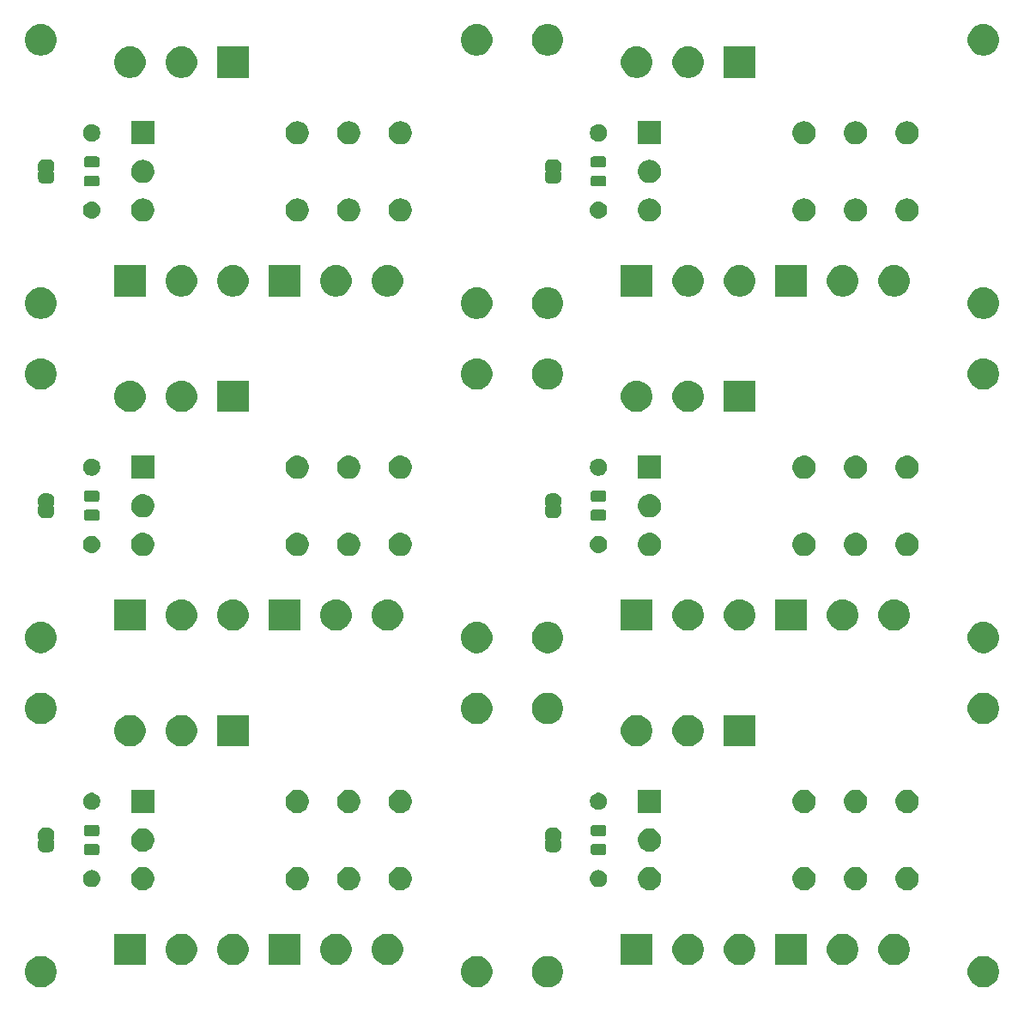
<source format=gts>
G04 #@! TF.GenerationSoftware,KiCad,Pcbnew,(5.1.4)-1*
G04 #@! TF.CreationDate,2019-09-09T12:01:27+02:00*
G04 #@! TF.ProjectId,SwitchRelay_panel,53776974-6368-4526-956c-61795f70616e,1.0*
G04 #@! TF.SameCoordinates,Original*
G04 #@! TF.FileFunction,Soldermask,Top*
G04 #@! TF.FilePolarity,Negative*
%FSLAX46Y46*%
G04 Gerber Fmt 4.6, Leading zero omitted, Abs format (unit mm)*
G04 Created by KiCad (PCBNEW (5.1.4)-1) date 2019-09-09 12:01:27*
%MOMM*%
%LPD*%
G04 APERTURE LIST*
%ADD10C,0.100000*%
G04 APERTURE END LIST*
D10*
G36*
X154012585Y-136888802D02*
G01*
X154162410Y-136918604D01*
X154444674Y-137035521D01*
X154698705Y-137205259D01*
X154914741Y-137421295D01*
X155084479Y-137675326D01*
X155201396Y-137957590D01*
X155261000Y-138257240D01*
X155261000Y-138562760D01*
X155201396Y-138862410D01*
X155084479Y-139144674D01*
X154914741Y-139398705D01*
X154698705Y-139614741D01*
X154444674Y-139784479D01*
X154162410Y-139901396D01*
X154012585Y-139931198D01*
X153862761Y-139961000D01*
X153557239Y-139961000D01*
X153407415Y-139931198D01*
X153257590Y-139901396D01*
X152975326Y-139784479D01*
X152721295Y-139614741D01*
X152505259Y-139398705D01*
X152335521Y-139144674D01*
X152218604Y-138862410D01*
X152159000Y-138562760D01*
X152159000Y-138257240D01*
X152218604Y-137957590D01*
X152335521Y-137675326D01*
X152505259Y-137421295D01*
X152721295Y-137205259D01*
X152975326Y-137035521D01*
X153257590Y-136918604D01*
X153407415Y-136888802D01*
X153557239Y-136859000D01*
X153862761Y-136859000D01*
X154012585Y-136888802D01*
X154012585Y-136888802D01*
G37*
G36*
X161012585Y-136888802D02*
G01*
X161162410Y-136918604D01*
X161444674Y-137035521D01*
X161698705Y-137205259D01*
X161914741Y-137421295D01*
X162084479Y-137675326D01*
X162201396Y-137957590D01*
X162261000Y-138257240D01*
X162261000Y-138562760D01*
X162201396Y-138862410D01*
X162084479Y-139144674D01*
X161914741Y-139398705D01*
X161698705Y-139614741D01*
X161444674Y-139784479D01*
X161162410Y-139901396D01*
X161012585Y-139931198D01*
X160862761Y-139961000D01*
X160557239Y-139961000D01*
X160407415Y-139931198D01*
X160257590Y-139901396D01*
X159975326Y-139784479D01*
X159721295Y-139614741D01*
X159505259Y-139398705D01*
X159335521Y-139144674D01*
X159218604Y-138862410D01*
X159159000Y-138562760D01*
X159159000Y-138257240D01*
X159218604Y-137957590D01*
X159335521Y-137675326D01*
X159505259Y-137421295D01*
X159721295Y-137205259D01*
X159975326Y-137035521D01*
X160257590Y-136918604D01*
X160407415Y-136888802D01*
X160557239Y-136859000D01*
X160862761Y-136859000D01*
X161012585Y-136888802D01*
X161012585Y-136888802D01*
G37*
G36*
X111012585Y-136888802D02*
G01*
X111162410Y-136918604D01*
X111444674Y-137035521D01*
X111698705Y-137205259D01*
X111914741Y-137421295D01*
X112084479Y-137675326D01*
X112201396Y-137957590D01*
X112261000Y-138257240D01*
X112261000Y-138562760D01*
X112201396Y-138862410D01*
X112084479Y-139144674D01*
X111914741Y-139398705D01*
X111698705Y-139614741D01*
X111444674Y-139784479D01*
X111162410Y-139901396D01*
X111012585Y-139931198D01*
X110862761Y-139961000D01*
X110557239Y-139961000D01*
X110407415Y-139931198D01*
X110257590Y-139901396D01*
X109975326Y-139784479D01*
X109721295Y-139614741D01*
X109505259Y-139398705D01*
X109335521Y-139144674D01*
X109218604Y-138862410D01*
X109159000Y-138562760D01*
X109159000Y-138257240D01*
X109218604Y-137957590D01*
X109335521Y-137675326D01*
X109505259Y-137421295D01*
X109721295Y-137205259D01*
X109975326Y-137035521D01*
X110257590Y-136918604D01*
X110407415Y-136888802D01*
X110557239Y-136859000D01*
X110862761Y-136859000D01*
X111012585Y-136888802D01*
X111012585Y-136888802D01*
G37*
G36*
X204012585Y-136888802D02*
G01*
X204162410Y-136918604D01*
X204444674Y-137035521D01*
X204698705Y-137205259D01*
X204914741Y-137421295D01*
X205084479Y-137675326D01*
X205201396Y-137957590D01*
X205261000Y-138257240D01*
X205261000Y-138562760D01*
X205201396Y-138862410D01*
X205084479Y-139144674D01*
X204914741Y-139398705D01*
X204698705Y-139614741D01*
X204444674Y-139784479D01*
X204162410Y-139901396D01*
X204012585Y-139931198D01*
X203862761Y-139961000D01*
X203557239Y-139961000D01*
X203407415Y-139931198D01*
X203257590Y-139901396D01*
X202975326Y-139784479D01*
X202721295Y-139614741D01*
X202505259Y-139398705D01*
X202335521Y-139144674D01*
X202218604Y-138862410D01*
X202159000Y-138562760D01*
X202159000Y-138257240D01*
X202218604Y-137957590D01*
X202335521Y-137675326D01*
X202505259Y-137421295D01*
X202721295Y-137205259D01*
X202975326Y-137035521D01*
X203257590Y-136918604D01*
X203407415Y-136888802D01*
X203557239Y-136859000D01*
X203862761Y-136859000D01*
X204012585Y-136888802D01*
X204012585Y-136888802D01*
G37*
G36*
X195212585Y-134683802D02*
G01*
X195362410Y-134713604D01*
X195644674Y-134830521D01*
X195898705Y-135000259D01*
X196114741Y-135216295D01*
X196284479Y-135470326D01*
X196401396Y-135752590D01*
X196461000Y-136052240D01*
X196461000Y-136357760D01*
X196401396Y-136657410D01*
X196284479Y-136939674D01*
X196114741Y-137193705D01*
X195898705Y-137409741D01*
X195644674Y-137579479D01*
X195362410Y-137696396D01*
X195212585Y-137726198D01*
X195062761Y-137756000D01*
X194757239Y-137756000D01*
X194607415Y-137726198D01*
X194457590Y-137696396D01*
X194175326Y-137579479D01*
X193921295Y-137409741D01*
X193705259Y-137193705D01*
X193535521Y-136939674D01*
X193418604Y-136657410D01*
X193359000Y-136357760D01*
X193359000Y-136052240D01*
X193418604Y-135752590D01*
X193535521Y-135470326D01*
X193705259Y-135216295D01*
X193921295Y-135000259D01*
X194175326Y-134830521D01*
X194457590Y-134713604D01*
X194607415Y-134683802D01*
X194757239Y-134654000D01*
X195062761Y-134654000D01*
X195212585Y-134683802D01*
X195212585Y-134683802D01*
G37*
G36*
X145212585Y-134683802D02*
G01*
X145362410Y-134713604D01*
X145644674Y-134830521D01*
X145898705Y-135000259D01*
X146114741Y-135216295D01*
X146284479Y-135470326D01*
X146401396Y-135752590D01*
X146461000Y-136052240D01*
X146461000Y-136357760D01*
X146401396Y-136657410D01*
X146284479Y-136939674D01*
X146114741Y-137193705D01*
X145898705Y-137409741D01*
X145644674Y-137579479D01*
X145362410Y-137696396D01*
X145212585Y-137726198D01*
X145062761Y-137756000D01*
X144757239Y-137756000D01*
X144607415Y-137726198D01*
X144457590Y-137696396D01*
X144175326Y-137579479D01*
X143921295Y-137409741D01*
X143705259Y-137193705D01*
X143535521Y-136939674D01*
X143418604Y-136657410D01*
X143359000Y-136357760D01*
X143359000Y-136052240D01*
X143418604Y-135752590D01*
X143535521Y-135470326D01*
X143705259Y-135216295D01*
X143921295Y-135000259D01*
X144175326Y-134830521D01*
X144457590Y-134713604D01*
X144607415Y-134683802D01*
X144757239Y-134654000D01*
X145062761Y-134654000D01*
X145212585Y-134683802D01*
X145212585Y-134683802D01*
G37*
G36*
X140132585Y-134683802D02*
G01*
X140282410Y-134713604D01*
X140564674Y-134830521D01*
X140818705Y-135000259D01*
X141034741Y-135216295D01*
X141204479Y-135470326D01*
X141321396Y-135752590D01*
X141381000Y-136052240D01*
X141381000Y-136357760D01*
X141321396Y-136657410D01*
X141204479Y-136939674D01*
X141034741Y-137193705D01*
X140818705Y-137409741D01*
X140564674Y-137579479D01*
X140282410Y-137696396D01*
X140132585Y-137726198D01*
X139982761Y-137756000D01*
X139677239Y-137756000D01*
X139527415Y-137726198D01*
X139377590Y-137696396D01*
X139095326Y-137579479D01*
X138841295Y-137409741D01*
X138625259Y-137193705D01*
X138455521Y-136939674D01*
X138338604Y-136657410D01*
X138279000Y-136357760D01*
X138279000Y-136052240D01*
X138338604Y-135752590D01*
X138455521Y-135470326D01*
X138625259Y-135216295D01*
X138841295Y-135000259D01*
X139095326Y-134830521D01*
X139377590Y-134713604D01*
X139527415Y-134683802D01*
X139677239Y-134654000D01*
X139982761Y-134654000D01*
X140132585Y-134683802D01*
X140132585Y-134683802D01*
G37*
G36*
X136301000Y-137756000D02*
G01*
X133199000Y-137756000D01*
X133199000Y-134654000D01*
X136301000Y-134654000D01*
X136301000Y-137756000D01*
X136301000Y-137756000D01*
G37*
G36*
X171061000Y-137756000D02*
G01*
X167959000Y-137756000D01*
X167959000Y-134654000D01*
X171061000Y-134654000D01*
X171061000Y-137756000D01*
X171061000Y-137756000D01*
G37*
G36*
X174892585Y-134683802D02*
G01*
X175042410Y-134713604D01*
X175324674Y-134830521D01*
X175578705Y-135000259D01*
X175794741Y-135216295D01*
X175964479Y-135470326D01*
X176081396Y-135752590D01*
X176141000Y-136052240D01*
X176141000Y-136357760D01*
X176081396Y-136657410D01*
X175964479Y-136939674D01*
X175794741Y-137193705D01*
X175578705Y-137409741D01*
X175324674Y-137579479D01*
X175042410Y-137696396D01*
X174892585Y-137726198D01*
X174742761Y-137756000D01*
X174437239Y-137756000D01*
X174287415Y-137726198D01*
X174137590Y-137696396D01*
X173855326Y-137579479D01*
X173601295Y-137409741D01*
X173385259Y-137193705D01*
X173215521Y-136939674D01*
X173098604Y-136657410D01*
X173039000Y-136357760D01*
X173039000Y-136052240D01*
X173098604Y-135752590D01*
X173215521Y-135470326D01*
X173385259Y-135216295D01*
X173601295Y-135000259D01*
X173855326Y-134830521D01*
X174137590Y-134713604D01*
X174287415Y-134683802D01*
X174437239Y-134654000D01*
X174742761Y-134654000D01*
X174892585Y-134683802D01*
X174892585Y-134683802D01*
G37*
G36*
X186301000Y-137756000D02*
G01*
X183199000Y-137756000D01*
X183199000Y-134654000D01*
X186301000Y-134654000D01*
X186301000Y-137756000D01*
X186301000Y-137756000D01*
G37*
G36*
X179972585Y-134683802D02*
G01*
X180122410Y-134713604D01*
X180404674Y-134830521D01*
X180658705Y-135000259D01*
X180874741Y-135216295D01*
X181044479Y-135470326D01*
X181161396Y-135752590D01*
X181221000Y-136052240D01*
X181221000Y-136357760D01*
X181161396Y-136657410D01*
X181044479Y-136939674D01*
X180874741Y-137193705D01*
X180658705Y-137409741D01*
X180404674Y-137579479D01*
X180122410Y-137696396D01*
X179972585Y-137726198D01*
X179822761Y-137756000D01*
X179517239Y-137756000D01*
X179367415Y-137726198D01*
X179217590Y-137696396D01*
X178935326Y-137579479D01*
X178681295Y-137409741D01*
X178465259Y-137193705D01*
X178295521Y-136939674D01*
X178178604Y-136657410D01*
X178119000Y-136357760D01*
X178119000Y-136052240D01*
X178178604Y-135752590D01*
X178295521Y-135470326D01*
X178465259Y-135216295D01*
X178681295Y-135000259D01*
X178935326Y-134830521D01*
X179217590Y-134713604D01*
X179367415Y-134683802D01*
X179517239Y-134654000D01*
X179822761Y-134654000D01*
X179972585Y-134683802D01*
X179972585Y-134683802D01*
G37*
G36*
X121061000Y-137756000D02*
G01*
X117959000Y-137756000D01*
X117959000Y-134654000D01*
X121061000Y-134654000D01*
X121061000Y-137756000D01*
X121061000Y-137756000D01*
G37*
G36*
X124892585Y-134683802D02*
G01*
X125042410Y-134713604D01*
X125324674Y-134830521D01*
X125578705Y-135000259D01*
X125794741Y-135216295D01*
X125964479Y-135470326D01*
X126081396Y-135752590D01*
X126141000Y-136052240D01*
X126141000Y-136357760D01*
X126081396Y-136657410D01*
X125964479Y-136939674D01*
X125794741Y-137193705D01*
X125578705Y-137409741D01*
X125324674Y-137579479D01*
X125042410Y-137696396D01*
X124892585Y-137726198D01*
X124742761Y-137756000D01*
X124437239Y-137756000D01*
X124287415Y-137726198D01*
X124137590Y-137696396D01*
X123855326Y-137579479D01*
X123601295Y-137409741D01*
X123385259Y-137193705D01*
X123215521Y-136939674D01*
X123098604Y-136657410D01*
X123039000Y-136357760D01*
X123039000Y-136052240D01*
X123098604Y-135752590D01*
X123215521Y-135470326D01*
X123385259Y-135216295D01*
X123601295Y-135000259D01*
X123855326Y-134830521D01*
X124137590Y-134713604D01*
X124287415Y-134683802D01*
X124437239Y-134654000D01*
X124742761Y-134654000D01*
X124892585Y-134683802D01*
X124892585Y-134683802D01*
G37*
G36*
X129972585Y-134683802D02*
G01*
X130122410Y-134713604D01*
X130404674Y-134830521D01*
X130658705Y-135000259D01*
X130874741Y-135216295D01*
X131044479Y-135470326D01*
X131161396Y-135752590D01*
X131221000Y-136052240D01*
X131221000Y-136357760D01*
X131161396Y-136657410D01*
X131044479Y-136939674D01*
X130874741Y-137193705D01*
X130658705Y-137409741D01*
X130404674Y-137579479D01*
X130122410Y-137696396D01*
X129972585Y-137726198D01*
X129822761Y-137756000D01*
X129517239Y-137756000D01*
X129367415Y-137726198D01*
X129217590Y-137696396D01*
X128935326Y-137579479D01*
X128681295Y-137409741D01*
X128465259Y-137193705D01*
X128295521Y-136939674D01*
X128178604Y-136657410D01*
X128119000Y-136357760D01*
X128119000Y-136052240D01*
X128178604Y-135752590D01*
X128295521Y-135470326D01*
X128465259Y-135216295D01*
X128681295Y-135000259D01*
X128935326Y-134830521D01*
X129217590Y-134713604D01*
X129367415Y-134683802D01*
X129517239Y-134654000D01*
X129822761Y-134654000D01*
X129972585Y-134683802D01*
X129972585Y-134683802D01*
G37*
G36*
X190132585Y-134683802D02*
G01*
X190282410Y-134713604D01*
X190564674Y-134830521D01*
X190818705Y-135000259D01*
X191034741Y-135216295D01*
X191204479Y-135470326D01*
X191321396Y-135752590D01*
X191381000Y-136052240D01*
X191381000Y-136357760D01*
X191321396Y-136657410D01*
X191204479Y-136939674D01*
X191034741Y-137193705D01*
X190818705Y-137409741D01*
X190564674Y-137579479D01*
X190282410Y-137696396D01*
X190132585Y-137726198D01*
X189982761Y-137756000D01*
X189677239Y-137756000D01*
X189527415Y-137726198D01*
X189377590Y-137696396D01*
X189095326Y-137579479D01*
X188841295Y-137409741D01*
X188625259Y-137193705D01*
X188455521Y-136939674D01*
X188338604Y-136657410D01*
X188279000Y-136357760D01*
X188279000Y-136052240D01*
X188338604Y-135752590D01*
X188455521Y-135470326D01*
X188625259Y-135216295D01*
X188841295Y-135000259D01*
X189095326Y-134830521D01*
X189377590Y-134713604D01*
X189527415Y-134683802D01*
X189677239Y-134654000D01*
X189982761Y-134654000D01*
X190132585Y-134683802D01*
X190132585Y-134683802D01*
G37*
G36*
X196404549Y-128091116D02*
G01*
X196515734Y-128113232D01*
X196725203Y-128199997D01*
X196913720Y-128325960D01*
X197074040Y-128486280D01*
X197200003Y-128674797D01*
X197286768Y-128884266D01*
X197331000Y-129106636D01*
X197331000Y-129333364D01*
X197286768Y-129555734D01*
X197200003Y-129765203D01*
X197074040Y-129953720D01*
X196913720Y-130114040D01*
X196725203Y-130240003D01*
X196515734Y-130326768D01*
X196404549Y-130348884D01*
X196293365Y-130371000D01*
X196066635Y-130371000D01*
X195955451Y-130348884D01*
X195844266Y-130326768D01*
X195634797Y-130240003D01*
X195446280Y-130114040D01*
X195285960Y-129953720D01*
X195159997Y-129765203D01*
X195073232Y-129555734D01*
X195029000Y-129333364D01*
X195029000Y-129106636D01*
X195073232Y-128884266D01*
X195159997Y-128674797D01*
X195285960Y-128486280D01*
X195446280Y-128325960D01*
X195634797Y-128199997D01*
X195844266Y-128113232D01*
X195955451Y-128091116D01*
X196066635Y-128069000D01*
X196293365Y-128069000D01*
X196404549Y-128091116D01*
X196404549Y-128091116D01*
G37*
G36*
X121004549Y-128091116D02*
G01*
X121115734Y-128113232D01*
X121325203Y-128199997D01*
X121513720Y-128325960D01*
X121674040Y-128486280D01*
X121800003Y-128674797D01*
X121886768Y-128884266D01*
X121931000Y-129106636D01*
X121931000Y-129333364D01*
X121886768Y-129555734D01*
X121800003Y-129765203D01*
X121674040Y-129953720D01*
X121513720Y-130114040D01*
X121325203Y-130240003D01*
X121115734Y-130326768D01*
X121004549Y-130348884D01*
X120893365Y-130371000D01*
X120666635Y-130371000D01*
X120555451Y-130348884D01*
X120444266Y-130326768D01*
X120234797Y-130240003D01*
X120046280Y-130114040D01*
X119885960Y-129953720D01*
X119759997Y-129765203D01*
X119673232Y-129555734D01*
X119629000Y-129333364D01*
X119629000Y-129106636D01*
X119673232Y-128884266D01*
X119759997Y-128674797D01*
X119885960Y-128486280D01*
X120046280Y-128325960D01*
X120234797Y-128199997D01*
X120444266Y-128113232D01*
X120555451Y-128091116D01*
X120666635Y-128069000D01*
X120893365Y-128069000D01*
X121004549Y-128091116D01*
X121004549Y-128091116D01*
G37*
G36*
X191324549Y-128091116D02*
G01*
X191435734Y-128113232D01*
X191645203Y-128199997D01*
X191833720Y-128325960D01*
X191994040Y-128486280D01*
X192120003Y-128674797D01*
X192206768Y-128884266D01*
X192251000Y-129106636D01*
X192251000Y-129333364D01*
X192206768Y-129555734D01*
X192120003Y-129765203D01*
X191994040Y-129953720D01*
X191833720Y-130114040D01*
X191645203Y-130240003D01*
X191435734Y-130326768D01*
X191324549Y-130348884D01*
X191213365Y-130371000D01*
X190986635Y-130371000D01*
X190875451Y-130348884D01*
X190764266Y-130326768D01*
X190554797Y-130240003D01*
X190366280Y-130114040D01*
X190205960Y-129953720D01*
X190079997Y-129765203D01*
X189993232Y-129555734D01*
X189949000Y-129333364D01*
X189949000Y-129106636D01*
X189993232Y-128884266D01*
X190079997Y-128674797D01*
X190205960Y-128486280D01*
X190366280Y-128325960D01*
X190554797Y-128199997D01*
X190764266Y-128113232D01*
X190875451Y-128091116D01*
X190986635Y-128069000D01*
X191213365Y-128069000D01*
X191324549Y-128091116D01*
X191324549Y-128091116D01*
G37*
G36*
X186244549Y-128091116D02*
G01*
X186355734Y-128113232D01*
X186565203Y-128199997D01*
X186753720Y-128325960D01*
X186914040Y-128486280D01*
X187040003Y-128674797D01*
X187126768Y-128884266D01*
X187171000Y-129106636D01*
X187171000Y-129333364D01*
X187126768Y-129555734D01*
X187040003Y-129765203D01*
X186914040Y-129953720D01*
X186753720Y-130114040D01*
X186565203Y-130240003D01*
X186355734Y-130326768D01*
X186244549Y-130348884D01*
X186133365Y-130371000D01*
X185906635Y-130371000D01*
X185795451Y-130348884D01*
X185684266Y-130326768D01*
X185474797Y-130240003D01*
X185286280Y-130114040D01*
X185125960Y-129953720D01*
X184999997Y-129765203D01*
X184913232Y-129555734D01*
X184869000Y-129333364D01*
X184869000Y-129106636D01*
X184913232Y-128884266D01*
X184999997Y-128674797D01*
X185125960Y-128486280D01*
X185286280Y-128325960D01*
X185474797Y-128199997D01*
X185684266Y-128113232D01*
X185795451Y-128091116D01*
X185906635Y-128069000D01*
X186133365Y-128069000D01*
X186244549Y-128091116D01*
X186244549Y-128091116D01*
G37*
G36*
X136244549Y-128091116D02*
G01*
X136355734Y-128113232D01*
X136565203Y-128199997D01*
X136753720Y-128325960D01*
X136914040Y-128486280D01*
X137040003Y-128674797D01*
X137126768Y-128884266D01*
X137171000Y-129106636D01*
X137171000Y-129333364D01*
X137126768Y-129555734D01*
X137040003Y-129765203D01*
X136914040Y-129953720D01*
X136753720Y-130114040D01*
X136565203Y-130240003D01*
X136355734Y-130326768D01*
X136244549Y-130348884D01*
X136133365Y-130371000D01*
X135906635Y-130371000D01*
X135795451Y-130348884D01*
X135684266Y-130326768D01*
X135474797Y-130240003D01*
X135286280Y-130114040D01*
X135125960Y-129953720D01*
X134999997Y-129765203D01*
X134913232Y-129555734D01*
X134869000Y-129333364D01*
X134869000Y-129106636D01*
X134913232Y-128884266D01*
X134999997Y-128674797D01*
X135125960Y-128486280D01*
X135286280Y-128325960D01*
X135474797Y-128199997D01*
X135684266Y-128113232D01*
X135795451Y-128091116D01*
X135906635Y-128069000D01*
X136133365Y-128069000D01*
X136244549Y-128091116D01*
X136244549Y-128091116D01*
G37*
G36*
X141324549Y-128091116D02*
G01*
X141435734Y-128113232D01*
X141645203Y-128199997D01*
X141833720Y-128325960D01*
X141994040Y-128486280D01*
X142120003Y-128674797D01*
X142206768Y-128884266D01*
X142251000Y-129106636D01*
X142251000Y-129333364D01*
X142206768Y-129555734D01*
X142120003Y-129765203D01*
X141994040Y-129953720D01*
X141833720Y-130114040D01*
X141645203Y-130240003D01*
X141435734Y-130326768D01*
X141324549Y-130348884D01*
X141213365Y-130371000D01*
X140986635Y-130371000D01*
X140875451Y-130348884D01*
X140764266Y-130326768D01*
X140554797Y-130240003D01*
X140366280Y-130114040D01*
X140205960Y-129953720D01*
X140079997Y-129765203D01*
X139993232Y-129555734D01*
X139949000Y-129333364D01*
X139949000Y-129106636D01*
X139993232Y-128884266D01*
X140079997Y-128674797D01*
X140205960Y-128486280D01*
X140366280Y-128325960D01*
X140554797Y-128199997D01*
X140764266Y-128113232D01*
X140875451Y-128091116D01*
X140986635Y-128069000D01*
X141213365Y-128069000D01*
X141324549Y-128091116D01*
X141324549Y-128091116D01*
G37*
G36*
X146404549Y-128091116D02*
G01*
X146515734Y-128113232D01*
X146725203Y-128199997D01*
X146913720Y-128325960D01*
X147074040Y-128486280D01*
X147200003Y-128674797D01*
X147286768Y-128884266D01*
X147331000Y-129106636D01*
X147331000Y-129333364D01*
X147286768Y-129555734D01*
X147200003Y-129765203D01*
X147074040Y-129953720D01*
X146913720Y-130114040D01*
X146725203Y-130240003D01*
X146515734Y-130326768D01*
X146404549Y-130348884D01*
X146293365Y-130371000D01*
X146066635Y-130371000D01*
X145955451Y-130348884D01*
X145844266Y-130326768D01*
X145634797Y-130240003D01*
X145446280Y-130114040D01*
X145285960Y-129953720D01*
X145159997Y-129765203D01*
X145073232Y-129555734D01*
X145029000Y-129333364D01*
X145029000Y-129106636D01*
X145073232Y-128884266D01*
X145159997Y-128674797D01*
X145285960Y-128486280D01*
X145446280Y-128325960D01*
X145634797Y-128199997D01*
X145844266Y-128113232D01*
X145955451Y-128091116D01*
X146066635Y-128069000D01*
X146293365Y-128069000D01*
X146404549Y-128091116D01*
X146404549Y-128091116D01*
G37*
G36*
X171004549Y-128091116D02*
G01*
X171115734Y-128113232D01*
X171325203Y-128199997D01*
X171513720Y-128325960D01*
X171674040Y-128486280D01*
X171800003Y-128674797D01*
X171886768Y-128884266D01*
X171931000Y-129106636D01*
X171931000Y-129333364D01*
X171886768Y-129555734D01*
X171800003Y-129765203D01*
X171674040Y-129953720D01*
X171513720Y-130114040D01*
X171325203Y-130240003D01*
X171115734Y-130326768D01*
X171004549Y-130348884D01*
X170893365Y-130371000D01*
X170666635Y-130371000D01*
X170555451Y-130348884D01*
X170444266Y-130326768D01*
X170234797Y-130240003D01*
X170046280Y-130114040D01*
X169885960Y-129953720D01*
X169759997Y-129765203D01*
X169673232Y-129555734D01*
X169629000Y-129333364D01*
X169629000Y-129106636D01*
X169673232Y-128884266D01*
X169759997Y-128674797D01*
X169885960Y-128486280D01*
X170046280Y-128325960D01*
X170234797Y-128199997D01*
X170444266Y-128113232D01*
X170555451Y-128091116D01*
X170666635Y-128069000D01*
X170893365Y-128069000D01*
X171004549Y-128091116D01*
X171004549Y-128091116D01*
G37*
G36*
X115906823Y-128381313D02*
G01*
X116067242Y-128429976D01*
X116172579Y-128486280D01*
X116215078Y-128508996D01*
X116344659Y-128615341D01*
X116451004Y-128744922D01*
X116451005Y-128744924D01*
X116530024Y-128892758D01*
X116578687Y-129053177D01*
X116595117Y-129220000D01*
X116578687Y-129386823D01*
X116530024Y-129547242D01*
X116459114Y-129679906D01*
X116451004Y-129695078D01*
X116344659Y-129824659D01*
X116215078Y-129931004D01*
X116215076Y-129931005D01*
X116067242Y-130010024D01*
X115906823Y-130058687D01*
X115781804Y-130071000D01*
X115698196Y-130071000D01*
X115573177Y-130058687D01*
X115412758Y-130010024D01*
X115264924Y-129931005D01*
X115264922Y-129931004D01*
X115135341Y-129824659D01*
X115028996Y-129695078D01*
X115020886Y-129679906D01*
X114949976Y-129547242D01*
X114901313Y-129386823D01*
X114884883Y-129220000D01*
X114901313Y-129053177D01*
X114949976Y-128892758D01*
X115028995Y-128744924D01*
X115028996Y-128744922D01*
X115135341Y-128615341D01*
X115264922Y-128508996D01*
X115307421Y-128486280D01*
X115412758Y-128429976D01*
X115573177Y-128381313D01*
X115698196Y-128369000D01*
X115781804Y-128369000D01*
X115906823Y-128381313D01*
X115906823Y-128381313D01*
G37*
G36*
X165906823Y-128381313D02*
G01*
X166067242Y-128429976D01*
X166172579Y-128486280D01*
X166215078Y-128508996D01*
X166344659Y-128615341D01*
X166451004Y-128744922D01*
X166451005Y-128744924D01*
X166530024Y-128892758D01*
X166578687Y-129053177D01*
X166595117Y-129220000D01*
X166578687Y-129386823D01*
X166530024Y-129547242D01*
X166459114Y-129679906D01*
X166451004Y-129695078D01*
X166344659Y-129824659D01*
X166215078Y-129931004D01*
X166215076Y-129931005D01*
X166067242Y-130010024D01*
X165906823Y-130058687D01*
X165781804Y-130071000D01*
X165698196Y-130071000D01*
X165573177Y-130058687D01*
X165412758Y-130010024D01*
X165264924Y-129931005D01*
X165264922Y-129931004D01*
X165135341Y-129824659D01*
X165028996Y-129695078D01*
X165020886Y-129679906D01*
X164949976Y-129547242D01*
X164901313Y-129386823D01*
X164884883Y-129220000D01*
X164901313Y-129053177D01*
X164949976Y-128892758D01*
X165028995Y-128744924D01*
X165028996Y-128744922D01*
X165135341Y-128615341D01*
X165264922Y-128508996D01*
X165307421Y-128486280D01*
X165412758Y-128429976D01*
X165573177Y-128381313D01*
X165698196Y-128369000D01*
X165781804Y-128369000D01*
X165906823Y-128381313D01*
X165906823Y-128381313D01*
G37*
G36*
X166324468Y-125813565D02*
G01*
X166363138Y-125825296D01*
X166398777Y-125844346D01*
X166430017Y-125869983D01*
X166455654Y-125901223D01*
X166474704Y-125936862D01*
X166486435Y-125975532D01*
X166491000Y-126021888D01*
X166491000Y-126673112D01*
X166486435Y-126719468D01*
X166474704Y-126758138D01*
X166455654Y-126793777D01*
X166430017Y-126825017D01*
X166398777Y-126850654D01*
X166363138Y-126869704D01*
X166324468Y-126881435D01*
X166278112Y-126886000D01*
X165201888Y-126886000D01*
X165155532Y-126881435D01*
X165116862Y-126869704D01*
X165081223Y-126850654D01*
X165049983Y-126825017D01*
X165024346Y-126793777D01*
X165005296Y-126758138D01*
X164993565Y-126719468D01*
X164989000Y-126673112D01*
X164989000Y-126021888D01*
X164993565Y-125975532D01*
X165005296Y-125936862D01*
X165024346Y-125901223D01*
X165049983Y-125869983D01*
X165081223Y-125844346D01*
X165116862Y-125825296D01*
X165155532Y-125813565D01*
X165201888Y-125809000D01*
X166278112Y-125809000D01*
X166324468Y-125813565D01*
X166324468Y-125813565D01*
G37*
G36*
X116324468Y-125813565D02*
G01*
X116363138Y-125825296D01*
X116398777Y-125844346D01*
X116430017Y-125869983D01*
X116455654Y-125901223D01*
X116474704Y-125936862D01*
X116486435Y-125975532D01*
X116491000Y-126021888D01*
X116491000Y-126673112D01*
X116486435Y-126719468D01*
X116474704Y-126758138D01*
X116455654Y-126793777D01*
X116430017Y-126825017D01*
X116398777Y-126850654D01*
X116363138Y-126869704D01*
X116324468Y-126881435D01*
X116278112Y-126886000D01*
X115201888Y-126886000D01*
X115155532Y-126881435D01*
X115116862Y-126869704D01*
X115081223Y-126850654D01*
X115049983Y-126825017D01*
X115024346Y-126793777D01*
X115005296Y-126758138D01*
X114993565Y-126719468D01*
X114989000Y-126673112D01*
X114989000Y-126021888D01*
X114993565Y-125975532D01*
X115005296Y-125936862D01*
X115024346Y-125901223D01*
X115049983Y-125869983D01*
X115081223Y-125844346D01*
X115116862Y-125825296D01*
X115155532Y-125813565D01*
X115201888Y-125809000D01*
X116278112Y-125809000D01*
X116324468Y-125813565D01*
X116324468Y-125813565D01*
G37*
G36*
X161517199Y-124209954D02*
G01*
X161529450Y-124210556D01*
X161547869Y-124210556D01*
X161570149Y-124212750D01*
X161654233Y-124229476D01*
X161675660Y-124235976D01*
X161754858Y-124268780D01*
X161760303Y-124271691D01*
X161760309Y-124271693D01*
X161769169Y-124276429D01*
X161769173Y-124276432D01*
X161774614Y-124279340D01*
X161845899Y-124326971D01*
X161863204Y-124341172D01*
X161923828Y-124401796D01*
X161938029Y-124419101D01*
X161985660Y-124490386D01*
X161988568Y-124495827D01*
X161988571Y-124495831D01*
X161993307Y-124504691D01*
X161993309Y-124504697D01*
X161996220Y-124510142D01*
X162029024Y-124589340D01*
X162035524Y-124610767D01*
X162052250Y-124694851D01*
X162054444Y-124717131D01*
X162054444Y-124735550D01*
X162055046Y-124747801D01*
X162056852Y-124766139D01*
X162056852Y-125253860D01*
X162055263Y-125269999D01*
X162052348Y-125279608D01*
X162047610Y-125288472D01*
X162041237Y-125296237D01*
X162028794Y-125306448D01*
X162018425Y-125313378D01*
X162001098Y-125330705D01*
X161987485Y-125351080D01*
X161978109Y-125373720D01*
X161973329Y-125397753D01*
X161973330Y-125422257D01*
X161978112Y-125446290D01*
X161987490Y-125468929D01*
X162001105Y-125489302D01*
X162018432Y-125506629D01*
X162028802Y-125513558D01*
X162041237Y-125523763D01*
X162047610Y-125531528D01*
X162052348Y-125540392D01*
X162055263Y-125550001D01*
X162056852Y-125566140D01*
X162056852Y-126053862D01*
X162055046Y-126072199D01*
X162054444Y-126084450D01*
X162054444Y-126102869D01*
X162052250Y-126125149D01*
X162035524Y-126209233D01*
X162029024Y-126230660D01*
X161996220Y-126309858D01*
X161993309Y-126315303D01*
X161993307Y-126315309D01*
X161988571Y-126324169D01*
X161988568Y-126324173D01*
X161985660Y-126329614D01*
X161938029Y-126400899D01*
X161923828Y-126418204D01*
X161863204Y-126478828D01*
X161845899Y-126493029D01*
X161774614Y-126540660D01*
X161769173Y-126543568D01*
X161769169Y-126543571D01*
X161760309Y-126548307D01*
X161760303Y-126548309D01*
X161754858Y-126551220D01*
X161675660Y-126584024D01*
X161654233Y-126590524D01*
X161570149Y-126607250D01*
X161547869Y-126609444D01*
X161529450Y-126609444D01*
X161517199Y-126610046D01*
X161498862Y-126611852D01*
X161011138Y-126611852D01*
X160992801Y-126610046D01*
X160980550Y-126609444D01*
X160962131Y-126609444D01*
X160939851Y-126607250D01*
X160855767Y-126590524D01*
X160834340Y-126584024D01*
X160755142Y-126551220D01*
X160749697Y-126548309D01*
X160749691Y-126548307D01*
X160740831Y-126543571D01*
X160740827Y-126543568D01*
X160735386Y-126540660D01*
X160664101Y-126493029D01*
X160646796Y-126478828D01*
X160586172Y-126418204D01*
X160571971Y-126400899D01*
X160524340Y-126329614D01*
X160521432Y-126324173D01*
X160521429Y-126324169D01*
X160516693Y-126315309D01*
X160516691Y-126315303D01*
X160513780Y-126309858D01*
X160480976Y-126230660D01*
X160474476Y-126209233D01*
X160457750Y-126125149D01*
X160455556Y-126102869D01*
X160455556Y-126084450D01*
X160454954Y-126072199D01*
X160453148Y-126053862D01*
X160453148Y-125566140D01*
X160454737Y-125550001D01*
X160457652Y-125540392D01*
X160462390Y-125531528D01*
X160468763Y-125523763D01*
X160481206Y-125513552D01*
X160491575Y-125506622D01*
X160508902Y-125489295D01*
X160522515Y-125468920D01*
X160531891Y-125446280D01*
X160536671Y-125422247D01*
X160536670Y-125397743D01*
X160531888Y-125373710D01*
X160522510Y-125351071D01*
X160508895Y-125330698D01*
X160491568Y-125313371D01*
X160481198Y-125306442D01*
X160468763Y-125296237D01*
X160462390Y-125288472D01*
X160457652Y-125279608D01*
X160454737Y-125269999D01*
X160453148Y-125253860D01*
X160453148Y-124766139D01*
X160454954Y-124747801D01*
X160455556Y-124735550D01*
X160455556Y-124717131D01*
X160457750Y-124694851D01*
X160474476Y-124610767D01*
X160480976Y-124589340D01*
X160513780Y-124510142D01*
X160516691Y-124504697D01*
X160516693Y-124504691D01*
X160521429Y-124495831D01*
X160521432Y-124495827D01*
X160524340Y-124490386D01*
X160571971Y-124419101D01*
X160586172Y-124401796D01*
X160646796Y-124341172D01*
X160664101Y-124326971D01*
X160735386Y-124279340D01*
X160740827Y-124276432D01*
X160740831Y-124276429D01*
X160749691Y-124271693D01*
X160749697Y-124271691D01*
X160755142Y-124268780D01*
X160834340Y-124235976D01*
X160855767Y-124229476D01*
X160939851Y-124212750D01*
X160962131Y-124210556D01*
X160980550Y-124210556D01*
X160992801Y-124209954D01*
X161011139Y-124208148D01*
X161498861Y-124208148D01*
X161517199Y-124209954D01*
X161517199Y-124209954D01*
G37*
G36*
X111517199Y-124209954D02*
G01*
X111529450Y-124210556D01*
X111547869Y-124210556D01*
X111570149Y-124212750D01*
X111654233Y-124229476D01*
X111675660Y-124235976D01*
X111754858Y-124268780D01*
X111760303Y-124271691D01*
X111760309Y-124271693D01*
X111769169Y-124276429D01*
X111769173Y-124276432D01*
X111774614Y-124279340D01*
X111845899Y-124326971D01*
X111863204Y-124341172D01*
X111923828Y-124401796D01*
X111938029Y-124419101D01*
X111985660Y-124490386D01*
X111988568Y-124495827D01*
X111988571Y-124495831D01*
X111993307Y-124504691D01*
X111993309Y-124504697D01*
X111996220Y-124510142D01*
X112029024Y-124589340D01*
X112035524Y-124610767D01*
X112052250Y-124694851D01*
X112054444Y-124717131D01*
X112054444Y-124735550D01*
X112055046Y-124747801D01*
X112056852Y-124766139D01*
X112056852Y-125253860D01*
X112055263Y-125269999D01*
X112052348Y-125279608D01*
X112047610Y-125288472D01*
X112041237Y-125296237D01*
X112028794Y-125306448D01*
X112018425Y-125313378D01*
X112001098Y-125330705D01*
X111987485Y-125351080D01*
X111978109Y-125373720D01*
X111973329Y-125397753D01*
X111973330Y-125422257D01*
X111978112Y-125446290D01*
X111987490Y-125468929D01*
X112001105Y-125489302D01*
X112018432Y-125506629D01*
X112028802Y-125513558D01*
X112041237Y-125523763D01*
X112047610Y-125531528D01*
X112052348Y-125540392D01*
X112055263Y-125550001D01*
X112056852Y-125566140D01*
X112056852Y-126053862D01*
X112055046Y-126072199D01*
X112054444Y-126084450D01*
X112054444Y-126102869D01*
X112052250Y-126125149D01*
X112035524Y-126209233D01*
X112029024Y-126230660D01*
X111996220Y-126309858D01*
X111993309Y-126315303D01*
X111993307Y-126315309D01*
X111988571Y-126324169D01*
X111988568Y-126324173D01*
X111985660Y-126329614D01*
X111938029Y-126400899D01*
X111923828Y-126418204D01*
X111863204Y-126478828D01*
X111845899Y-126493029D01*
X111774614Y-126540660D01*
X111769173Y-126543568D01*
X111769169Y-126543571D01*
X111760309Y-126548307D01*
X111760303Y-126548309D01*
X111754858Y-126551220D01*
X111675660Y-126584024D01*
X111654233Y-126590524D01*
X111570149Y-126607250D01*
X111547869Y-126609444D01*
X111529450Y-126609444D01*
X111517199Y-126610046D01*
X111498862Y-126611852D01*
X111011138Y-126611852D01*
X110992801Y-126610046D01*
X110980550Y-126609444D01*
X110962131Y-126609444D01*
X110939851Y-126607250D01*
X110855767Y-126590524D01*
X110834340Y-126584024D01*
X110755142Y-126551220D01*
X110749697Y-126548309D01*
X110749691Y-126548307D01*
X110740831Y-126543571D01*
X110740827Y-126543568D01*
X110735386Y-126540660D01*
X110664101Y-126493029D01*
X110646796Y-126478828D01*
X110586172Y-126418204D01*
X110571971Y-126400899D01*
X110524340Y-126329614D01*
X110521432Y-126324173D01*
X110521429Y-126324169D01*
X110516693Y-126315309D01*
X110516691Y-126315303D01*
X110513780Y-126309858D01*
X110480976Y-126230660D01*
X110474476Y-126209233D01*
X110457750Y-126125149D01*
X110455556Y-126102869D01*
X110455556Y-126084450D01*
X110454954Y-126072199D01*
X110453148Y-126053862D01*
X110453148Y-125566140D01*
X110454737Y-125550001D01*
X110457652Y-125540392D01*
X110462390Y-125531528D01*
X110468763Y-125523763D01*
X110481206Y-125513552D01*
X110491575Y-125506622D01*
X110508902Y-125489295D01*
X110522515Y-125468920D01*
X110531891Y-125446280D01*
X110536671Y-125422247D01*
X110536670Y-125397743D01*
X110531888Y-125373710D01*
X110522510Y-125351071D01*
X110508895Y-125330698D01*
X110491568Y-125313371D01*
X110481198Y-125306442D01*
X110468763Y-125296237D01*
X110462390Y-125288472D01*
X110457652Y-125279608D01*
X110454737Y-125269999D01*
X110453148Y-125253860D01*
X110453148Y-124766139D01*
X110454954Y-124747801D01*
X110455556Y-124735550D01*
X110455556Y-124717131D01*
X110457750Y-124694851D01*
X110474476Y-124610767D01*
X110480976Y-124589340D01*
X110513780Y-124510142D01*
X110516691Y-124504697D01*
X110516693Y-124504691D01*
X110521429Y-124495831D01*
X110521432Y-124495827D01*
X110524340Y-124490386D01*
X110571971Y-124419101D01*
X110586172Y-124401796D01*
X110646796Y-124341172D01*
X110664101Y-124326971D01*
X110735386Y-124279340D01*
X110740827Y-124276432D01*
X110740831Y-124276429D01*
X110749691Y-124271693D01*
X110749697Y-124271691D01*
X110755142Y-124268780D01*
X110834340Y-124235976D01*
X110855767Y-124229476D01*
X110939851Y-124212750D01*
X110962131Y-124210556D01*
X110980550Y-124210556D01*
X110992801Y-124209954D01*
X111011139Y-124208148D01*
X111498861Y-124208148D01*
X111517199Y-124209954D01*
X111517199Y-124209954D01*
G37*
G36*
X170980986Y-124276429D02*
G01*
X171115734Y-124303232D01*
X171325203Y-124389997D01*
X171513720Y-124515960D01*
X171674040Y-124676280D01*
X171800003Y-124864797D01*
X171845922Y-124975654D01*
X171886768Y-125074267D01*
X171931000Y-125296635D01*
X171931000Y-125523365D01*
X171923713Y-125560000D01*
X171886768Y-125745734D01*
X171800003Y-125955203D01*
X171674040Y-126143720D01*
X171513720Y-126304040D01*
X171325203Y-126430003D01*
X171115734Y-126516768D01*
X171004549Y-126538884D01*
X170893365Y-126561000D01*
X170666635Y-126561000D01*
X170555451Y-126538884D01*
X170444266Y-126516768D01*
X170234797Y-126430003D01*
X170046280Y-126304040D01*
X169885960Y-126143720D01*
X169759997Y-125955203D01*
X169673232Y-125745734D01*
X169636287Y-125560000D01*
X169629000Y-125523365D01*
X169629000Y-125296635D01*
X169673232Y-125074267D01*
X169714079Y-124975654D01*
X169759997Y-124864797D01*
X169885960Y-124676280D01*
X170046280Y-124515960D01*
X170234797Y-124389997D01*
X170444266Y-124303232D01*
X170579014Y-124276429D01*
X170666635Y-124259000D01*
X170893365Y-124259000D01*
X170980986Y-124276429D01*
X170980986Y-124276429D01*
G37*
G36*
X120980986Y-124276429D02*
G01*
X121115734Y-124303232D01*
X121325203Y-124389997D01*
X121513720Y-124515960D01*
X121674040Y-124676280D01*
X121800003Y-124864797D01*
X121845922Y-124975654D01*
X121886768Y-125074267D01*
X121931000Y-125296635D01*
X121931000Y-125523365D01*
X121923713Y-125560000D01*
X121886768Y-125745734D01*
X121800003Y-125955203D01*
X121674040Y-126143720D01*
X121513720Y-126304040D01*
X121325203Y-126430003D01*
X121115734Y-126516768D01*
X121004549Y-126538884D01*
X120893365Y-126561000D01*
X120666635Y-126561000D01*
X120555451Y-126538884D01*
X120444266Y-126516768D01*
X120234797Y-126430003D01*
X120046280Y-126304040D01*
X119885960Y-126143720D01*
X119759997Y-125955203D01*
X119673232Y-125745734D01*
X119636287Y-125560000D01*
X119629000Y-125523365D01*
X119629000Y-125296635D01*
X119673232Y-125074267D01*
X119714079Y-124975654D01*
X119759997Y-124864797D01*
X119885960Y-124676280D01*
X120046280Y-124515960D01*
X120234797Y-124389997D01*
X120444266Y-124303232D01*
X120579014Y-124276429D01*
X120666635Y-124259000D01*
X120893365Y-124259000D01*
X120980986Y-124276429D01*
X120980986Y-124276429D01*
G37*
G36*
X166324468Y-123938565D02*
G01*
X166363138Y-123950296D01*
X166398777Y-123969346D01*
X166430017Y-123994983D01*
X166455654Y-124026223D01*
X166474704Y-124061862D01*
X166486435Y-124100532D01*
X166491000Y-124146888D01*
X166491000Y-124798112D01*
X166486435Y-124844468D01*
X166474704Y-124883138D01*
X166455654Y-124918777D01*
X166430017Y-124950017D01*
X166398777Y-124975654D01*
X166363138Y-124994704D01*
X166324468Y-125006435D01*
X166278112Y-125011000D01*
X165201888Y-125011000D01*
X165155532Y-125006435D01*
X165116862Y-124994704D01*
X165081223Y-124975654D01*
X165049983Y-124950017D01*
X165024346Y-124918777D01*
X165005296Y-124883138D01*
X164993565Y-124844468D01*
X164989000Y-124798112D01*
X164989000Y-124146888D01*
X164993565Y-124100532D01*
X165005296Y-124061862D01*
X165024346Y-124026223D01*
X165049983Y-123994983D01*
X165081223Y-123969346D01*
X165116862Y-123950296D01*
X165155532Y-123938565D01*
X165201888Y-123934000D01*
X166278112Y-123934000D01*
X166324468Y-123938565D01*
X166324468Y-123938565D01*
G37*
G36*
X116324468Y-123938565D02*
G01*
X116363138Y-123950296D01*
X116398777Y-123969346D01*
X116430017Y-123994983D01*
X116455654Y-124026223D01*
X116474704Y-124061862D01*
X116486435Y-124100532D01*
X116491000Y-124146888D01*
X116491000Y-124798112D01*
X116486435Y-124844468D01*
X116474704Y-124883138D01*
X116455654Y-124918777D01*
X116430017Y-124950017D01*
X116398777Y-124975654D01*
X116363138Y-124994704D01*
X116324468Y-125006435D01*
X116278112Y-125011000D01*
X115201888Y-125011000D01*
X115155532Y-125006435D01*
X115116862Y-124994704D01*
X115081223Y-124975654D01*
X115049983Y-124950017D01*
X115024346Y-124918777D01*
X115005296Y-124883138D01*
X114993565Y-124844468D01*
X114989000Y-124798112D01*
X114989000Y-124146888D01*
X114993565Y-124100532D01*
X115005296Y-124061862D01*
X115024346Y-124026223D01*
X115049983Y-123994983D01*
X115081223Y-123969346D01*
X115116862Y-123950296D01*
X115155532Y-123938565D01*
X115201888Y-123934000D01*
X116278112Y-123934000D01*
X116324468Y-123938565D01*
X116324468Y-123938565D01*
G37*
G36*
X186244549Y-120471116D02*
G01*
X186355734Y-120493232D01*
X186565203Y-120579997D01*
X186753720Y-120705960D01*
X186914040Y-120866280D01*
X187040003Y-121054797D01*
X187040004Y-121054799D01*
X187126768Y-121264267D01*
X187171000Y-121486635D01*
X187171000Y-121713365D01*
X187126768Y-121935733D01*
X187041131Y-122142481D01*
X187040003Y-122145203D01*
X186914040Y-122333720D01*
X186753720Y-122494040D01*
X186565203Y-122620003D01*
X186355734Y-122706768D01*
X186244549Y-122728884D01*
X186133365Y-122751000D01*
X185906635Y-122751000D01*
X185795451Y-122728884D01*
X185684266Y-122706768D01*
X185474797Y-122620003D01*
X185286280Y-122494040D01*
X185125960Y-122333720D01*
X184999997Y-122145203D01*
X184998870Y-122142481D01*
X184913232Y-121935733D01*
X184869000Y-121713365D01*
X184869000Y-121486635D01*
X184913232Y-121264267D01*
X184999996Y-121054799D01*
X184999997Y-121054797D01*
X185125960Y-120866280D01*
X185286280Y-120705960D01*
X185474797Y-120579997D01*
X185684266Y-120493232D01*
X185795451Y-120471116D01*
X185906635Y-120449000D01*
X186133365Y-120449000D01*
X186244549Y-120471116D01*
X186244549Y-120471116D01*
G37*
G36*
X196404549Y-120471116D02*
G01*
X196515734Y-120493232D01*
X196725203Y-120579997D01*
X196913720Y-120705960D01*
X197074040Y-120866280D01*
X197200003Y-121054797D01*
X197200004Y-121054799D01*
X197286768Y-121264267D01*
X197331000Y-121486635D01*
X197331000Y-121713365D01*
X197286768Y-121935733D01*
X197201131Y-122142481D01*
X197200003Y-122145203D01*
X197074040Y-122333720D01*
X196913720Y-122494040D01*
X196725203Y-122620003D01*
X196515734Y-122706768D01*
X196404549Y-122728884D01*
X196293365Y-122751000D01*
X196066635Y-122751000D01*
X195955451Y-122728884D01*
X195844266Y-122706768D01*
X195634797Y-122620003D01*
X195446280Y-122494040D01*
X195285960Y-122333720D01*
X195159997Y-122145203D01*
X195158870Y-122142481D01*
X195073232Y-121935733D01*
X195029000Y-121713365D01*
X195029000Y-121486635D01*
X195073232Y-121264267D01*
X195159996Y-121054799D01*
X195159997Y-121054797D01*
X195285960Y-120866280D01*
X195446280Y-120705960D01*
X195634797Y-120579997D01*
X195844266Y-120493232D01*
X195955451Y-120471116D01*
X196066635Y-120449000D01*
X196293365Y-120449000D01*
X196404549Y-120471116D01*
X196404549Y-120471116D01*
G37*
G36*
X191324549Y-120471116D02*
G01*
X191435734Y-120493232D01*
X191645203Y-120579997D01*
X191833720Y-120705960D01*
X191994040Y-120866280D01*
X192120003Y-121054797D01*
X192120004Y-121054799D01*
X192206768Y-121264267D01*
X192251000Y-121486635D01*
X192251000Y-121713365D01*
X192206768Y-121935733D01*
X192121131Y-122142481D01*
X192120003Y-122145203D01*
X191994040Y-122333720D01*
X191833720Y-122494040D01*
X191645203Y-122620003D01*
X191435734Y-122706768D01*
X191324549Y-122728884D01*
X191213365Y-122751000D01*
X190986635Y-122751000D01*
X190875451Y-122728884D01*
X190764266Y-122706768D01*
X190554797Y-122620003D01*
X190366280Y-122494040D01*
X190205960Y-122333720D01*
X190079997Y-122145203D01*
X190078870Y-122142481D01*
X189993232Y-121935733D01*
X189949000Y-121713365D01*
X189949000Y-121486635D01*
X189993232Y-121264267D01*
X190079996Y-121054799D01*
X190079997Y-121054797D01*
X190205960Y-120866280D01*
X190366280Y-120705960D01*
X190554797Y-120579997D01*
X190764266Y-120493232D01*
X190875451Y-120471116D01*
X190986635Y-120449000D01*
X191213365Y-120449000D01*
X191324549Y-120471116D01*
X191324549Y-120471116D01*
G37*
G36*
X171931000Y-122751000D02*
G01*
X169629000Y-122751000D01*
X169629000Y-120449000D01*
X171931000Y-120449000D01*
X171931000Y-122751000D01*
X171931000Y-122751000D01*
G37*
G36*
X121931000Y-122751000D02*
G01*
X119629000Y-122751000D01*
X119629000Y-120449000D01*
X121931000Y-120449000D01*
X121931000Y-122751000D01*
X121931000Y-122751000D01*
G37*
G36*
X146404549Y-120471116D02*
G01*
X146515734Y-120493232D01*
X146725203Y-120579997D01*
X146913720Y-120705960D01*
X147074040Y-120866280D01*
X147200003Y-121054797D01*
X147200004Y-121054799D01*
X147286768Y-121264267D01*
X147331000Y-121486635D01*
X147331000Y-121713365D01*
X147286768Y-121935733D01*
X147201131Y-122142481D01*
X147200003Y-122145203D01*
X147074040Y-122333720D01*
X146913720Y-122494040D01*
X146725203Y-122620003D01*
X146515734Y-122706768D01*
X146404549Y-122728884D01*
X146293365Y-122751000D01*
X146066635Y-122751000D01*
X145955451Y-122728884D01*
X145844266Y-122706768D01*
X145634797Y-122620003D01*
X145446280Y-122494040D01*
X145285960Y-122333720D01*
X145159997Y-122145203D01*
X145158870Y-122142481D01*
X145073232Y-121935733D01*
X145029000Y-121713365D01*
X145029000Y-121486635D01*
X145073232Y-121264267D01*
X145159996Y-121054799D01*
X145159997Y-121054797D01*
X145285960Y-120866280D01*
X145446280Y-120705960D01*
X145634797Y-120579997D01*
X145844266Y-120493232D01*
X145955451Y-120471116D01*
X146066635Y-120449000D01*
X146293365Y-120449000D01*
X146404549Y-120471116D01*
X146404549Y-120471116D01*
G37*
G36*
X141324549Y-120471116D02*
G01*
X141435734Y-120493232D01*
X141645203Y-120579997D01*
X141833720Y-120705960D01*
X141994040Y-120866280D01*
X142120003Y-121054797D01*
X142120004Y-121054799D01*
X142206768Y-121264267D01*
X142251000Y-121486635D01*
X142251000Y-121713365D01*
X142206768Y-121935733D01*
X142121131Y-122142481D01*
X142120003Y-122145203D01*
X141994040Y-122333720D01*
X141833720Y-122494040D01*
X141645203Y-122620003D01*
X141435734Y-122706768D01*
X141324549Y-122728884D01*
X141213365Y-122751000D01*
X140986635Y-122751000D01*
X140875451Y-122728884D01*
X140764266Y-122706768D01*
X140554797Y-122620003D01*
X140366280Y-122494040D01*
X140205960Y-122333720D01*
X140079997Y-122145203D01*
X140078870Y-122142481D01*
X139993232Y-121935733D01*
X139949000Y-121713365D01*
X139949000Y-121486635D01*
X139993232Y-121264267D01*
X140079996Y-121054799D01*
X140079997Y-121054797D01*
X140205960Y-120866280D01*
X140366280Y-120705960D01*
X140554797Y-120579997D01*
X140764266Y-120493232D01*
X140875451Y-120471116D01*
X140986635Y-120449000D01*
X141213365Y-120449000D01*
X141324549Y-120471116D01*
X141324549Y-120471116D01*
G37*
G36*
X136244549Y-120471116D02*
G01*
X136355734Y-120493232D01*
X136565203Y-120579997D01*
X136753720Y-120705960D01*
X136914040Y-120866280D01*
X137040003Y-121054797D01*
X137040004Y-121054799D01*
X137126768Y-121264267D01*
X137171000Y-121486635D01*
X137171000Y-121713365D01*
X137126768Y-121935733D01*
X137041131Y-122142481D01*
X137040003Y-122145203D01*
X136914040Y-122333720D01*
X136753720Y-122494040D01*
X136565203Y-122620003D01*
X136355734Y-122706768D01*
X136244549Y-122728884D01*
X136133365Y-122751000D01*
X135906635Y-122751000D01*
X135795451Y-122728884D01*
X135684266Y-122706768D01*
X135474797Y-122620003D01*
X135286280Y-122494040D01*
X135125960Y-122333720D01*
X134999997Y-122145203D01*
X134998870Y-122142481D01*
X134913232Y-121935733D01*
X134869000Y-121713365D01*
X134869000Y-121486635D01*
X134913232Y-121264267D01*
X134999996Y-121054799D01*
X134999997Y-121054797D01*
X135125960Y-120866280D01*
X135286280Y-120705960D01*
X135474797Y-120579997D01*
X135684266Y-120493232D01*
X135795451Y-120471116D01*
X135906635Y-120449000D01*
X136133365Y-120449000D01*
X136244549Y-120471116D01*
X136244549Y-120471116D01*
G37*
G36*
X165988228Y-120781703D02*
G01*
X166143100Y-120845853D01*
X166282481Y-120938985D01*
X166401015Y-121057519D01*
X166494147Y-121196900D01*
X166558297Y-121351772D01*
X166591000Y-121516184D01*
X166591000Y-121683816D01*
X166558297Y-121848228D01*
X166494147Y-122003100D01*
X166401015Y-122142481D01*
X166282481Y-122261015D01*
X166143100Y-122354147D01*
X165988228Y-122418297D01*
X165823816Y-122451000D01*
X165656184Y-122451000D01*
X165491772Y-122418297D01*
X165336900Y-122354147D01*
X165197519Y-122261015D01*
X165078985Y-122142481D01*
X164985853Y-122003100D01*
X164921703Y-121848228D01*
X164889000Y-121683816D01*
X164889000Y-121516184D01*
X164921703Y-121351772D01*
X164985853Y-121196900D01*
X165078985Y-121057519D01*
X165197519Y-120938985D01*
X165336900Y-120845853D01*
X165491772Y-120781703D01*
X165656184Y-120749000D01*
X165823816Y-120749000D01*
X165988228Y-120781703D01*
X165988228Y-120781703D01*
G37*
G36*
X115988228Y-120781703D02*
G01*
X116143100Y-120845853D01*
X116282481Y-120938985D01*
X116401015Y-121057519D01*
X116494147Y-121196900D01*
X116558297Y-121351772D01*
X116591000Y-121516184D01*
X116591000Y-121683816D01*
X116558297Y-121848228D01*
X116494147Y-122003100D01*
X116401015Y-122142481D01*
X116282481Y-122261015D01*
X116143100Y-122354147D01*
X115988228Y-122418297D01*
X115823816Y-122451000D01*
X115656184Y-122451000D01*
X115491772Y-122418297D01*
X115336900Y-122354147D01*
X115197519Y-122261015D01*
X115078985Y-122142481D01*
X114985853Y-122003100D01*
X114921703Y-121848228D01*
X114889000Y-121683816D01*
X114889000Y-121516184D01*
X114921703Y-121351772D01*
X114985853Y-121196900D01*
X115078985Y-121057519D01*
X115197519Y-120938985D01*
X115336900Y-120845853D01*
X115491772Y-120781703D01*
X115656184Y-120749000D01*
X115823816Y-120749000D01*
X115988228Y-120781703D01*
X115988228Y-120781703D01*
G37*
G36*
X124892585Y-113093802D02*
G01*
X125042410Y-113123604D01*
X125324674Y-113240521D01*
X125578705Y-113410259D01*
X125794741Y-113626295D01*
X125964479Y-113880326D01*
X126081396Y-114162590D01*
X126141000Y-114462240D01*
X126141000Y-114767760D01*
X126081396Y-115067410D01*
X125964479Y-115349674D01*
X125794741Y-115603705D01*
X125578705Y-115819741D01*
X125324674Y-115989479D01*
X125042410Y-116106396D01*
X124892585Y-116136198D01*
X124742761Y-116166000D01*
X124437239Y-116166000D01*
X124287415Y-116136198D01*
X124137590Y-116106396D01*
X123855326Y-115989479D01*
X123601295Y-115819741D01*
X123385259Y-115603705D01*
X123215521Y-115349674D01*
X123098604Y-115067410D01*
X123039000Y-114767760D01*
X123039000Y-114462240D01*
X123098604Y-114162590D01*
X123215521Y-113880326D01*
X123385259Y-113626295D01*
X123601295Y-113410259D01*
X123855326Y-113240521D01*
X124137590Y-113123604D01*
X124287415Y-113093802D01*
X124437239Y-113064000D01*
X124742761Y-113064000D01*
X124892585Y-113093802D01*
X124892585Y-113093802D01*
G37*
G36*
X119812585Y-113093802D02*
G01*
X119962410Y-113123604D01*
X120244674Y-113240521D01*
X120498705Y-113410259D01*
X120714741Y-113626295D01*
X120884479Y-113880326D01*
X121001396Y-114162590D01*
X121061000Y-114462240D01*
X121061000Y-114767760D01*
X121001396Y-115067410D01*
X120884479Y-115349674D01*
X120714741Y-115603705D01*
X120498705Y-115819741D01*
X120244674Y-115989479D01*
X119962410Y-116106396D01*
X119812585Y-116136198D01*
X119662761Y-116166000D01*
X119357239Y-116166000D01*
X119207415Y-116136198D01*
X119057590Y-116106396D01*
X118775326Y-115989479D01*
X118521295Y-115819741D01*
X118305259Y-115603705D01*
X118135521Y-115349674D01*
X118018604Y-115067410D01*
X117959000Y-114767760D01*
X117959000Y-114462240D01*
X118018604Y-114162590D01*
X118135521Y-113880326D01*
X118305259Y-113626295D01*
X118521295Y-113410259D01*
X118775326Y-113240521D01*
X119057590Y-113123604D01*
X119207415Y-113093802D01*
X119357239Y-113064000D01*
X119662761Y-113064000D01*
X119812585Y-113093802D01*
X119812585Y-113093802D01*
G37*
G36*
X131221000Y-116166000D02*
G01*
X128119000Y-116166000D01*
X128119000Y-113064000D01*
X131221000Y-113064000D01*
X131221000Y-116166000D01*
X131221000Y-116166000D01*
G37*
G36*
X181221000Y-116166000D02*
G01*
X178119000Y-116166000D01*
X178119000Y-113064000D01*
X181221000Y-113064000D01*
X181221000Y-116166000D01*
X181221000Y-116166000D01*
G37*
G36*
X174892585Y-113093802D02*
G01*
X175042410Y-113123604D01*
X175324674Y-113240521D01*
X175578705Y-113410259D01*
X175794741Y-113626295D01*
X175964479Y-113880326D01*
X176081396Y-114162590D01*
X176141000Y-114462240D01*
X176141000Y-114767760D01*
X176081396Y-115067410D01*
X175964479Y-115349674D01*
X175794741Y-115603705D01*
X175578705Y-115819741D01*
X175324674Y-115989479D01*
X175042410Y-116106396D01*
X174892585Y-116136198D01*
X174742761Y-116166000D01*
X174437239Y-116166000D01*
X174287415Y-116136198D01*
X174137590Y-116106396D01*
X173855326Y-115989479D01*
X173601295Y-115819741D01*
X173385259Y-115603705D01*
X173215521Y-115349674D01*
X173098604Y-115067410D01*
X173039000Y-114767760D01*
X173039000Y-114462240D01*
X173098604Y-114162590D01*
X173215521Y-113880326D01*
X173385259Y-113626295D01*
X173601295Y-113410259D01*
X173855326Y-113240521D01*
X174137590Y-113123604D01*
X174287415Y-113093802D01*
X174437239Y-113064000D01*
X174742761Y-113064000D01*
X174892585Y-113093802D01*
X174892585Y-113093802D01*
G37*
G36*
X169812585Y-113093802D02*
G01*
X169962410Y-113123604D01*
X170244674Y-113240521D01*
X170498705Y-113410259D01*
X170714741Y-113626295D01*
X170884479Y-113880326D01*
X171001396Y-114162590D01*
X171061000Y-114462240D01*
X171061000Y-114767760D01*
X171001396Y-115067410D01*
X170884479Y-115349674D01*
X170714741Y-115603705D01*
X170498705Y-115819741D01*
X170244674Y-115989479D01*
X169962410Y-116106396D01*
X169812585Y-116136198D01*
X169662761Y-116166000D01*
X169357239Y-116166000D01*
X169207415Y-116136198D01*
X169057590Y-116106396D01*
X168775326Y-115989479D01*
X168521295Y-115819741D01*
X168305259Y-115603705D01*
X168135521Y-115349674D01*
X168018604Y-115067410D01*
X167959000Y-114767760D01*
X167959000Y-114462240D01*
X168018604Y-114162590D01*
X168135521Y-113880326D01*
X168305259Y-113626295D01*
X168521295Y-113410259D01*
X168775326Y-113240521D01*
X169057590Y-113123604D01*
X169207415Y-113093802D01*
X169357239Y-113064000D01*
X169662761Y-113064000D01*
X169812585Y-113093802D01*
X169812585Y-113093802D01*
G37*
G36*
X111012585Y-110888802D02*
G01*
X111162410Y-110918604D01*
X111444674Y-111035521D01*
X111698705Y-111205259D01*
X111914741Y-111421295D01*
X112084479Y-111675326D01*
X112201396Y-111957590D01*
X112261000Y-112257240D01*
X112261000Y-112562760D01*
X112201396Y-112862410D01*
X112084479Y-113144674D01*
X111914741Y-113398705D01*
X111698705Y-113614741D01*
X111444674Y-113784479D01*
X111162410Y-113901396D01*
X111012585Y-113931198D01*
X110862761Y-113961000D01*
X110557239Y-113961000D01*
X110407415Y-113931198D01*
X110257590Y-113901396D01*
X109975326Y-113784479D01*
X109721295Y-113614741D01*
X109505259Y-113398705D01*
X109335521Y-113144674D01*
X109218604Y-112862410D01*
X109159000Y-112562760D01*
X109159000Y-112257240D01*
X109218604Y-111957590D01*
X109335521Y-111675326D01*
X109505259Y-111421295D01*
X109721295Y-111205259D01*
X109975326Y-111035521D01*
X110257590Y-110918604D01*
X110407415Y-110888802D01*
X110557239Y-110859000D01*
X110862761Y-110859000D01*
X111012585Y-110888802D01*
X111012585Y-110888802D01*
G37*
G36*
X161012585Y-110888802D02*
G01*
X161162410Y-110918604D01*
X161444674Y-111035521D01*
X161698705Y-111205259D01*
X161914741Y-111421295D01*
X162084479Y-111675326D01*
X162201396Y-111957590D01*
X162261000Y-112257240D01*
X162261000Y-112562760D01*
X162201396Y-112862410D01*
X162084479Y-113144674D01*
X161914741Y-113398705D01*
X161698705Y-113614741D01*
X161444674Y-113784479D01*
X161162410Y-113901396D01*
X161012585Y-113931198D01*
X160862761Y-113961000D01*
X160557239Y-113961000D01*
X160407415Y-113931198D01*
X160257590Y-113901396D01*
X159975326Y-113784479D01*
X159721295Y-113614741D01*
X159505259Y-113398705D01*
X159335521Y-113144674D01*
X159218604Y-112862410D01*
X159159000Y-112562760D01*
X159159000Y-112257240D01*
X159218604Y-111957590D01*
X159335521Y-111675326D01*
X159505259Y-111421295D01*
X159721295Y-111205259D01*
X159975326Y-111035521D01*
X160257590Y-110918604D01*
X160407415Y-110888802D01*
X160557239Y-110859000D01*
X160862761Y-110859000D01*
X161012585Y-110888802D01*
X161012585Y-110888802D01*
G37*
G36*
X204012585Y-110888802D02*
G01*
X204162410Y-110918604D01*
X204444674Y-111035521D01*
X204698705Y-111205259D01*
X204914741Y-111421295D01*
X205084479Y-111675326D01*
X205201396Y-111957590D01*
X205261000Y-112257240D01*
X205261000Y-112562760D01*
X205201396Y-112862410D01*
X205084479Y-113144674D01*
X204914741Y-113398705D01*
X204698705Y-113614741D01*
X204444674Y-113784479D01*
X204162410Y-113901396D01*
X204012585Y-113931198D01*
X203862761Y-113961000D01*
X203557239Y-113961000D01*
X203407415Y-113931198D01*
X203257590Y-113901396D01*
X202975326Y-113784479D01*
X202721295Y-113614741D01*
X202505259Y-113398705D01*
X202335521Y-113144674D01*
X202218604Y-112862410D01*
X202159000Y-112562760D01*
X202159000Y-112257240D01*
X202218604Y-111957590D01*
X202335521Y-111675326D01*
X202505259Y-111421295D01*
X202721295Y-111205259D01*
X202975326Y-111035521D01*
X203257590Y-110918604D01*
X203407415Y-110888802D01*
X203557239Y-110859000D01*
X203862761Y-110859000D01*
X204012585Y-110888802D01*
X204012585Y-110888802D01*
G37*
G36*
X154012585Y-110888802D02*
G01*
X154162410Y-110918604D01*
X154444674Y-111035521D01*
X154698705Y-111205259D01*
X154914741Y-111421295D01*
X155084479Y-111675326D01*
X155201396Y-111957590D01*
X155261000Y-112257240D01*
X155261000Y-112562760D01*
X155201396Y-112862410D01*
X155084479Y-113144674D01*
X154914741Y-113398705D01*
X154698705Y-113614741D01*
X154444674Y-113784479D01*
X154162410Y-113901396D01*
X154012585Y-113931198D01*
X153862761Y-113961000D01*
X153557239Y-113961000D01*
X153407415Y-113931198D01*
X153257590Y-113901396D01*
X152975326Y-113784479D01*
X152721295Y-113614741D01*
X152505259Y-113398705D01*
X152335521Y-113144674D01*
X152218604Y-112862410D01*
X152159000Y-112562760D01*
X152159000Y-112257240D01*
X152218604Y-111957590D01*
X152335521Y-111675326D01*
X152505259Y-111421295D01*
X152721295Y-111205259D01*
X152975326Y-111035521D01*
X153257590Y-110918604D01*
X153407415Y-110888802D01*
X153557239Y-110859000D01*
X153862761Y-110859000D01*
X154012585Y-110888802D01*
X154012585Y-110888802D01*
G37*
G36*
X204012585Y-103888802D02*
G01*
X204162410Y-103918604D01*
X204444674Y-104035521D01*
X204698705Y-104205259D01*
X204914741Y-104421295D01*
X205084479Y-104675326D01*
X205201396Y-104957590D01*
X205261000Y-105257240D01*
X205261000Y-105562760D01*
X205201396Y-105862410D01*
X205084479Y-106144674D01*
X204914741Y-106398705D01*
X204698705Y-106614741D01*
X204444674Y-106784479D01*
X204162410Y-106901396D01*
X204012585Y-106931198D01*
X203862761Y-106961000D01*
X203557239Y-106961000D01*
X203407415Y-106931198D01*
X203257590Y-106901396D01*
X202975326Y-106784479D01*
X202721295Y-106614741D01*
X202505259Y-106398705D01*
X202335521Y-106144674D01*
X202218604Y-105862410D01*
X202159000Y-105562760D01*
X202159000Y-105257240D01*
X202218604Y-104957590D01*
X202335521Y-104675326D01*
X202505259Y-104421295D01*
X202721295Y-104205259D01*
X202975326Y-104035521D01*
X203257590Y-103918604D01*
X203407415Y-103888802D01*
X203557239Y-103859000D01*
X203862761Y-103859000D01*
X204012585Y-103888802D01*
X204012585Y-103888802D01*
G37*
G36*
X161012585Y-103888802D02*
G01*
X161162410Y-103918604D01*
X161444674Y-104035521D01*
X161698705Y-104205259D01*
X161914741Y-104421295D01*
X162084479Y-104675326D01*
X162201396Y-104957590D01*
X162261000Y-105257240D01*
X162261000Y-105562760D01*
X162201396Y-105862410D01*
X162084479Y-106144674D01*
X161914741Y-106398705D01*
X161698705Y-106614741D01*
X161444674Y-106784479D01*
X161162410Y-106901396D01*
X161012585Y-106931198D01*
X160862761Y-106961000D01*
X160557239Y-106961000D01*
X160407415Y-106931198D01*
X160257590Y-106901396D01*
X159975326Y-106784479D01*
X159721295Y-106614741D01*
X159505259Y-106398705D01*
X159335521Y-106144674D01*
X159218604Y-105862410D01*
X159159000Y-105562760D01*
X159159000Y-105257240D01*
X159218604Y-104957590D01*
X159335521Y-104675326D01*
X159505259Y-104421295D01*
X159721295Y-104205259D01*
X159975326Y-104035521D01*
X160257590Y-103918604D01*
X160407415Y-103888802D01*
X160557239Y-103859000D01*
X160862761Y-103859000D01*
X161012585Y-103888802D01*
X161012585Y-103888802D01*
G37*
G36*
X154012585Y-103888802D02*
G01*
X154162410Y-103918604D01*
X154444674Y-104035521D01*
X154698705Y-104205259D01*
X154914741Y-104421295D01*
X155084479Y-104675326D01*
X155201396Y-104957590D01*
X155261000Y-105257240D01*
X155261000Y-105562760D01*
X155201396Y-105862410D01*
X155084479Y-106144674D01*
X154914741Y-106398705D01*
X154698705Y-106614741D01*
X154444674Y-106784479D01*
X154162410Y-106901396D01*
X154012585Y-106931198D01*
X153862761Y-106961000D01*
X153557239Y-106961000D01*
X153407415Y-106931198D01*
X153257590Y-106901396D01*
X152975326Y-106784479D01*
X152721295Y-106614741D01*
X152505259Y-106398705D01*
X152335521Y-106144674D01*
X152218604Y-105862410D01*
X152159000Y-105562760D01*
X152159000Y-105257240D01*
X152218604Y-104957590D01*
X152335521Y-104675326D01*
X152505259Y-104421295D01*
X152721295Y-104205259D01*
X152975326Y-104035521D01*
X153257590Y-103918604D01*
X153407415Y-103888802D01*
X153557239Y-103859000D01*
X153862761Y-103859000D01*
X154012585Y-103888802D01*
X154012585Y-103888802D01*
G37*
G36*
X111012585Y-103888802D02*
G01*
X111162410Y-103918604D01*
X111444674Y-104035521D01*
X111698705Y-104205259D01*
X111914741Y-104421295D01*
X112084479Y-104675326D01*
X112201396Y-104957590D01*
X112261000Y-105257240D01*
X112261000Y-105562760D01*
X112201396Y-105862410D01*
X112084479Y-106144674D01*
X111914741Y-106398705D01*
X111698705Y-106614741D01*
X111444674Y-106784479D01*
X111162410Y-106901396D01*
X111012585Y-106931198D01*
X110862761Y-106961000D01*
X110557239Y-106961000D01*
X110407415Y-106931198D01*
X110257590Y-106901396D01*
X109975326Y-106784479D01*
X109721295Y-106614741D01*
X109505259Y-106398705D01*
X109335521Y-106144674D01*
X109218604Y-105862410D01*
X109159000Y-105562760D01*
X109159000Y-105257240D01*
X109218604Y-104957590D01*
X109335521Y-104675326D01*
X109505259Y-104421295D01*
X109721295Y-104205259D01*
X109975326Y-104035521D01*
X110257590Y-103918604D01*
X110407415Y-103888802D01*
X110557239Y-103859000D01*
X110862761Y-103859000D01*
X111012585Y-103888802D01*
X111012585Y-103888802D01*
G37*
G36*
X195212585Y-101683802D02*
G01*
X195362410Y-101713604D01*
X195644674Y-101830521D01*
X195898705Y-102000259D01*
X196114741Y-102216295D01*
X196284479Y-102470326D01*
X196401396Y-102752590D01*
X196461000Y-103052240D01*
X196461000Y-103357760D01*
X196401396Y-103657410D01*
X196284479Y-103939674D01*
X196114741Y-104193705D01*
X195898705Y-104409741D01*
X195644674Y-104579479D01*
X195362410Y-104696396D01*
X195212585Y-104726198D01*
X195062761Y-104756000D01*
X194757239Y-104756000D01*
X194607415Y-104726198D01*
X194457590Y-104696396D01*
X194175326Y-104579479D01*
X193921295Y-104409741D01*
X193705259Y-104193705D01*
X193535521Y-103939674D01*
X193418604Y-103657410D01*
X193359000Y-103357760D01*
X193359000Y-103052240D01*
X193418604Y-102752590D01*
X193535521Y-102470326D01*
X193705259Y-102216295D01*
X193921295Y-102000259D01*
X194175326Y-101830521D01*
X194457590Y-101713604D01*
X194607415Y-101683802D01*
X194757239Y-101654000D01*
X195062761Y-101654000D01*
X195212585Y-101683802D01*
X195212585Y-101683802D01*
G37*
G36*
X171061000Y-104756000D02*
G01*
X167959000Y-104756000D01*
X167959000Y-101654000D01*
X171061000Y-101654000D01*
X171061000Y-104756000D01*
X171061000Y-104756000D01*
G37*
G36*
X145212585Y-101683802D02*
G01*
X145362410Y-101713604D01*
X145644674Y-101830521D01*
X145898705Y-102000259D01*
X146114741Y-102216295D01*
X146284479Y-102470326D01*
X146401396Y-102752590D01*
X146461000Y-103052240D01*
X146461000Y-103357760D01*
X146401396Y-103657410D01*
X146284479Y-103939674D01*
X146114741Y-104193705D01*
X145898705Y-104409741D01*
X145644674Y-104579479D01*
X145362410Y-104696396D01*
X145212585Y-104726198D01*
X145062761Y-104756000D01*
X144757239Y-104756000D01*
X144607415Y-104726198D01*
X144457590Y-104696396D01*
X144175326Y-104579479D01*
X143921295Y-104409741D01*
X143705259Y-104193705D01*
X143535521Y-103939674D01*
X143418604Y-103657410D01*
X143359000Y-103357760D01*
X143359000Y-103052240D01*
X143418604Y-102752590D01*
X143535521Y-102470326D01*
X143705259Y-102216295D01*
X143921295Y-102000259D01*
X144175326Y-101830521D01*
X144457590Y-101713604D01*
X144607415Y-101683802D01*
X144757239Y-101654000D01*
X145062761Y-101654000D01*
X145212585Y-101683802D01*
X145212585Y-101683802D01*
G37*
G36*
X140132585Y-101683802D02*
G01*
X140282410Y-101713604D01*
X140564674Y-101830521D01*
X140818705Y-102000259D01*
X141034741Y-102216295D01*
X141204479Y-102470326D01*
X141321396Y-102752590D01*
X141381000Y-103052240D01*
X141381000Y-103357760D01*
X141321396Y-103657410D01*
X141204479Y-103939674D01*
X141034741Y-104193705D01*
X140818705Y-104409741D01*
X140564674Y-104579479D01*
X140282410Y-104696396D01*
X140132585Y-104726198D01*
X139982761Y-104756000D01*
X139677239Y-104756000D01*
X139527415Y-104726198D01*
X139377590Y-104696396D01*
X139095326Y-104579479D01*
X138841295Y-104409741D01*
X138625259Y-104193705D01*
X138455521Y-103939674D01*
X138338604Y-103657410D01*
X138279000Y-103357760D01*
X138279000Y-103052240D01*
X138338604Y-102752590D01*
X138455521Y-102470326D01*
X138625259Y-102216295D01*
X138841295Y-102000259D01*
X139095326Y-101830521D01*
X139377590Y-101713604D01*
X139527415Y-101683802D01*
X139677239Y-101654000D01*
X139982761Y-101654000D01*
X140132585Y-101683802D01*
X140132585Y-101683802D01*
G37*
G36*
X190132585Y-101683802D02*
G01*
X190282410Y-101713604D01*
X190564674Y-101830521D01*
X190818705Y-102000259D01*
X191034741Y-102216295D01*
X191204479Y-102470326D01*
X191321396Y-102752590D01*
X191381000Y-103052240D01*
X191381000Y-103357760D01*
X191321396Y-103657410D01*
X191204479Y-103939674D01*
X191034741Y-104193705D01*
X190818705Y-104409741D01*
X190564674Y-104579479D01*
X190282410Y-104696396D01*
X190132585Y-104726198D01*
X189982761Y-104756000D01*
X189677239Y-104756000D01*
X189527415Y-104726198D01*
X189377590Y-104696396D01*
X189095326Y-104579479D01*
X188841295Y-104409741D01*
X188625259Y-104193705D01*
X188455521Y-103939674D01*
X188338604Y-103657410D01*
X188279000Y-103357760D01*
X188279000Y-103052240D01*
X188338604Y-102752590D01*
X188455521Y-102470326D01*
X188625259Y-102216295D01*
X188841295Y-102000259D01*
X189095326Y-101830521D01*
X189377590Y-101713604D01*
X189527415Y-101683802D01*
X189677239Y-101654000D01*
X189982761Y-101654000D01*
X190132585Y-101683802D01*
X190132585Y-101683802D01*
G37*
G36*
X174892585Y-101683802D02*
G01*
X175042410Y-101713604D01*
X175324674Y-101830521D01*
X175578705Y-102000259D01*
X175794741Y-102216295D01*
X175964479Y-102470326D01*
X176081396Y-102752590D01*
X176141000Y-103052240D01*
X176141000Y-103357760D01*
X176081396Y-103657410D01*
X175964479Y-103939674D01*
X175794741Y-104193705D01*
X175578705Y-104409741D01*
X175324674Y-104579479D01*
X175042410Y-104696396D01*
X174892585Y-104726198D01*
X174742761Y-104756000D01*
X174437239Y-104756000D01*
X174287415Y-104726198D01*
X174137590Y-104696396D01*
X173855326Y-104579479D01*
X173601295Y-104409741D01*
X173385259Y-104193705D01*
X173215521Y-103939674D01*
X173098604Y-103657410D01*
X173039000Y-103357760D01*
X173039000Y-103052240D01*
X173098604Y-102752590D01*
X173215521Y-102470326D01*
X173385259Y-102216295D01*
X173601295Y-102000259D01*
X173855326Y-101830521D01*
X174137590Y-101713604D01*
X174287415Y-101683802D01*
X174437239Y-101654000D01*
X174742761Y-101654000D01*
X174892585Y-101683802D01*
X174892585Y-101683802D01*
G37*
G36*
X186301000Y-104756000D02*
G01*
X183199000Y-104756000D01*
X183199000Y-101654000D01*
X186301000Y-101654000D01*
X186301000Y-104756000D01*
X186301000Y-104756000D01*
G37*
G36*
X121061000Y-104756000D02*
G01*
X117959000Y-104756000D01*
X117959000Y-101654000D01*
X121061000Y-101654000D01*
X121061000Y-104756000D01*
X121061000Y-104756000D01*
G37*
G36*
X124892585Y-101683802D02*
G01*
X125042410Y-101713604D01*
X125324674Y-101830521D01*
X125578705Y-102000259D01*
X125794741Y-102216295D01*
X125964479Y-102470326D01*
X126081396Y-102752590D01*
X126141000Y-103052240D01*
X126141000Y-103357760D01*
X126081396Y-103657410D01*
X125964479Y-103939674D01*
X125794741Y-104193705D01*
X125578705Y-104409741D01*
X125324674Y-104579479D01*
X125042410Y-104696396D01*
X124892585Y-104726198D01*
X124742761Y-104756000D01*
X124437239Y-104756000D01*
X124287415Y-104726198D01*
X124137590Y-104696396D01*
X123855326Y-104579479D01*
X123601295Y-104409741D01*
X123385259Y-104193705D01*
X123215521Y-103939674D01*
X123098604Y-103657410D01*
X123039000Y-103357760D01*
X123039000Y-103052240D01*
X123098604Y-102752590D01*
X123215521Y-102470326D01*
X123385259Y-102216295D01*
X123601295Y-102000259D01*
X123855326Y-101830521D01*
X124137590Y-101713604D01*
X124287415Y-101683802D01*
X124437239Y-101654000D01*
X124742761Y-101654000D01*
X124892585Y-101683802D01*
X124892585Y-101683802D01*
G37*
G36*
X129972585Y-101683802D02*
G01*
X130122410Y-101713604D01*
X130404674Y-101830521D01*
X130658705Y-102000259D01*
X130874741Y-102216295D01*
X131044479Y-102470326D01*
X131161396Y-102752590D01*
X131221000Y-103052240D01*
X131221000Y-103357760D01*
X131161396Y-103657410D01*
X131044479Y-103939674D01*
X130874741Y-104193705D01*
X130658705Y-104409741D01*
X130404674Y-104579479D01*
X130122410Y-104696396D01*
X129972585Y-104726198D01*
X129822761Y-104756000D01*
X129517239Y-104756000D01*
X129367415Y-104726198D01*
X129217590Y-104696396D01*
X128935326Y-104579479D01*
X128681295Y-104409741D01*
X128465259Y-104193705D01*
X128295521Y-103939674D01*
X128178604Y-103657410D01*
X128119000Y-103357760D01*
X128119000Y-103052240D01*
X128178604Y-102752590D01*
X128295521Y-102470326D01*
X128465259Y-102216295D01*
X128681295Y-102000259D01*
X128935326Y-101830521D01*
X129217590Y-101713604D01*
X129367415Y-101683802D01*
X129517239Y-101654000D01*
X129822761Y-101654000D01*
X129972585Y-101683802D01*
X129972585Y-101683802D01*
G37*
G36*
X136301000Y-104756000D02*
G01*
X133199000Y-104756000D01*
X133199000Y-101654000D01*
X136301000Y-101654000D01*
X136301000Y-104756000D01*
X136301000Y-104756000D01*
G37*
G36*
X179972585Y-101683802D02*
G01*
X180122410Y-101713604D01*
X180404674Y-101830521D01*
X180658705Y-102000259D01*
X180874741Y-102216295D01*
X181044479Y-102470326D01*
X181161396Y-102752590D01*
X181221000Y-103052240D01*
X181221000Y-103357760D01*
X181161396Y-103657410D01*
X181044479Y-103939674D01*
X180874741Y-104193705D01*
X180658705Y-104409741D01*
X180404674Y-104579479D01*
X180122410Y-104696396D01*
X179972585Y-104726198D01*
X179822761Y-104756000D01*
X179517239Y-104756000D01*
X179367415Y-104726198D01*
X179217590Y-104696396D01*
X178935326Y-104579479D01*
X178681295Y-104409741D01*
X178465259Y-104193705D01*
X178295521Y-103939674D01*
X178178604Y-103657410D01*
X178119000Y-103357760D01*
X178119000Y-103052240D01*
X178178604Y-102752590D01*
X178295521Y-102470326D01*
X178465259Y-102216295D01*
X178681295Y-102000259D01*
X178935326Y-101830521D01*
X179217590Y-101713604D01*
X179367415Y-101683802D01*
X179517239Y-101654000D01*
X179822761Y-101654000D01*
X179972585Y-101683802D01*
X179972585Y-101683802D01*
G37*
G36*
X136244549Y-95091116D02*
G01*
X136355734Y-95113232D01*
X136565203Y-95199997D01*
X136753720Y-95325960D01*
X136914040Y-95486280D01*
X137040003Y-95674797D01*
X137126768Y-95884266D01*
X137171000Y-96106636D01*
X137171000Y-96333364D01*
X137126768Y-96555734D01*
X137040003Y-96765203D01*
X136914040Y-96953720D01*
X136753720Y-97114040D01*
X136565203Y-97240003D01*
X136355734Y-97326768D01*
X136244549Y-97348884D01*
X136133365Y-97371000D01*
X135906635Y-97371000D01*
X135795451Y-97348884D01*
X135684266Y-97326768D01*
X135474797Y-97240003D01*
X135286280Y-97114040D01*
X135125960Y-96953720D01*
X134999997Y-96765203D01*
X134913232Y-96555734D01*
X134869000Y-96333364D01*
X134869000Y-96106636D01*
X134913232Y-95884266D01*
X134999997Y-95674797D01*
X135125960Y-95486280D01*
X135286280Y-95325960D01*
X135474797Y-95199997D01*
X135684266Y-95113232D01*
X135795451Y-95091116D01*
X135906635Y-95069000D01*
X136133365Y-95069000D01*
X136244549Y-95091116D01*
X136244549Y-95091116D01*
G37*
G36*
X196404549Y-95091116D02*
G01*
X196515734Y-95113232D01*
X196725203Y-95199997D01*
X196913720Y-95325960D01*
X197074040Y-95486280D01*
X197200003Y-95674797D01*
X197286768Y-95884266D01*
X197331000Y-96106636D01*
X197331000Y-96333364D01*
X197286768Y-96555734D01*
X197200003Y-96765203D01*
X197074040Y-96953720D01*
X196913720Y-97114040D01*
X196725203Y-97240003D01*
X196515734Y-97326768D01*
X196404549Y-97348884D01*
X196293365Y-97371000D01*
X196066635Y-97371000D01*
X195955451Y-97348884D01*
X195844266Y-97326768D01*
X195634797Y-97240003D01*
X195446280Y-97114040D01*
X195285960Y-96953720D01*
X195159997Y-96765203D01*
X195073232Y-96555734D01*
X195029000Y-96333364D01*
X195029000Y-96106636D01*
X195073232Y-95884266D01*
X195159997Y-95674797D01*
X195285960Y-95486280D01*
X195446280Y-95325960D01*
X195634797Y-95199997D01*
X195844266Y-95113232D01*
X195955451Y-95091116D01*
X196066635Y-95069000D01*
X196293365Y-95069000D01*
X196404549Y-95091116D01*
X196404549Y-95091116D01*
G37*
G36*
X191324549Y-95091116D02*
G01*
X191435734Y-95113232D01*
X191645203Y-95199997D01*
X191833720Y-95325960D01*
X191994040Y-95486280D01*
X192120003Y-95674797D01*
X192206768Y-95884266D01*
X192251000Y-96106636D01*
X192251000Y-96333364D01*
X192206768Y-96555734D01*
X192120003Y-96765203D01*
X191994040Y-96953720D01*
X191833720Y-97114040D01*
X191645203Y-97240003D01*
X191435734Y-97326768D01*
X191324549Y-97348884D01*
X191213365Y-97371000D01*
X190986635Y-97371000D01*
X190875451Y-97348884D01*
X190764266Y-97326768D01*
X190554797Y-97240003D01*
X190366280Y-97114040D01*
X190205960Y-96953720D01*
X190079997Y-96765203D01*
X189993232Y-96555734D01*
X189949000Y-96333364D01*
X189949000Y-96106636D01*
X189993232Y-95884266D01*
X190079997Y-95674797D01*
X190205960Y-95486280D01*
X190366280Y-95325960D01*
X190554797Y-95199997D01*
X190764266Y-95113232D01*
X190875451Y-95091116D01*
X190986635Y-95069000D01*
X191213365Y-95069000D01*
X191324549Y-95091116D01*
X191324549Y-95091116D01*
G37*
G36*
X186244549Y-95091116D02*
G01*
X186355734Y-95113232D01*
X186565203Y-95199997D01*
X186753720Y-95325960D01*
X186914040Y-95486280D01*
X187040003Y-95674797D01*
X187126768Y-95884266D01*
X187171000Y-96106636D01*
X187171000Y-96333364D01*
X187126768Y-96555734D01*
X187040003Y-96765203D01*
X186914040Y-96953720D01*
X186753720Y-97114040D01*
X186565203Y-97240003D01*
X186355734Y-97326768D01*
X186244549Y-97348884D01*
X186133365Y-97371000D01*
X185906635Y-97371000D01*
X185795451Y-97348884D01*
X185684266Y-97326768D01*
X185474797Y-97240003D01*
X185286280Y-97114040D01*
X185125960Y-96953720D01*
X184999997Y-96765203D01*
X184913232Y-96555734D01*
X184869000Y-96333364D01*
X184869000Y-96106636D01*
X184913232Y-95884266D01*
X184999997Y-95674797D01*
X185125960Y-95486280D01*
X185286280Y-95325960D01*
X185474797Y-95199997D01*
X185684266Y-95113232D01*
X185795451Y-95091116D01*
X185906635Y-95069000D01*
X186133365Y-95069000D01*
X186244549Y-95091116D01*
X186244549Y-95091116D01*
G37*
G36*
X146404549Y-95091116D02*
G01*
X146515734Y-95113232D01*
X146725203Y-95199997D01*
X146913720Y-95325960D01*
X147074040Y-95486280D01*
X147200003Y-95674797D01*
X147286768Y-95884266D01*
X147331000Y-96106636D01*
X147331000Y-96333364D01*
X147286768Y-96555734D01*
X147200003Y-96765203D01*
X147074040Y-96953720D01*
X146913720Y-97114040D01*
X146725203Y-97240003D01*
X146515734Y-97326768D01*
X146404549Y-97348884D01*
X146293365Y-97371000D01*
X146066635Y-97371000D01*
X145955451Y-97348884D01*
X145844266Y-97326768D01*
X145634797Y-97240003D01*
X145446280Y-97114040D01*
X145285960Y-96953720D01*
X145159997Y-96765203D01*
X145073232Y-96555734D01*
X145029000Y-96333364D01*
X145029000Y-96106636D01*
X145073232Y-95884266D01*
X145159997Y-95674797D01*
X145285960Y-95486280D01*
X145446280Y-95325960D01*
X145634797Y-95199997D01*
X145844266Y-95113232D01*
X145955451Y-95091116D01*
X146066635Y-95069000D01*
X146293365Y-95069000D01*
X146404549Y-95091116D01*
X146404549Y-95091116D01*
G37*
G36*
X141324549Y-95091116D02*
G01*
X141435734Y-95113232D01*
X141645203Y-95199997D01*
X141833720Y-95325960D01*
X141994040Y-95486280D01*
X142120003Y-95674797D01*
X142206768Y-95884266D01*
X142251000Y-96106636D01*
X142251000Y-96333364D01*
X142206768Y-96555734D01*
X142120003Y-96765203D01*
X141994040Y-96953720D01*
X141833720Y-97114040D01*
X141645203Y-97240003D01*
X141435734Y-97326768D01*
X141324549Y-97348884D01*
X141213365Y-97371000D01*
X140986635Y-97371000D01*
X140875451Y-97348884D01*
X140764266Y-97326768D01*
X140554797Y-97240003D01*
X140366280Y-97114040D01*
X140205960Y-96953720D01*
X140079997Y-96765203D01*
X139993232Y-96555734D01*
X139949000Y-96333364D01*
X139949000Y-96106636D01*
X139993232Y-95884266D01*
X140079997Y-95674797D01*
X140205960Y-95486280D01*
X140366280Y-95325960D01*
X140554797Y-95199997D01*
X140764266Y-95113232D01*
X140875451Y-95091116D01*
X140986635Y-95069000D01*
X141213365Y-95069000D01*
X141324549Y-95091116D01*
X141324549Y-95091116D01*
G37*
G36*
X121004549Y-95091116D02*
G01*
X121115734Y-95113232D01*
X121325203Y-95199997D01*
X121513720Y-95325960D01*
X121674040Y-95486280D01*
X121800003Y-95674797D01*
X121886768Y-95884266D01*
X121931000Y-96106636D01*
X121931000Y-96333364D01*
X121886768Y-96555734D01*
X121800003Y-96765203D01*
X121674040Y-96953720D01*
X121513720Y-97114040D01*
X121325203Y-97240003D01*
X121115734Y-97326768D01*
X121004549Y-97348884D01*
X120893365Y-97371000D01*
X120666635Y-97371000D01*
X120555451Y-97348884D01*
X120444266Y-97326768D01*
X120234797Y-97240003D01*
X120046280Y-97114040D01*
X119885960Y-96953720D01*
X119759997Y-96765203D01*
X119673232Y-96555734D01*
X119629000Y-96333364D01*
X119629000Y-96106636D01*
X119673232Y-95884266D01*
X119759997Y-95674797D01*
X119885960Y-95486280D01*
X120046280Y-95325960D01*
X120234797Y-95199997D01*
X120444266Y-95113232D01*
X120555451Y-95091116D01*
X120666635Y-95069000D01*
X120893365Y-95069000D01*
X121004549Y-95091116D01*
X121004549Y-95091116D01*
G37*
G36*
X171004549Y-95091116D02*
G01*
X171115734Y-95113232D01*
X171325203Y-95199997D01*
X171513720Y-95325960D01*
X171674040Y-95486280D01*
X171800003Y-95674797D01*
X171886768Y-95884266D01*
X171931000Y-96106636D01*
X171931000Y-96333364D01*
X171886768Y-96555734D01*
X171800003Y-96765203D01*
X171674040Y-96953720D01*
X171513720Y-97114040D01*
X171325203Y-97240003D01*
X171115734Y-97326768D01*
X171004549Y-97348884D01*
X170893365Y-97371000D01*
X170666635Y-97371000D01*
X170555451Y-97348884D01*
X170444266Y-97326768D01*
X170234797Y-97240003D01*
X170046280Y-97114040D01*
X169885960Y-96953720D01*
X169759997Y-96765203D01*
X169673232Y-96555734D01*
X169629000Y-96333364D01*
X169629000Y-96106636D01*
X169673232Y-95884266D01*
X169759997Y-95674797D01*
X169885960Y-95486280D01*
X170046280Y-95325960D01*
X170234797Y-95199997D01*
X170444266Y-95113232D01*
X170555451Y-95091116D01*
X170666635Y-95069000D01*
X170893365Y-95069000D01*
X171004549Y-95091116D01*
X171004549Y-95091116D01*
G37*
G36*
X165906823Y-95381313D02*
G01*
X166067242Y-95429976D01*
X166172579Y-95486280D01*
X166215078Y-95508996D01*
X166344659Y-95615341D01*
X166451004Y-95744922D01*
X166451005Y-95744924D01*
X166530024Y-95892758D01*
X166578687Y-96053177D01*
X166595117Y-96220000D01*
X166578687Y-96386823D01*
X166530024Y-96547242D01*
X166459114Y-96679906D01*
X166451004Y-96695078D01*
X166344659Y-96824659D01*
X166215078Y-96931004D01*
X166215076Y-96931005D01*
X166067242Y-97010024D01*
X165906823Y-97058687D01*
X165781804Y-97071000D01*
X165698196Y-97071000D01*
X165573177Y-97058687D01*
X165412758Y-97010024D01*
X165264924Y-96931005D01*
X165264922Y-96931004D01*
X165135341Y-96824659D01*
X165028996Y-96695078D01*
X165020886Y-96679906D01*
X164949976Y-96547242D01*
X164901313Y-96386823D01*
X164884883Y-96220000D01*
X164901313Y-96053177D01*
X164949976Y-95892758D01*
X165028995Y-95744924D01*
X165028996Y-95744922D01*
X165135341Y-95615341D01*
X165264922Y-95508996D01*
X165307421Y-95486280D01*
X165412758Y-95429976D01*
X165573177Y-95381313D01*
X165698196Y-95369000D01*
X165781804Y-95369000D01*
X165906823Y-95381313D01*
X165906823Y-95381313D01*
G37*
G36*
X115906823Y-95381313D02*
G01*
X116067242Y-95429976D01*
X116172579Y-95486280D01*
X116215078Y-95508996D01*
X116344659Y-95615341D01*
X116451004Y-95744922D01*
X116451005Y-95744924D01*
X116530024Y-95892758D01*
X116578687Y-96053177D01*
X116595117Y-96220000D01*
X116578687Y-96386823D01*
X116530024Y-96547242D01*
X116459114Y-96679906D01*
X116451004Y-96695078D01*
X116344659Y-96824659D01*
X116215078Y-96931004D01*
X116215076Y-96931005D01*
X116067242Y-97010024D01*
X115906823Y-97058687D01*
X115781804Y-97071000D01*
X115698196Y-97071000D01*
X115573177Y-97058687D01*
X115412758Y-97010024D01*
X115264924Y-96931005D01*
X115264922Y-96931004D01*
X115135341Y-96824659D01*
X115028996Y-96695078D01*
X115020886Y-96679906D01*
X114949976Y-96547242D01*
X114901313Y-96386823D01*
X114884883Y-96220000D01*
X114901313Y-96053177D01*
X114949976Y-95892758D01*
X115028995Y-95744924D01*
X115028996Y-95744922D01*
X115135341Y-95615341D01*
X115264922Y-95508996D01*
X115307421Y-95486280D01*
X115412758Y-95429976D01*
X115573177Y-95381313D01*
X115698196Y-95369000D01*
X115781804Y-95369000D01*
X115906823Y-95381313D01*
X115906823Y-95381313D01*
G37*
G36*
X166324468Y-92813565D02*
G01*
X166363138Y-92825296D01*
X166398777Y-92844346D01*
X166430017Y-92869983D01*
X166455654Y-92901223D01*
X166474704Y-92936862D01*
X166486435Y-92975532D01*
X166491000Y-93021888D01*
X166491000Y-93673112D01*
X166486435Y-93719468D01*
X166474704Y-93758138D01*
X166455654Y-93793777D01*
X166430017Y-93825017D01*
X166398777Y-93850654D01*
X166363138Y-93869704D01*
X166324468Y-93881435D01*
X166278112Y-93886000D01*
X165201888Y-93886000D01*
X165155532Y-93881435D01*
X165116862Y-93869704D01*
X165081223Y-93850654D01*
X165049983Y-93825017D01*
X165024346Y-93793777D01*
X165005296Y-93758138D01*
X164993565Y-93719468D01*
X164989000Y-93673112D01*
X164989000Y-93021888D01*
X164993565Y-92975532D01*
X165005296Y-92936862D01*
X165024346Y-92901223D01*
X165049983Y-92869983D01*
X165081223Y-92844346D01*
X165116862Y-92825296D01*
X165155532Y-92813565D01*
X165201888Y-92809000D01*
X166278112Y-92809000D01*
X166324468Y-92813565D01*
X166324468Y-92813565D01*
G37*
G36*
X116324468Y-92813565D02*
G01*
X116363138Y-92825296D01*
X116398777Y-92844346D01*
X116430017Y-92869983D01*
X116455654Y-92901223D01*
X116474704Y-92936862D01*
X116486435Y-92975532D01*
X116491000Y-93021888D01*
X116491000Y-93673112D01*
X116486435Y-93719468D01*
X116474704Y-93758138D01*
X116455654Y-93793777D01*
X116430017Y-93825017D01*
X116398777Y-93850654D01*
X116363138Y-93869704D01*
X116324468Y-93881435D01*
X116278112Y-93886000D01*
X115201888Y-93886000D01*
X115155532Y-93881435D01*
X115116862Y-93869704D01*
X115081223Y-93850654D01*
X115049983Y-93825017D01*
X115024346Y-93793777D01*
X115005296Y-93758138D01*
X114993565Y-93719468D01*
X114989000Y-93673112D01*
X114989000Y-93021888D01*
X114993565Y-92975532D01*
X115005296Y-92936862D01*
X115024346Y-92901223D01*
X115049983Y-92869983D01*
X115081223Y-92844346D01*
X115116862Y-92825296D01*
X115155532Y-92813565D01*
X115201888Y-92809000D01*
X116278112Y-92809000D01*
X116324468Y-92813565D01*
X116324468Y-92813565D01*
G37*
G36*
X111517199Y-91209954D02*
G01*
X111529450Y-91210556D01*
X111547869Y-91210556D01*
X111570149Y-91212750D01*
X111654233Y-91229476D01*
X111675660Y-91235976D01*
X111754858Y-91268780D01*
X111760303Y-91271691D01*
X111760309Y-91271693D01*
X111769169Y-91276429D01*
X111769173Y-91276432D01*
X111774614Y-91279340D01*
X111845899Y-91326971D01*
X111863204Y-91341172D01*
X111923828Y-91401796D01*
X111938029Y-91419101D01*
X111985660Y-91490386D01*
X111988568Y-91495827D01*
X111988571Y-91495831D01*
X111993307Y-91504691D01*
X111993309Y-91504697D01*
X111996220Y-91510142D01*
X112029024Y-91589340D01*
X112035524Y-91610767D01*
X112052250Y-91694851D01*
X112054444Y-91717131D01*
X112054444Y-91735550D01*
X112055046Y-91747801D01*
X112056852Y-91766139D01*
X112056852Y-92253860D01*
X112055263Y-92269999D01*
X112052348Y-92279608D01*
X112047610Y-92288472D01*
X112041237Y-92296237D01*
X112028794Y-92306448D01*
X112018425Y-92313378D01*
X112001098Y-92330705D01*
X111987485Y-92351080D01*
X111978109Y-92373720D01*
X111973329Y-92397753D01*
X111973330Y-92422257D01*
X111978112Y-92446290D01*
X111987490Y-92468929D01*
X112001105Y-92489302D01*
X112018432Y-92506629D01*
X112028802Y-92513558D01*
X112041237Y-92523763D01*
X112047610Y-92531528D01*
X112052348Y-92540392D01*
X112055263Y-92550001D01*
X112056852Y-92566140D01*
X112056852Y-93053862D01*
X112055046Y-93072199D01*
X112054444Y-93084450D01*
X112054444Y-93102869D01*
X112052250Y-93125149D01*
X112035524Y-93209233D01*
X112029024Y-93230660D01*
X111996220Y-93309858D01*
X111993309Y-93315303D01*
X111993307Y-93315309D01*
X111988571Y-93324169D01*
X111988568Y-93324173D01*
X111985660Y-93329614D01*
X111938029Y-93400899D01*
X111923828Y-93418204D01*
X111863204Y-93478828D01*
X111845899Y-93493029D01*
X111774614Y-93540660D01*
X111769173Y-93543568D01*
X111769169Y-93543571D01*
X111760309Y-93548307D01*
X111760303Y-93548309D01*
X111754858Y-93551220D01*
X111675660Y-93584024D01*
X111654233Y-93590524D01*
X111570149Y-93607250D01*
X111547869Y-93609444D01*
X111529450Y-93609444D01*
X111517199Y-93610046D01*
X111498862Y-93611852D01*
X111011138Y-93611852D01*
X110992801Y-93610046D01*
X110980550Y-93609444D01*
X110962131Y-93609444D01*
X110939851Y-93607250D01*
X110855767Y-93590524D01*
X110834340Y-93584024D01*
X110755142Y-93551220D01*
X110749697Y-93548309D01*
X110749691Y-93548307D01*
X110740831Y-93543571D01*
X110740827Y-93543568D01*
X110735386Y-93540660D01*
X110664101Y-93493029D01*
X110646796Y-93478828D01*
X110586172Y-93418204D01*
X110571971Y-93400899D01*
X110524340Y-93329614D01*
X110521432Y-93324173D01*
X110521429Y-93324169D01*
X110516693Y-93315309D01*
X110516691Y-93315303D01*
X110513780Y-93309858D01*
X110480976Y-93230660D01*
X110474476Y-93209233D01*
X110457750Y-93125149D01*
X110455556Y-93102869D01*
X110455556Y-93084450D01*
X110454954Y-93072199D01*
X110453148Y-93053862D01*
X110453148Y-92566140D01*
X110454737Y-92550001D01*
X110457652Y-92540392D01*
X110462390Y-92531528D01*
X110468763Y-92523763D01*
X110481206Y-92513552D01*
X110491575Y-92506622D01*
X110508902Y-92489295D01*
X110522515Y-92468920D01*
X110531891Y-92446280D01*
X110536671Y-92422247D01*
X110536670Y-92397743D01*
X110531888Y-92373710D01*
X110522510Y-92351071D01*
X110508895Y-92330698D01*
X110491568Y-92313371D01*
X110481198Y-92306442D01*
X110468763Y-92296237D01*
X110462390Y-92288472D01*
X110457652Y-92279608D01*
X110454737Y-92269999D01*
X110453148Y-92253860D01*
X110453148Y-91766139D01*
X110454954Y-91747801D01*
X110455556Y-91735550D01*
X110455556Y-91717131D01*
X110457750Y-91694851D01*
X110474476Y-91610767D01*
X110480976Y-91589340D01*
X110513780Y-91510142D01*
X110516691Y-91504697D01*
X110516693Y-91504691D01*
X110521429Y-91495831D01*
X110521432Y-91495827D01*
X110524340Y-91490386D01*
X110571971Y-91419101D01*
X110586172Y-91401796D01*
X110646796Y-91341172D01*
X110664101Y-91326971D01*
X110735386Y-91279340D01*
X110740827Y-91276432D01*
X110740831Y-91276429D01*
X110749691Y-91271693D01*
X110749697Y-91271691D01*
X110755142Y-91268780D01*
X110834340Y-91235976D01*
X110855767Y-91229476D01*
X110939851Y-91212750D01*
X110962131Y-91210556D01*
X110980550Y-91210556D01*
X110992801Y-91209954D01*
X111011139Y-91208148D01*
X111498861Y-91208148D01*
X111517199Y-91209954D01*
X111517199Y-91209954D01*
G37*
G36*
X161517199Y-91209954D02*
G01*
X161529450Y-91210556D01*
X161547869Y-91210556D01*
X161570149Y-91212750D01*
X161654233Y-91229476D01*
X161675660Y-91235976D01*
X161754858Y-91268780D01*
X161760303Y-91271691D01*
X161760309Y-91271693D01*
X161769169Y-91276429D01*
X161769173Y-91276432D01*
X161774614Y-91279340D01*
X161845899Y-91326971D01*
X161863204Y-91341172D01*
X161923828Y-91401796D01*
X161938029Y-91419101D01*
X161985660Y-91490386D01*
X161988568Y-91495827D01*
X161988571Y-91495831D01*
X161993307Y-91504691D01*
X161993309Y-91504697D01*
X161996220Y-91510142D01*
X162029024Y-91589340D01*
X162035524Y-91610767D01*
X162052250Y-91694851D01*
X162054444Y-91717131D01*
X162054444Y-91735550D01*
X162055046Y-91747801D01*
X162056852Y-91766139D01*
X162056852Y-92253860D01*
X162055263Y-92269999D01*
X162052348Y-92279608D01*
X162047610Y-92288472D01*
X162041237Y-92296237D01*
X162028794Y-92306448D01*
X162018425Y-92313378D01*
X162001098Y-92330705D01*
X161987485Y-92351080D01*
X161978109Y-92373720D01*
X161973329Y-92397753D01*
X161973330Y-92422257D01*
X161978112Y-92446290D01*
X161987490Y-92468929D01*
X162001105Y-92489302D01*
X162018432Y-92506629D01*
X162028802Y-92513558D01*
X162041237Y-92523763D01*
X162047610Y-92531528D01*
X162052348Y-92540392D01*
X162055263Y-92550001D01*
X162056852Y-92566140D01*
X162056852Y-93053862D01*
X162055046Y-93072199D01*
X162054444Y-93084450D01*
X162054444Y-93102869D01*
X162052250Y-93125149D01*
X162035524Y-93209233D01*
X162029024Y-93230660D01*
X161996220Y-93309858D01*
X161993309Y-93315303D01*
X161993307Y-93315309D01*
X161988571Y-93324169D01*
X161988568Y-93324173D01*
X161985660Y-93329614D01*
X161938029Y-93400899D01*
X161923828Y-93418204D01*
X161863204Y-93478828D01*
X161845899Y-93493029D01*
X161774614Y-93540660D01*
X161769173Y-93543568D01*
X161769169Y-93543571D01*
X161760309Y-93548307D01*
X161760303Y-93548309D01*
X161754858Y-93551220D01*
X161675660Y-93584024D01*
X161654233Y-93590524D01*
X161570149Y-93607250D01*
X161547869Y-93609444D01*
X161529450Y-93609444D01*
X161517199Y-93610046D01*
X161498862Y-93611852D01*
X161011138Y-93611852D01*
X160992801Y-93610046D01*
X160980550Y-93609444D01*
X160962131Y-93609444D01*
X160939851Y-93607250D01*
X160855767Y-93590524D01*
X160834340Y-93584024D01*
X160755142Y-93551220D01*
X160749697Y-93548309D01*
X160749691Y-93548307D01*
X160740831Y-93543571D01*
X160740827Y-93543568D01*
X160735386Y-93540660D01*
X160664101Y-93493029D01*
X160646796Y-93478828D01*
X160586172Y-93418204D01*
X160571971Y-93400899D01*
X160524340Y-93329614D01*
X160521432Y-93324173D01*
X160521429Y-93324169D01*
X160516693Y-93315309D01*
X160516691Y-93315303D01*
X160513780Y-93309858D01*
X160480976Y-93230660D01*
X160474476Y-93209233D01*
X160457750Y-93125149D01*
X160455556Y-93102869D01*
X160455556Y-93084450D01*
X160454954Y-93072199D01*
X160453148Y-93053862D01*
X160453148Y-92566140D01*
X160454737Y-92550001D01*
X160457652Y-92540392D01*
X160462390Y-92531528D01*
X160468763Y-92523763D01*
X160481206Y-92513552D01*
X160491575Y-92506622D01*
X160508902Y-92489295D01*
X160522515Y-92468920D01*
X160531891Y-92446280D01*
X160536671Y-92422247D01*
X160536670Y-92397743D01*
X160531888Y-92373710D01*
X160522510Y-92351071D01*
X160508895Y-92330698D01*
X160491568Y-92313371D01*
X160481198Y-92306442D01*
X160468763Y-92296237D01*
X160462390Y-92288472D01*
X160457652Y-92279608D01*
X160454737Y-92269999D01*
X160453148Y-92253860D01*
X160453148Y-91766139D01*
X160454954Y-91747801D01*
X160455556Y-91735550D01*
X160455556Y-91717131D01*
X160457750Y-91694851D01*
X160474476Y-91610767D01*
X160480976Y-91589340D01*
X160513780Y-91510142D01*
X160516691Y-91504697D01*
X160516693Y-91504691D01*
X160521429Y-91495831D01*
X160521432Y-91495827D01*
X160524340Y-91490386D01*
X160571971Y-91419101D01*
X160586172Y-91401796D01*
X160646796Y-91341172D01*
X160664101Y-91326971D01*
X160735386Y-91279340D01*
X160740827Y-91276432D01*
X160740831Y-91276429D01*
X160749691Y-91271693D01*
X160749697Y-91271691D01*
X160755142Y-91268780D01*
X160834340Y-91235976D01*
X160855767Y-91229476D01*
X160939851Y-91212750D01*
X160962131Y-91210556D01*
X160980550Y-91210556D01*
X160992801Y-91209954D01*
X161011139Y-91208148D01*
X161498861Y-91208148D01*
X161517199Y-91209954D01*
X161517199Y-91209954D01*
G37*
G36*
X170980986Y-91276429D02*
G01*
X171115734Y-91303232D01*
X171325203Y-91389997D01*
X171513720Y-91515960D01*
X171674040Y-91676280D01*
X171800003Y-91864797D01*
X171845922Y-91975654D01*
X171886768Y-92074267D01*
X171931000Y-92296635D01*
X171931000Y-92523365D01*
X171923713Y-92560000D01*
X171886768Y-92745734D01*
X171800003Y-92955203D01*
X171674040Y-93143720D01*
X171513720Y-93304040D01*
X171325203Y-93430003D01*
X171115734Y-93516768D01*
X171004549Y-93538884D01*
X170893365Y-93561000D01*
X170666635Y-93561000D01*
X170555451Y-93538884D01*
X170444266Y-93516768D01*
X170234797Y-93430003D01*
X170046280Y-93304040D01*
X169885960Y-93143720D01*
X169759997Y-92955203D01*
X169673232Y-92745734D01*
X169636287Y-92560000D01*
X169629000Y-92523365D01*
X169629000Y-92296635D01*
X169673232Y-92074267D01*
X169714079Y-91975654D01*
X169759997Y-91864797D01*
X169885960Y-91676280D01*
X170046280Y-91515960D01*
X170234797Y-91389997D01*
X170444266Y-91303232D01*
X170579014Y-91276429D01*
X170666635Y-91259000D01*
X170893365Y-91259000D01*
X170980986Y-91276429D01*
X170980986Y-91276429D01*
G37*
G36*
X120980986Y-91276429D02*
G01*
X121115734Y-91303232D01*
X121325203Y-91389997D01*
X121513720Y-91515960D01*
X121674040Y-91676280D01*
X121800003Y-91864797D01*
X121845922Y-91975654D01*
X121886768Y-92074267D01*
X121931000Y-92296635D01*
X121931000Y-92523365D01*
X121923713Y-92560000D01*
X121886768Y-92745734D01*
X121800003Y-92955203D01*
X121674040Y-93143720D01*
X121513720Y-93304040D01*
X121325203Y-93430003D01*
X121115734Y-93516768D01*
X121004549Y-93538884D01*
X120893365Y-93561000D01*
X120666635Y-93561000D01*
X120555451Y-93538884D01*
X120444266Y-93516768D01*
X120234797Y-93430003D01*
X120046280Y-93304040D01*
X119885960Y-93143720D01*
X119759997Y-92955203D01*
X119673232Y-92745734D01*
X119636287Y-92560000D01*
X119629000Y-92523365D01*
X119629000Y-92296635D01*
X119673232Y-92074267D01*
X119714079Y-91975654D01*
X119759997Y-91864797D01*
X119885960Y-91676280D01*
X120046280Y-91515960D01*
X120234797Y-91389997D01*
X120444266Y-91303232D01*
X120579014Y-91276429D01*
X120666635Y-91259000D01*
X120893365Y-91259000D01*
X120980986Y-91276429D01*
X120980986Y-91276429D01*
G37*
G36*
X166324468Y-90938565D02*
G01*
X166363138Y-90950296D01*
X166398777Y-90969346D01*
X166430017Y-90994983D01*
X166455654Y-91026223D01*
X166474704Y-91061862D01*
X166486435Y-91100532D01*
X166491000Y-91146888D01*
X166491000Y-91798112D01*
X166486435Y-91844468D01*
X166474704Y-91883138D01*
X166455654Y-91918777D01*
X166430017Y-91950017D01*
X166398777Y-91975654D01*
X166363138Y-91994704D01*
X166324468Y-92006435D01*
X166278112Y-92011000D01*
X165201888Y-92011000D01*
X165155532Y-92006435D01*
X165116862Y-91994704D01*
X165081223Y-91975654D01*
X165049983Y-91950017D01*
X165024346Y-91918777D01*
X165005296Y-91883138D01*
X164993565Y-91844468D01*
X164989000Y-91798112D01*
X164989000Y-91146888D01*
X164993565Y-91100532D01*
X165005296Y-91061862D01*
X165024346Y-91026223D01*
X165049983Y-90994983D01*
X165081223Y-90969346D01*
X165116862Y-90950296D01*
X165155532Y-90938565D01*
X165201888Y-90934000D01*
X166278112Y-90934000D01*
X166324468Y-90938565D01*
X166324468Y-90938565D01*
G37*
G36*
X116324468Y-90938565D02*
G01*
X116363138Y-90950296D01*
X116398777Y-90969346D01*
X116430017Y-90994983D01*
X116455654Y-91026223D01*
X116474704Y-91061862D01*
X116486435Y-91100532D01*
X116491000Y-91146888D01*
X116491000Y-91798112D01*
X116486435Y-91844468D01*
X116474704Y-91883138D01*
X116455654Y-91918777D01*
X116430017Y-91950017D01*
X116398777Y-91975654D01*
X116363138Y-91994704D01*
X116324468Y-92006435D01*
X116278112Y-92011000D01*
X115201888Y-92011000D01*
X115155532Y-92006435D01*
X115116862Y-91994704D01*
X115081223Y-91975654D01*
X115049983Y-91950017D01*
X115024346Y-91918777D01*
X115005296Y-91883138D01*
X114993565Y-91844468D01*
X114989000Y-91798112D01*
X114989000Y-91146888D01*
X114993565Y-91100532D01*
X115005296Y-91061862D01*
X115024346Y-91026223D01*
X115049983Y-90994983D01*
X115081223Y-90969346D01*
X115116862Y-90950296D01*
X115155532Y-90938565D01*
X115201888Y-90934000D01*
X116278112Y-90934000D01*
X116324468Y-90938565D01*
X116324468Y-90938565D01*
G37*
G36*
X141324549Y-87471116D02*
G01*
X141435734Y-87493232D01*
X141645203Y-87579997D01*
X141833720Y-87705960D01*
X141994040Y-87866280D01*
X142120003Y-88054797D01*
X142120004Y-88054799D01*
X142206768Y-88264267D01*
X142251000Y-88486635D01*
X142251000Y-88713365D01*
X142206768Y-88935733D01*
X142121131Y-89142481D01*
X142120003Y-89145203D01*
X141994040Y-89333720D01*
X141833720Y-89494040D01*
X141645203Y-89620003D01*
X141435734Y-89706768D01*
X141324549Y-89728884D01*
X141213365Y-89751000D01*
X140986635Y-89751000D01*
X140875451Y-89728884D01*
X140764266Y-89706768D01*
X140554797Y-89620003D01*
X140366280Y-89494040D01*
X140205960Y-89333720D01*
X140079997Y-89145203D01*
X140078870Y-89142481D01*
X139993232Y-88935733D01*
X139949000Y-88713365D01*
X139949000Y-88486635D01*
X139993232Y-88264267D01*
X140079996Y-88054799D01*
X140079997Y-88054797D01*
X140205960Y-87866280D01*
X140366280Y-87705960D01*
X140554797Y-87579997D01*
X140764266Y-87493232D01*
X140875451Y-87471116D01*
X140986635Y-87449000D01*
X141213365Y-87449000D01*
X141324549Y-87471116D01*
X141324549Y-87471116D01*
G37*
G36*
X136244549Y-87471116D02*
G01*
X136355734Y-87493232D01*
X136565203Y-87579997D01*
X136753720Y-87705960D01*
X136914040Y-87866280D01*
X137040003Y-88054797D01*
X137040004Y-88054799D01*
X137126768Y-88264267D01*
X137171000Y-88486635D01*
X137171000Y-88713365D01*
X137126768Y-88935733D01*
X137041131Y-89142481D01*
X137040003Y-89145203D01*
X136914040Y-89333720D01*
X136753720Y-89494040D01*
X136565203Y-89620003D01*
X136355734Y-89706768D01*
X136244549Y-89728884D01*
X136133365Y-89751000D01*
X135906635Y-89751000D01*
X135795451Y-89728884D01*
X135684266Y-89706768D01*
X135474797Y-89620003D01*
X135286280Y-89494040D01*
X135125960Y-89333720D01*
X134999997Y-89145203D01*
X134998870Y-89142481D01*
X134913232Y-88935733D01*
X134869000Y-88713365D01*
X134869000Y-88486635D01*
X134913232Y-88264267D01*
X134999996Y-88054799D01*
X134999997Y-88054797D01*
X135125960Y-87866280D01*
X135286280Y-87705960D01*
X135474797Y-87579997D01*
X135684266Y-87493232D01*
X135795451Y-87471116D01*
X135906635Y-87449000D01*
X136133365Y-87449000D01*
X136244549Y-87471116D01*
X136244549Y-87471116D01*
G37*
G36*
X171931000Y-89751000D02*
G01*
X169629000Y-89751000D01*
X169629000Y-87449000D01*
X171931000Y-87449000D01*
X171931000Y-89751000D01*
X171931000Y-89751000D01*
G37*
G36*
X191324549Y-87471116D02*
G01*
X191435734Y-87493232D01*
X191645203Y-87579997D01*
X191833720Y-87705960D01*
X191994040Y-87866280D01*
X192120003Y-88054797D01*
X192120004Y-88054799D01*
X192206768Y-88264267D01*
X192251000Y-88486635D01*
X192251000Y-88713365D01*
X192206768Y-88935733D01*
X192121131Y-89142481D01*
X192120003Y-89145203D01*
X191994040Y-89333720D01*
X191833720Y-89494040D01*
X191645203Y-89620003D01*
X191435734Y-89706768D01*
X191324549Y-89728884D01*
X191213365Y-89751000D01*
X190986635Y-89751000D01*
X190875451Y-89728884D01*
X190764266Y-89706768D01*
X190554797Y-89620003D01*
X190366280Y-89494040D01*
X190205960Y-89333720D01*
X190079997Y-89145203D01*
X190078870Y-89142481D01*
X189993232Y-88935733D01*
X189949000Y-88713365D01*
X189949000Y-88486635D01*
X189993232Y-88264267D01*
X190079996Y-88054799D01*
X190079997Y-88054797D01*
X190205960Y-87866280D01*
X190366280Y-87705960D01*
X190554797Y-87579997D01*
X190764266Y-87493232D01*
X190875451Y-87471116D01*
X190986635Y-87449000D01*
X191213365Y-87449000D01*
X191324549Y-87471116D01*
X191324549Y-87471116D01*
G37*
G36*
X146404549Y-87471116D02*
G01*
X146515734Y-87493232D01*
X146725203Y-87579997D01*
X146913720Y-87705960D01*
X147074040Y-87866280D01*
X147200003Y-88054797D01*
X147200004Y-88054799D01*
X147286768Y-88264267D01*
X147331000Y-88486635D01*
X147331000Y-88713365D01*
X147286768Y-88935733D01*
X147201131Y-89142481D01*
X147200003Y-89145203D01*
X147074040Y-89333720D01*
X146913720Y-89494040D01*
X146725203Y-89620003D01*
X146515734Y-89706768D01*
X146404549Y-89728884D01*
X146293365Y-89751000D01*
X146066635Y-89751000D01*
X145955451Y-89728884D01*
X145844266Y-89706768D01*
X145634797Y-89620003D01*
X145446280Y-89494040D01*
X145285960Y-89333720D01*
X145159997Y-89145203D01*
X145158870Y-89142481D01*
X145073232Y-88935733D01*
X145029000Y-88713365D01*
X145029000Y-88486635D01*
X145073232Y-88264267D01*
X145159996Y-88054799D01*
X145159997Y-88054797D01*
X145285960Y-87866280D01*
X145446280Y-87705960D01*
X145634797Y-87579997D01*
X145844266Y-87493232D01*
X145955451Y-87471116D01*
X146066635Y-87449000D01*
X146293365Y-87449000D01*
X146404549Y-87471116D01*
X146404549Y-87471116D01*
G37*
G36*
X196404549Y-87471116D02*
G01*
X196515734Y-87493232D01*
X196725203Y-87579997D01*
X196913720Y-87705960D01*
X197074040Y-87866280D01*
X197200003Y-88054797D01*
X197200004Y-88054799D01*
X197286768Y-88264267D01*
X197331000Y-88486635D01*
X197331000Y-88713365D01*
X197286768Y-88935733D01*
X197201131Y-89142481D01*
X197200003Y-89145203D01*
X197074040Y-89333720D01*
X196913720Y-89494040D01*
X196725203Y-89620003D01*
X196515734Y-89706768D01*
X196404549Y-89728884D01*
X196293365Y-89751000D01*
X196066635Y-89751000D01*
X195955451Y-89728884D01*
X195844266Y-89706768D01*
X195634797Y-89620003D01*
X195446280Y-89494040D01*
X195285960Y-89333720D01*
X195159997Y-89145203D01*
X195158870Y-89142481D01*
X195073232Y-88935733D01*
X195029000Y-88713365D01*
X195029000Y-88486635D01*
X195073232Y-88264267D01*
X195159996Y-88054799D01*
X195159997Y-88054797D01*
X195285960Y-87866280D01*
X195446280Y-87705960D01*
X195634797Y-87579997D01*
X195844266Y-87493232D01*
X195955451Y-87471116D01*
X196066635Y-87449000D01*
X196293365Y-87449000D01*
X196404549Y-87471116D01*
X196404549Y-87471116D01*
G37*
G36*
X121931000Y-89751000D02*
G01*
X119629000Y-89751000D01*
X119629000Y-87449000D01*
X121931000Y-87449000D01*
X121931000Y-89751000D01*
X121931000Y-89751000D01*
G37*
G36*
X186244549Y-87471116D02*
G01*
X186355734Y-87493232D01*
X186565203Y-87579997D01*
X186753720Y-87705960D01*
X186914040Y-87866280D01*
X187040003Y-88054797D01*
X187040004Y-88054799D01*
X187126768Y-88264267D01*
X187171000Y-88486635D01*
X187171000Y-88713365D01*
X187126768Y-88935733D01*
X187041131Y-89142481D01*
X187040003Y-89145203D01*
X186914040Y-89333720D01*
X186753720Y-89494040D01*
X186565203Y-89620003D01*
X186355734Y-89706768D01*
X186244549Y-89728884D01*
X186133365Y-89751000D01*
X185906635Y-89751000D01*
X185795451Y-89728884D01*
X185684266Y-89706768D01*
X185474797Y-89620003D01*
X185286280Y-89494040D01*
X185125960Y-89333720D01*
X184999997Y-89145203D01*
X184998870Y-89142481D01*
X184913232Y-88935733D01*
X184869000Y-88713365D01*
X184869000Y-88486635D01*
X184913232Y-88264267D01*
X184999996Y-88054799D01*
X184999997Y-88054797D01*
X185125960Y-87866280D01*
X185286280Y-87705960D01*
X185474797Y-87579997D01*
X185684266Y-87493232D01*
X185795451Y-87471116D01*
X185906635Y-87449000D01*
X186133365Y-87449000D01*
X186244549Y-87471116D01*
X186244549Y-87471116D01*
G37*
G36*
X115988228Y-87781703D02*
G01*
X116143100Y-87845853D01*
X116282481Y-87938985D01*
X116401015Y-88057519D01*
X116494147Y-88196900D01*
X116558297Y-88351772D01*
X116591000Y-88516184D01*
X116591000Y-88683816D01*
X116558297Y-88848228D01*
X116494147Y-89003100D01*
X116401015Y-89142481D01*
X116282481Y-89261015D01*
X116143100Y-89354147D01*
X115988228Y-89418297D01*
X115823816Y-89451000D01*
X115656184Y-89451000D01*
X115491772Y-89418297D01*
X115336900Y-89354147D01*
X115197519Y-89261015D01*
X115078985Y-89142481D01*
X114985853Y-89003100D01*
X114921703Y-88848228D01*
X114889000Y-88683816D01*
X114889000Y-88516184D01*
X114921703Y-88351772D01*
X114985853Y-88196900D01*
X115078985Y-88057519D01*
X115197519Y-87938985D01*
X115336900Y-87845853D01*
X115491772Y-87781703D01*
X115656184Y-87749000D01*
X115823816Y-87749000D01*
X115988228Y-87781703D01*
X115988228Y-87781703D01*
G37*
G36*
X165988228Y-87781703D02*
G01*
X166143100Y-87845853D01*
X166282481Y-87938985D01*
X166401015Y-88057519D01*
X166494147Y-88196900D01*
X166558297Y-88351772D01*
X166591000Y-88516184D01*
X166591000Y-88683816D01*
X166558297Y-88848228D01*
X166494147Y-89003100D01*
X166401015Y-89142481D01*
X166282481Y-89261015D01*
X166143100Y-89354147D01*
X165988228Y-89418297D01*
X165823816Y-89451000D01*
X165656184Y-89451000D01*
X165491772Y-89418297D01*
X165336900Y-89354147D01*
X165197519Y-89261015D01*
X165078985Y-89142481D01*
X164985853Y-89003100D01*
X164921703Y-88848228D01*
X164889000Y-88683816D01*
X164889000Y-88516184D01*
X164921703Y-88351772D01*
X164985853Y-88196900D01*
X165078985Y-88057519D01*
X165197519Y-87938985D01*
X165336900Y-87845853D01*
X165491772Y-87781703D01*
X165656184Y-87749000D01*
X165823816Y-87749000D01*
X165988228Y-87781703D01*
X165988228Y-87781703D01*
G37*
G36*
X174892585Y-80093802D02*
G01*
X175042410Y-80123604D01*
X175324674Y-80240521D01*
X175578705Y-80410259D01*
X175794741Y-80626295D01*
X175964479Y-80880326D01*
X176081396Y-81162590D01*
X176141000Y-81462240D01*
X176141000Y-81767760D01*
X176081396Y-82067410D01*
X175964479Y-82349674D01*
X175794741Y-82603705D01*
X175578705Y-82819741D01*
X175324674Y-82989479D01*
X175042410Y-83106396D01*
X174892585Y-83136198D01*
X174742761Y-83166000D01*
X174437239Y-83166000D01*
X174287415Y-83136198D01*
X174137590Y-83106396D01*
X173855326Y-82989479D01*
X173601295Y-82819741D01*
X173385259Y-82603705D01*
X173215521Y-82349674D01*
X173098604Y-82067410D01*
X173039000Y-81767760D01*
X173039000Y-81462240D01*
X173098604Y-81162590D01*
X173215521Y-80880326D01*
X173385259Y-80626295D01*
X173601295Y-80410259D01*
X173855326Y-80240521D01*
X174137590Y-80123604D01*
X174287415Y-80093802D01*
X174437239Y-80064000D01*
X174742761Y-80064000D01*
X174892585Y-80093802D01*
X174892585Y-80093802D01*
G37*
G36*
X131221000Y-83166000D02*
G01*
X128119000Y-83166000D01*
X128119000Y-80064000D01*
X131221000Y-80064000D01*
X131221000Y-83166000D01*
X131221000Y-83166000D01*
G37*
G36*
X124892585Y-80093802D02*
G01*
X125042410Y-80123604D01*
X125324674Y-80240521D01*
X125578705Y-80410259D01*
X125794741Y-80626295D01*
X125964479Y-80880326D01*
X126081396Y-81162590D01*
X126141000Y-81462240D01*
X126141000Y-81767760D01*
X126081396Y-82067410D01*
X125964479Y-82349674D01*
X125794741Y-82603705D01*
X125578705Y-82819741D01*
X125324674Y-82989479D01*
X125042410Y-83106396D01*
X124892585Y-83136198D01*
X124742761Y-83166000D01*
X124437239Y-83166000D01*
X124287415Y-83136198D01*
X124137590Y-83106396D01*
X123855326Y-82989479D01*
X123601295Y-82819741D01*
X123385259Y-82603705D01*
X123215521Y-82349674D01*
X123098604Y-82067410D01*
X123039000Y-81767760D01*
X123039000Y-81462240D01*
X123098604Y-81162590D01*
X123215521Y-80880326D01*
X123385259Y-80626295D01*
X123601295Y-80410259D01*
X123855326Y-80240521D01*
X124137590Y-80123604D01*
X124287415Y-80093802D01*
X124437239Y-80064000D01*
X124742761Y-80064000D01*
X124892585Y-80093802D01*
X124892585Y-80093802D01*
G37*
G36*
X169812585Y-80093802D02*
G01*
X169962410Y-80123604D01*
X170244674Y-80240521D01*
X170498705Y-80410259D01*
X170714741Y-80626295D01*
X170884479Y-80880326D01*
X171001396Y-81162590D01*
X171061000Y-81462240D01*
X171061000Y-81767760D01*
X171001396Y-82067410D01*
X170884479Y-82349674D01*
X170714741Y-82603705D01*
X170498705Y-82819741D01*
X170244674Y-82989479D01*
X169962410Y-83106396D01*
X169812585Y-83136198D01*
X169662761Y-83166000D01*
X169357239Y-83166000D01*
X169207415Y-83136198D01*
X169057590Y-83106396D01*
X168775326Y-82989479D01*
X168521295Y-82819741D01*
X168305259Y-82603705D01*
X168135521Y-82349674D01*
X168018604Y-82067410D01*
X167959000Y-81767760D01*
X167959000Y-81462240D01*
X168018604Y-81162590D01*
X168135521Y-80880326D01*
X168305259Y-80626295D01*
X168521295Y-80410259D01*
X168775326Y-80240521D01*
X169057590Y-80123604D01*
X169207415Y-80093802D01*
X169357239Y-80064000D01*
X169662761Y-80064000D01*
X169812585Y-80093802D01*
X169812585Y-80093802D01*
G37*
G36*
X181221000Y-83166000D02*
G01*
X178119000Y-83166000D01*
X178119000Y-80064000D01*
X181221000Y-80064000D01*
X181221000Y-83166000D01*
X181221000Y-83166000D01*
G37*
G36*
X119812585Y-80093802D02*
G01*
X119962410Y-80123604D01*
X120244674Y-80240521D01*
X120498705Y-80410259D01*
X120714741Y-80626295D01*
X120884479Y-80880326D01*
X121001396Y-81162590D01*
X121061000Y-81462240D01*
X121061000Y-81767760D01*
X121001396Y-82067410D01*
X120884479Y-82349674D01*
X120714741Y-82603705D01*
X120498705Y-82819741D01*
X120244674Y-82989479D01*
X119962410Y-83106396D01*
X119812585Y-83136198D01*
X119662761Y-83166000D01*
X119357239Y-83166000D01*
X119207415Y-83136198D01*
X119057590Y-83106396D01*
X118775326Y-82989479D01*
X118521295Y-82819741D01*
X118305259Y-82603705D01*
X118135521Y-82349674D01*
X118018604Y-82067410D01*
X117959000Y-81767760D01*
X117959000Y-81462240D01*
X118018604Y-81162590D01*
X118135521Y-80880326D01*
X118305259Y-80626295D01*
X118521295Y-80410259D01*
X118775326Y-80240521D01*
X119057590Y-80123604D01*
X119207415Y-80093802D01*
X119357239Y-80064000D01*
X119662761Y-80064000D01*
X119812585Y-80093802D01*
X119812585Y-80093802D01*
G37*
G36*
X154012585Y-77888802D02*
G01*
X154162410Y-77918604D01*
X154444674Y-78035521D01*
X154698705Y-78205259D01*
X154914741Y-78421295D01*
X155084479Y-78675326D01*
X155201396Y-78957590D01*
X155261000Y-79257240D01*
X155261000Y-79562760D01*
X155201396Y-79862410D01*
X155084479Y-80144674D01*
X154914741Y-80398705D01*
X154698705Y-80614741D01*
X154444674Y-80784479D01*
X154162410Y-80901396D01*
X154012585Y-80931198D01*
X153862761Y-80961000D01*
X153557239Y-80961000D01*
X153407415Y-80931198D01*
X153257590Y-80901396D01*
X152975326Y-80784479D01*
X152721295Y-80614741D01*
X152505259Y-80398705D01*
X152335521Y-80144674D01*
X152218604Y-79862410D01*
X152159000Y-79562760D01*
X152159000Y-79257240D01*
X152218604Y-78957590D01*
X152335521Y-78675326D01*
X152505259Y-78421295D01*
X152721295Y-78205259D01*
X152975326Y-78035521D01*
X153257590Y-77918604D01*
X153407415Y-77888802D01*
X153557239Y-77859000D01*
X153862761Y-77859000D01*
X154012585Y-77888802D01*
X154012585Y-77888802D01*
G37*
G36*
X111012585Y-77888802D02*
G01*
X111162410Y-77918604D01*
X111444674Y-78035521D01*
X111698705Y-78205259D01*
X111914741Y-78421295D01*
X112084479Y-78675326D01*
X112201396Y-78957590D01*
X112261000Y-79257240D01*
X112261000Y-79562760D01*
X112201396Y-79862410D01*
X112084479Y-80144674D01*
X111914741Y-80398705D01*
X111698705Y-80614741D01*
X111444674Y-80784479D01*
X111162410Y-80901396D01*
X111012585Y-80931198D01*
X110862761Y-80961000D01*
X110557239Y-80961000D01*
X110407415Y-80931198D01*
X110257590Y-80901396D01*
X109975326Y-80784479D01*
X109721295Y-80614741D01*
X109505259Y-80398705D01*
X109335521Y-80144674D01*
X109218604Y-79862410D01*
X109159000Y-79562760D01*
X109159000Y-79257240D01*
X109218604Y-78957590D01*
X109335521Y-78675326D01*
X109505259Y-78421295D01*
X109721295Y-78205259D01*
X109975326Y-78035521D01*
X110257590Y-77918604D01*
X110407415Y-77888802D01*
X110557239Y-77859000D01*
X110862761Y-77859000D01*
X111012585Y-77888802D01*
X111012585Y-77888802D01*
G37*
G36*
X204012585Y-77888802D02*
G01*
X204162410Y-77918604D01*
X204444674Y-78035521D01*
X204698705Y-78205259D01*
X204914741Y-78421295D01*
X205084479Y-78675326D01*
X205201396Y-78957590D01*
X205261000Y-79257240D01*
X205261000Y-79562760D01*
X205201396Y-79862410D01*
X205084479Y-80144674D01*
X204914741Y-80398705D01*
X204698705Y-80614741D01*
X204444674Y-80784479D01*
X204162410Y-80901396D01*
X204012585Y-80931198D01*
X203862761Y-80961000D01*
X203557239Y-80961000D01*
X203407415Y-80931198D01*
X203257590Y-80901396D01*
X202975326Y-80784479D01*
X202721295Y-80614741D01*
X202505259Y-80398705D01*
X202335521Y-80144674D01*
X202218604Y-79862410D01*
X202159000Y-79562760D01*
X202159000Y-79257240D01*
X202218604Y-78957590D01*
X202335521Y-78675326D01*
X202505259Y-78421295D01*
X202721295Y-78205259D01*
X202975326Y-78035521D01*
X203257590Y-77918604D01*
X203407415Y-77888802D01*
X203557239Y-77859000D01*
X203862761Y-77859000D01*
X204012585Y-77888802D01*
X204012585Y-77888802D01*
G37*
G36*
X161012585Y-77888802D02*
G01*
X161162410Y-77918604D01*
X161444674Y-78035521D01*
X161698705Y-78205259D01*
X161914741Y-78421295D01*
X162084479Y-78675326D01*
X162201396Y-78957590D01*
X162261000Y-79257240D01*
X162261000Y-79562760D01*
X162201396Y-79862410D01*
X162084479Y-80144674D01*
X161914741Y-80398705D01*
X161698705Y-80614741D01*
X161444674Y-80784479D01*
X161162410Y-80901396D01*
X161012585Y-80931198D01*
X160862761Y-80961000D01*
X160557239Y-80961000D01*
X160407415Y-80931198D01*
X160257590Y-80901396D01*
X159975326Y-80784479D01*
X159721295Y-80614741D01*
X159505259Y-80398705D01*
X159335521Y-80144674D01*
X159218604Y-79862410D01*
X159159000Y-79562760D01*
X159159000Y-79257240D01*
X159218604Y-78957590D01*
X159335521Y-78675326D01*
X159505259Y-78421295D01*
X159721295Y-78205259D01*
X159975326Y-78035521D01*
X160257590Y-77918604D01*
X160407415Y-77888802D01*
X160557239Y-77859000D01*
X160862761Y-77859000D01*
X161012585Y-77888802D01*
X161012585Y-77888802D01*
G37*
G36*
X161012585Y-70888802D02*
G01*
X161162410Y-70918604D01*
X161444674Y-71035521D01*
X161698705Y-71205259D01*
X161914741Y-71421295D01*
X162084479Y-71675326D01*
X162201396Y-71957590D01*
X162261000Y-72257240D01*
X162261000Y-72562760D01*
X162201396Y-72862410D01*
X162084479Y-73144674D01*
X161914741Y-73398705D01*
X161698705Y-73614741D01*
X161444674Y-73784479D01*
X161162410Y-73901396D01*
X161012585Y-73931198D01*
X160862761Y-73961000D01*
X160557239Y-73961000D01*
X160407415Y-73931198D01*
X160257590Y-73901396D01*
X159975326Y-73784479D01*
X159721295Y-73614741D01*
X159505259Y-73398705D01*
X159335521Y-73144674D01*
X159218604Y-72862410D01*
X159159000Y-72562760D01*
X159159000Y-72257240D01*
X159218604Y-71957590D01*
X159335521Y-71675326D01*
X159505259Y-71421295D01*
X159721295Y-71205259D01*
X159975326Y-71035521D01*
X160257590Y-70918604D01*
X160407415Y-70888802D01*
X160557239Y-70859000D01*
X160862761Y-70859000D01*
X161012585Y-70888802D01*
X161012585Y-70888802D01*
G37*
G36*
X111012585Y-70888802D02*
G01*
X111162410Y-70918604D01*
X111444674Y-71035521D01*
X111698705Y-71205259D01*
X111914741Y-71421295D01*
X112084479Y-71675326D01*
X112201396Y-71957590D01*
X112261000Y-72257240D01*
X112261000Y-72562760D01*
X112201396Y-72862410D01*
X112084479Y-73144674D01*
X111914741Y-73398705D01*
X111698705Y-73614741D01*
X111444674Y-73784479D01*
X111162410Y-73901396D01*
X111012585Y-73931198D01*
X110862761Y-73961000D01*
X110557239Y-73961000D01*
X110407415Y-73931198D01*
X110257590Y-73901396D01*
X109975326Y-73784479D01*
X109721295Y-73614741D01*
X109505259Y-73398705D01*
X109335521Y-73144674D01*
X109218604Y-72862410D01*
X109159000Y-72562760D01*
X109159000Y-72257240D01*
X109218604Y-71957590D01*
X109335521Y-71675326D01*
X109505259Y-71421295D01*
X109721295Y-71205259D01*
X109975326Y-71035521D01*
X110257590Y-70918604D01*
X110407415Y-70888802D01*
X110557239Y-70859000D01*
X110862761Y-70859000D01*
X111012585Y-70888802D01*
X111012585Y-70888802D01*
G37*
G36*
X154012585Y-70888802D02*
G01*
X154162410Y-70918604D01*
X154444674Y-71035521D01*
X154698705Y-71205259D01*
X154914741Y-71421295D01*
X155084479Y-71675326D01*
X155201396Y-71957590D01*
X155261000Y-72257240D01*
X155261000Y-72562760D01*
X155201396Y-72862410D01*
X155084479Y-73144674D01*
X154914741Y-73398705D01*
X154698705Y-73614741D01*
X154444674Y-73784479D01*
X154162410Y-73901396D01*
X154012585Y-73931198D01*
X153862761Y-73961000D01*
X153557239Y-73961000D01*
X153407415Y-73931198D01*
X153257590Y-73901396D01*
X152975326Y-73784479D01*
X152721295Y-73614741D01*
X152505259Y-73398705D01*
X152335521Y-73144674D01*
X152218604Y-72862410D01*
X152159000Y-72562760D01*
X152159000Y-72257240D01*
X152218604Y-71957590D01*
X152335521Y-71675326D01*
X152505259Y-71421295D01*
X152721295Y-71205259D01*
X152975326Y-71035521D01*
X153257590Y-70918604D01*
X153407415Y-70888802D01*
X153557239Y-70859000D01*
X153862761Y-70859000D01*
X154012585Y-70888802D01*
X154012585Y-70888802D01*
G37*
G36*
X204012585Y-70888802D02*
G01*
X204162410Y-70918604D01*
X204444674Y-71035521D01*
X204698705Y-71205259D01*
X204914741Y-71421295D01*
X205084479Y-71675326D01*
X205201396Y-71957590D01*
X205261000Y-72257240D01*
X205261000Y-72562760D01*
X205201396Y-72862410D01*
X205084479Y-73144674D01*
X204914741Y-73398705D01*
X204698705Y-73614741D01*
X204444674Y-73784479D01*
X204162410Y-73901396D01*
X204012585Y-73931198D01*
X203862761Y-73961000D01*
X203557239Y-73961000D01*
X203407415Y-73931198D01*
X203257590Y-73901396D01*
X202975326Y-73784479D01*
X202721295Y-73614741D01*
X202505259Y-73398705D01*
X202335521Y-73144674D01*
X202218604Y-72862410D01*
X202159000Y-72562760D01*
X202159000Y-72257240D01*
X202218604Y-71957590D01*
X202335521Y-71675326D01*
X202505259Y-71421295D01*
X202721295Y-71205259D01*
X202975326Y-71035521D01*
X203257590Y-70918604D01*
X203407415Y-70888802D01*
X203557239Y-70859000D01*
X203862761Y-70859000D01*
X204012585Y-70888802D01*
X204012585Y-70888802D01*
G37*
G36*
X129972585Y-68683802D02*
G01*
X130122410Y-68713604D01*
X130404674Y-68830521D01*
X130658705Y-69000259D01*
X130874741Y-69216295D01*
X131044479Y-69470326D01*
X131161396Y-69752590D01*
X131221000Y-70052240D01*
X131221000Y-70357760D01*
X131161396Y-70657410D01*
X131044479Y-70939674D01*
X130874741Y-71193705D01*
X130658705Y-71409741D01*
X130404674Y-71579479D01*
X130122410Y-71696396D01*
X129972585Y-71726198D01*
X129822761Y-71756000D01*
X129517239Y-71756000D01*
X129367415Y-71726198D01*
X129217590Y-71696396D01*
X128935326Y-71579479D01*
X128681295Y-71409741D01*
X128465259Y-71193705D01*
X128295521Y-70939674D01*
X128178604Y-70657410D01*
X128119000Y-70357760D01*
X128119000Y-70052240D01*
X128178604Y-69752590D01*
X128295521Y-69470326D01*
X128465259Y-69216295D01*
X128681295Y-69000259D01*
X128935326Y-68830521D01*
X129217590Y-68713604D01*
X129367415Y-68683802D01*
X129517239Y-68654000D01*
X129822761Y-68654000D01*
X129972585Y-68683802D01*
X129972585Y-68683802D01*
G37*
G36*
X140132585Y-68683802D02*
G01*
X140282410Y-68713604D01*
X140564674Y-68830521D01*
X140818705Y-69000259D01*
X141034741Y-69216295D01*
X141204479Y-69470326D01*
X141321396Y-69752590D01*
X141381000Y-70052240D01*
X141381000Y-70357760D01*
X141321396Y-70657410D01*
X141204479Y-70939674D01*
X141034741Y-71193705D01*
X140818705Y-71409741D01*
X140564674Y-71579479D01*
X140282410Y-71696396D01*
X140132585Y-71726198D01*
X139982761Y-71756000D01*
X139677239Y-71756000D01*
X139527415Y-71726198D01*
X139377590Y-71696396D01*
X139095326Y-71579479D01*
X138841295Y-71409741D01*
X138625259Y-71193705D01*
X138455521Y-70939674D01*
X138338604Y-70657410D01*
X138279000Y-70357760D01*
X138279000Y-70052240D01*
X138338604Y-69752590D01*
X138455521Y-69470326D01*
X138625259Y-69216295D01*
X138841295Y-69000259D01*
X139095326Y-68830521D01*
X139377590Y-68713604D01*
X139527415Y-68683802D01*
X139677239Y-68654000D01*
X139982761Y-68654000D01*
X140132585Y-68683802D01*
X140132585Y-68683802D01*
G37*
G36*
X145212585Y-68683802D02*
G01*
X145362410Y-68713604D01*
X145644674Y-68830521D01*
X145898705Y-69000259D01*
X146114741Y-69216295D01*
X146284479Y-69470326D01*
X146401396Y-69752590D01*
X146461000Y-70052240D01*
X146461000Y-70357760D01*
X146401396Y-70657410D01*
X146284479Y-70939674D01*
X146114741Y-71193705D01*
X145898705Y-71409741D01*
X145644674Y-71579479D01*
X145362410Y-71696396D01*
X145212585Y-71726198D01*
X145062761Y-71756000D01*
X144757239Y-71756000D01*
X144607415Y-71726198D01*
X144457590Y-71696396D01*
X144175326Y-71579479D01*
X143921295Y-71409741D01*
X143705259Y-71193705D01*
X143535521Y-70939674D01*
X143418604Y-70657410D01*
X143359000Y-70357760D01*
X143359000Y-70052240D01*
X143418604Y-69752590D01*
X143535521Y-69470326D01*
X143705259Y-69216295D01*
X143921295Y-69000259D01*
X144175326Y-68830521D01*
X144457590Y-68713604D01*
X144607415Y-68683802D01*
X144757239Y-68654000D01*
X145062761Y-68654000D01*
X145212585Y-68683802D01*
X145212585Y-68683802D01*
G37*
G36*
X171061000Y-71756000D02*
G01*
X167959000Y-71756000D01*
X167959000Y-68654000D01*
X171061000Y-68654000D01*
X171061000Y-71756000D01*
X171061000Y-71756000D01*
G37*
G36*
X121061000Y-71756000D02*
G01*
X117959000Y-71756000D01*
X117959000Y-68654000D01*
X121061000Y-68654000D01*
X121061000Y-71756000D01*
X121061000Y-71756000D01*
G37*
G36*
X136301000Y-71756000D02*
G01*
X133199000Y-71756000D01*
X133199000Y-68654000D01*
X136301000Y-68654000D01*
X136301000Y-71756000D01*
X136301000Y-71756000D01*
G37*
G36*
X179972585Y-68683802D02*
G01*
X180122410Y-68713604D01*
X180404674Y-68830521D01*
X180658705Y-69000259D01*
X180874741Y-69216295D01*
X181044479Y-69470326D01*
X181161396Y-69752590D01*
X181221000Y-70052240D01*
X181221000Y-70357760D01*
X181161396Y-70657410D01*
X181044479Y-70939674D01*
X180874741Y-71193705D01*
X180658705Y-71409741D01*
X180404674Y-71579479D01*
X180122410Y-71696396D01*
X179972585Y-71726198D01*
X179822761Y-71756000D01*
X179517239Y-71756000D01*
X179367415Y-71726198D01*
X179217590Y-71696396D01*
X178935326Y-71579479D01*
X178681295Y-71409741D01*
X178465259Y-71193705D01*
X178295521Y-70939674D01*
X178178604Y-70657410D01*
X178119000Y-70357760D01*
X178119000Y-70052240D01*
X178178604Y-69752590D01*
X178295521Y-69470326D01*
X178465259Y-69216295D01*
X178681295Y-69000259D01*
X178935326Y-68830521D01*
X179217590Y-68713604D01*
X179367415Y-68683802D01*
X179517239Y-68654000D01*
X179822761Y-68654000D01*
X179972585Y-68683802D01*
X179972585Y-68683802D01*
G37*
G36*
X174892585Y-68683802D02*
G01*
X175042410Y-68713604D01*
X175324674Y-68830521D01*
X175578705Y-69000259D01*
X175794741Y-69216295D01*
X175964479Y-69470326D01*
X176081396Y-69752590D01*
X176141000Y-70052240D01*
X176141000Y-70357760D01*
X176081396Y-70657410D01*
X175964479Y-70939674D01*
X175794741Y-71193705D01*
X175578705Y-71409741D01*
X175324674Y-71579479D01*
X175042410Y-71696396D01*
X174892585Y-71726198D01*
X174742761Y-71756000D01*
X174437239Y-71756000D01*
X174287415Y-71726198D01*
X174137590Y-71696396D01*
X173855326Y-71579479D01*
X173601295Y-71409741D01*
X173385259Y-71193705D01*
X173215521Y-70939674D01*
X173098604Y-70657410D01*
X173039000Y-70357760D01*
X173039000Y-70052240D01*
X173098604Y-69752590D01*
X173215521Y-69470326D01*
X173385259Y-69216295D01*
X173601295Y-69000259D01*
X173855326Y-68830521D01*
X174137590Y-68713604D01*
X174287415Y-68683802D01*
X174437239Y-68654000D01*
X174742761Y-68654000D01*
X174892585Y-68683802D01*
X174892585Y-68683802D01*
G37*
G36*
X124892585Y-68683802D02*
G01*
X125042410Y-68713604D01*
X125324674Y-68830521D01*
X125578705Y-69000259D01*
X125794741Y-69216295D01*
X125964479Y-69470326D01*
X126081396Y-69752590D01*
X126141000Y-70052240D01*
X126141000Y-70357760D01*
X126081396Y-70657410D01*
X125964479Y-70939674D01*
X125794741Y-71193705D01*
X125578705Y-71409741D01*
X125324674Y-71579479D01*
X125042410Y-71696396D01*
X124892585Y-71726198D01*
X124742761Y-71756000D01*
X124437239Y-71756000D01*
X124287415Y-71726198D01*
X124137590Y-71696396D01*
X123855326Y-71579479D01*
X123601295Y-71409741D01*
X123385259Y-71193705D01*
X123215521Y-70939674D01*
X123098604Y-70657410D01*
X123039000Y-70357760D01*
X123039000Y-70052240D01*
X123098604Y-69752590D01*
X123215521Y-69470326D01*
X123385259Y-69216295D01*
X123601295Y-69000259D01*
X123855326Y-68830521D01*
X124137590Y-68713604D01*
X124287415Y-68683802D01*
X124437239Y-68654000D01*
X124742761Y-68654000D01*
X124892585Y-68683802D01*
X124892585Y-68683802D01*
G37*
G36*
X195212585Y-68683802D02*
G01*
X195362410Y-68713604D01*
X195644674Y-68830521D01*
X195898705Y-69000259D01*
X196114741Y-69216295D01*
X196284479Y-69470326D01*
X196401396Y-69752590D01*
X196461000Y-70052240D01*
X196461000Y-70357760D01*
X196401396Y-70657410D01*
X196284479Y-70939674D01*
X196114741Y-71193705D01*
X195898705Y-71409741D01*
X195644674Y-71579479D01*
X195362410Y-71696396D01*
X195212585Y-71726198D01*
X195062761Y-71756000D01*
X194757239Y-71756000D01*
X194607415Y-71726198D01*
X194457590Y-71696396D01*
X194175326Y-71579479D01*
X193921295Y-71409741D01*
X193705259Y-71193705D01*
X193535521Y-70939674D01*
X193418604Y-70657410D01*
X193359000Y-70357760D01*
X193359000Y-70052240D01*
X193418604Y-69752590D01*
X193535521Y-69470326D01*
X193705259Y-69216295D01*
X193921295Y-69000259D01*
X194175326Y-68830521D01*
X194457590Y-68713604D01*
X194607415Y-68683802D01*
X194757239Y-68654000D01*
X195062761Y-68654000D01*
X195212585Y-68683802D01*
X195212585Y-68683802D01*
G37*
G36*
X186301000Y-71756000D02*
G01*
X183199000Y-71756000D01*
X183199000Y-68654000D01*
X186301000Y-68654000D01*
X186301000Y-71756000D01*
X186301000Y-71756000D01*
G37*
G36*
X190132585Y-68683802D02*
G01*
X190282410Y-68713604D01*
X190564674Y-68830521D01*
X190818705Y-69000259D01*
X191034741Y-69216295D01*
X191204479Y-69470326D01*
X191321396Y-69752590D01*
X191381000Y-70052240D01*
X191381000Y-70357760D01*
X191321396Y-70657410D01*
X191204479Y-70939674D01*
X191034741Y-71193705D01*
X190818705Y-71409741D01*
X190564674Y-71579479D01*
X190282410Y-71696396D01*
X190132585Y-71726198D01*
X189982761Y-71756000D01*
X189677239Y-71756000D01*
X189527415Y-71726198D01*
X189377590Y-71696396D01*
X189095326Y-71579479D01*
X188841295Y-71409741D01*
X188625259Y-71193705D01*
X188455521Y-70939674D01*
X188338604Y-70657410D01*
X188279000Y-70357760D01*
X188279000Y-70052240D01*
X188338604Y-69752590D01*
X188455521Y-69470326D01*
X188625259Y-69216295D01*
X188841295Y-69000259D01*
X189095326Y-68830521D01*
X189377590Y-68713604D01*
X189527415Y-68683802D01*
X189677239Y-68654000D01*
X189982761Y-68654000D01*
X190132585Y-68683802D01*
X190132585Y-68683802D01*
G37*
G36*
X191324549Y-62091116D02*
G01*
X191435734Y-62113232D01*
X191645203Y-62199997D01*
X191833720Y-62325960D01*
X191994040Y-62486280D01*
X192120003Y-62674797D01*
X192206768Y-62884266D01*
X192251000Y-63106636D01*
X192251000Y-63333364D01*
X192206768Y-63555734D01*
X192120003Y-63765203D01*
X191994040Y-63953720D01*
X191833720Y-64114040D01*
X191645203Y-64240003D01*
X191435734Y-64326768D01*
X191324549Y-64348884D01*
X191213365Y-64371000D01*
X190986635Y-64371000D01*
X190875451Y-64348884D01*
X190764266Y-64326768D01*
X190554797Y-64240003D01*
X190366280Y-64114040D01*
X190205960Y-63953720D01*
X190079997Y-63765203D01*
X189993232Y-63555734D01*
X189949000Y-63333364D01*
X189949000Y-63106636D01*
X189993232Y-62884266D01*
X190079997Y-62674797D01*
X190205960Y-62486280D01*
X190366280Y-62325960D01*
X190554797Y-62199997D01*
X190764266Y-62113232D01*
X190875451Y-62091116D01*
X190986635Y-62069000D01*
X191213365Y-62069000D01*
X191324549Y-62091116D01*
X191324549Y-62091116D01*
G37*
G36*
X186244549Y-62091116D02*
G01*
X186355734Y-62113232D01*
X186565203Y-62199997D01*
X186753720Y-62325960D01*
X186914040Y-62486280D01*
X187040003Y-62674797D01*
X187126768Y-62884266D01*
X187171000Y-63106636D01*
X187171000Y-63333364D01*
X187126768Y-63555734D01*
X187040003Y-63765203D01*
X186914040Y-63953720D01*
X186753720Y-64114040D01*
X186565203Y-64240003D01*
X186355734Y-64326768D01*
X186244549Y-64348884D01*
X186133365Y-64371000D01*
X185906635Y-64371000D01*
X185795451Y-64348884D01*
X185684266Y-64326768D01*
X185474797Y-64240003D01*
X185286280Y-64114040D01*
X185125960Y-63953720D01*
X184999997Y-63765203D01*
X184913232Y-63555734D01*
X184869000Y-63333364D01*
X184869000Y-63106636D01*
X184913232Y-62884266D01*
X184999997Y-62674797D01*
X185125960Y-62486280D01*
X185286280Y-62325960D01*
X185474797Y-62199997D01*
X185684266Y-62113232D01*
X185795451Y-62091116D01*
X185906635Y-62069000D01*
X186133365Y-62069000D01*
X186244549Y-62091116D01*
X186244549Y-62091116D01*
G37*
G36*
X171004549Y-62091116D02*
G01*
X171115734Y-62113232D01*
X171325203Y-62199997D01*
X171513720Y-62325960D01*
X171674040Y-62486280D01*
X171800003Y-62674797D01*
X171886768Y-62884266D01*
X171931000Y-63106636D01*
X171931000Y-63333364D01*
X171886768Y-63555734D01*
X171800003Y-63765203D01*
X171674040Y-63953720D01*
X171513720Y-64114040D01*
X171325203Y-64240003D01*
X171115734Y-64326768D01*
X171004549Y-64348884D01*
X170893365Y-64371000D01*
X170666635Y-64371000D01*
X170555451Y-64348884D01*
X170444266Y-64326768D01*
X170234797Y-64240003D01*
X170046280Y-64114040D01*
X169885960Y-63953720D01*
X169759997Y-63765203D01*
X169673232Y-63555734D01*
X169629000Y-63333364D01*
X169629000Y-63106636D01*
X169673232Y-62884266D01*
X169759997Y-62674797D01*
X169885960Y-62486280D01*
X170046280Y-62325960D01*
X170234797Y-62199997D01*
X170444266Y-62113232D01*
X170555451Y-62091116D01*
X170666635Y-62069000D01*
X170893365Y-62069000D01*
X171004549Y-62091116D01*
X171004549Y-62091116D01*
G37*
G36*
X121004549Y-62091116D02*
G01*
X121115734Y-62113232D01*
X121325203Y-62199997D01*
X121513720Y-62325960D01*
X121674040Y-62486280D01*
X121800003Y-62674797D01*
X121886768Y-62884266D01*
X121931000Y-63106636D01*
X121931000Y-63333364D01*
X121886768Y-63555734D01*
X121800003Y-63765203D01*
X121674040Y-63953720D01*
X121513720Y-64114040D01*
X121325203Y-64240003D01*
X121115734Y-64326768D01*
X121004549Y-64348884D01*
X120893365Y-64371000D01*
X120666635Y-64371000D01*
X120555451Y-64348884D01*
X120444266Y-64326768D01*
X120234797Y-64240003D01*
X120046280Y-64114040D01*
X119885960Y-63953720D01*
X119759997Y-63765203D01*
X119673232Y-63555734D01*
X119629000Y-63333364D01*
X119629000Y-63106636D01*
X119673232Y-62884266D01*
X119759997Y-62674797D01*
X119885960Y-62486280D01*
X120046280Y-62325960D01*
X120234797Y-62199997D01*
X120444266Y-62113232D01*
X120555451Y-62091116D01*
X120666635Y-62069000D01*
X120893365Y-62069000D01*
X121004549Y-62091116D01*
X121004549Y-62091116D01*
G37*
G36*
X136244549Y-62091116D02*
G01*
X136355734Y-62113232D01*
X136565203Y-62199997D01*
X136753720Y-62325960D01*
X136914040Y-62486280D01*
X137040003Y-62674797D01*
X137126768Y-62884266D01*
X137171000Y-63106636D01*
X137171000Y-63333364D01*
X137126768Y-63555734D01*
X137040003Y-63765203D01*
X136914040Y-63953720D01*
X136753720Y-64114040D01*
X136565203Y-64240003D01*
X136355734Y-64326768D01*
X136244549Y-64348884D01*
X136133365Y-64371000D01*
X135906635Y-64371000D01*
X135795451Y-64348884D01*
X135684266Y-64326768D01*
X135474797Y-64240003D01*
X135286280Y-64114040D01*
X135125960Y-63953720D01*
X134999997Y-63765203D01*
X134913232Y-63555734D01*
X134869000Y-63333364D01*
X134869000Y-63106636D01*
X134913232Y-62884266D01*
X134999997Y-62674797D01*
X135125960Y-62486280D01*
X135286280Y-62325960D01*
X135474797Y-62199997D01*
X135684266Y-62113232D01*
X135795451Y-62091116D01*
X135906635Y-62069000D01*
X136133365Y-62069000D01*
X136244549Y-62091116D01*
X136244549Y-62091116D01*
G37*
G36*
X196404549Y-62091116D02*
G01*
X196515734Y-62113232D01*
X196725203Y-62199997D01*
X196913720Y-62325960D01*
X197074040Y-62486280D01*
X197200003Y-62674797D01*
X197286768Y-62884266D01*
X197331000Y-63106636D01*
X197331000Y-63333364D01*
X197286768Y-63555734D01*
X197200003Y-63765203D01*
X197074040Y-63953720D01*
X196913720Y-64114040D01*
X196725203Y-64240003D01*
X196515734Y-64326768D01*
X196404549Y-64348884D01*
X196293365Y-64371000D01*
X196066635Y-64371000D01*
X195955451Y-64348884D01*
X195844266Y-64326768D01*
X195634797Y-64240003D01*
X195446280Y-64114040D01*
X195285960Y-63953720D01*
X195159997Y-63765203D01*
X195073232Y-63555734D01*
X195029000Y-63333364D01*
X195029000Y-63106636D01*
X195073232Y-62884266D01*
X195159997Y-62674797D01*
X195285960Y-62486280D01*
X195446280Y-62325960D01*
X195634797Y-62199997D01*
X195844266Y-62113232D01*
X195955451Y-62091116D01*
X196066635Y-62069000D01*
X196293365Y-62069000D01*
X196404549Y-62091116D01*
X196404549Y-62091116D01*
G37*
G36*
X146404549Y-62091116D02*
G01*
X146515734Y-62113232D01*
X146725203Y-62199997D01*
X146913720Y-62325960D01*
X147074040Y-62486280D01*
X147200003Y-62674797D01*
X147286768Y-62884266D01*
X147331000Y-63106636D01*
X147331000Y-63333364D01*
X147286768Y-63555734D01*
X147200003Y-63765203D01*
X147074040Y-63953720D01*
X146913720Y-64114040D01*
X146725203Y-64240003D01*
X146515734Y-64326768D01*
X146404549Y-64348884D01*
X146293365Y-64371000D01*
X146066635Y-64371000D01*
X145955451Y-64348884D01*
X145844266Y-64326768D01*
X145634797Y-64240003D01*
X145446280Y-64114040D01*
X145285960Y-63953720D01*
X145159997Y-63765203D01*
X145073232Y-63555734D01*
X145029000Y-63333364D01*
X145029000Y-63106636D01*
X145073232Y-62884266D01*
X145159997Y-62674797D01*
X145285960Y-62486280D01*
X145446280Y-62325960D01*
X145634797Y-62199997D01*
X145844266Y-62113232D01*
X145955451Y-62091116D01*
X146066635Y-62069000D01*
X146293365Y-62069000D01*
X146404549Y-62091116D01*
X146404549Y-62091116D01*
G37*
G36*
X141324549Y-62091116D02*
G01*
X141435734Y-62113232D01*
X141645203Y-62199997D01*
X141833720Y-62325960D01*
X141994040Y-62486280D01*
X142120003Y-62674797D01*
X142206768Y-62884266D01*
X142251000Y-63106636D01*
X142251000Y-63333364D01*
X142206768Y-63555734D01*
X142120003Y-63765203D01*
X141994040Y-63953720D01*
X141833720Y-64114040D01*
X141645203Y-64240003D01*
X141435734Y-64326768D01*
X141324549Y-64348884D01*
X141213365Y-64371000D01*
X140986635Y-64371000D01*
X140875451Y-64348884D01*
X140764266Y-64326768D01*
X140554797Y-64240003D01*
X140366280Y-64114040D01*
X140205960Y-63953720D01*
X140079997Y-63765203D01*
X139993232Y-63555734D01*
X139949000Y-63333364D01*
X139949000Y-63106636D01*
X139993232Y-62884266D01*
X140079997Y-62674797D01*
X140205960Y-62486280D01*
X140366280Y-62325960D01*
X140554797Y-62199997D01*
X140764266Y-62113232D01*
X140875451Y-62091116D01*
X140986635Y-62069000D01*
X141213365Y-62069000D01*
X141324549Y-62091116D01*
X141324549Y-62091116D01*
G37*
G36*
X115906823Y-62381313D02*
G01*
X116067242Y-62429976D01*
X116172579Y-62486280D01*
X116215078Y-62508996D01*
X116344659Y-62615341D01*
X116451004Y-62744922D01*
X116451005Y-62744924D01*
X116530024Y-62892758D01*
X116578687Y-63053177D01*
X116595117Y-63220000D01*
X116578687Y-63386823D01*
X116530024Y-63547242D01*
X116459114Y-63679906D01*
X116451004Y-63695078D01*
X116344659Y-63824659D01*
X116215078Y-63931004D01*
X116215076Y-63931005D01*
X116067242Y-64010024D01*
X115906823Y-64058687D01*
X115781804Y-64071000D01*
X115698196Y-64071000D01*
X115573177Y-64058687D01*
X115412758Y-64010024D01*
X115264924Y-63931005D01*
X115264922Y-63931004D01*
X115135341Y-63824659D01*
X115028996Y-63695078D01*
X115020886Y-63679906D01*
X114949976Y-63547242D01*
X114901313Y-63386823D01*
X114884883Y-63220000D01*
X114901313Y-63053177D01*
X114949976Y-62892758D01*
X115028995Y-62744924D01*
X115028996Y-62744922D01*
X115135341Y-62615341D01*
X115264922Y-62508996D01*
X115307421Y-62486280D01*
X115412758Y-62429976D01*
X115573177Y-62381313D01*
X115698196Y-62369000D01*
X115781804Y-62369000D01*
X115906823Y-62381313D01*
X115906823Y-62381313D01*
G37*
G36*
X165906823Y-62381313D02*
G01*
X166067242Y-62429976D01*
X166172579Y-62486280D01*
X166215078Y-62508996D01*
X166344659Y-62615341D01*
X166451004Y-62744922D01*
X166451005Y-62744924D01*
X166530024Y-62892758D01*
X166578687Y-63053177D01*
X166595117Y-63220000D01*
X166578687Y-63386823D01*
X166530024Y-63547242D01*
X166459114Y-63679906D01*
X166451004Y-63695078D01*
X166344659Y-63824659D01*
X166215078Y-63931004D01*
X166215076Y-63931005D01*
X166067242Y-64010024D01*
X165906823Y-64058687D01*
X165781804Y-64071000D01*
X165698196Y-64071000D01*
X165573177Y-64058687D01*
X165412758Y-64010024D01*
X165264924Y-63931005D01*
X165264922Y-63931004D01*
X165135341Y-63824659D01*
X165028996Y-63695078D01*
X165020886Y-63679906D01*
X164949976Y-63547242D01*
X164901313Y-63386823D01*
X164884883Y-63220000D01*
X164901313Y-63053177D01*
X164949976Y-62892758D01*
X165028995Y-62744924D01*
X165028996Y-62744922D01*
X165135341Y-62615341D01*
X165264922Y-62508996D01*
X165307421Y-62486280D01*
X165412758Y-62429976D01*
X165573177Y-62381313D01*
X165698196Y-62369000D01*
X165781804Y-62369000D01*
X165906823Y-62381313D01*
X165906823Y-62381313D01*
G37*
G36*
X166324468Y-59813565D02*
G01*
X166363138Y-59825296D01*
X166398777Y-59844346D01*
X166430017Y-59869983D01*
X166455654Y-59901223D01*
X166474704Y-59936862D01*
X166486435Y-59975532D01*
X166491000Y-60021888D01*
X166491000Y-60673112D01*
X166486435Y-60719468D01*
X166474704Y-60758138D01*
X166455654Y-60793777D01*
X166430017Y-60825017D01*
X166398777Y-60850654D01*
X166363138Y-60869704D01*
X166324468Y-60881435D01*
X166278112Y-60886000D01*
X165201888Y-60886000D01*
X165155532Y-60881435D01*
X165116862Y-60869704D01*
X165081223Y-60850654D01*
X165049983Y-60825017D01*
X165024346Y-60793777D01*
X165005296Y-60758138D01*
X164993565Y-60719468D01*
X164989000Y-60673112D01*
X164989000Y-60021888D01*
X164993565Y-59975532D01*
X165005296Y-59936862D01*
X165024346Y-59901223D01*
X165049983Y-59869983D01*
X165081223Y-59844346D01*
X165116862Y-59825296D01*
X165155532Y-59813565D01*
X165201888Y-59809000D01*
X166278112Y-59809000D01*
X166324468Y-59813565D01*
X166324468Y-59813565D01*
G37*
G36*
X116324468Y-59813565D02*
G01*
X116363138Y-59825296D01*
X116398777Y-59844346D01*
X116430017Y-59869983D01*
X116455654Y-59901223D01*
X116474704Y-59936862D01*
X116486435Y-59975532D01*
X116491000Y-60021888D01*
X116491000Y-60673112D01*
X116486435Y-60719468D01*
X116474704Y-60758138D01*
X116455654Y-60793777D01*
X116430017Y-60825017D01*
X116398777Y-60850654D01*
X116363138Y-60869704D01*
X116324468Y-60881435D01*
X116278112Y-60886000D01*
X115201888Y-60886000D01*
X115155532Y-60881435D01*
X115116862Y-60869704D01*
X115081223Y-60850654D01*
X115049983Y-60825017D01*
X115024346Y-60793777D01*
X115005296Y-60758138D01*
X114993565Y-60719468D01*
X114989000Y-60673112D01*
X114989000Y-60021888D01*
X114993565Y-59975532D01*
X115005296Y-59936862D01*
X115024346Y-59901223D01*
X115049983Y-59869983D01*
X115081223Y-59844346D01*
X115116862Y-59825296D01*
X115155532Y-59813565D01*
X115201888Y-59809000D01*
X116278112Y-59809000D01*
X116324468Y-59813565D01*
X116324468Y-59813565D01*
G37*
G36*
X161517199Y-58209954D02*
G01*
X161529450Y-58210556D01*
X161547869Y-58210556D01*
X161570149Y-58212750D01*
X161654233Y-58229476D01*
X161675660Y-58235976D01*
X161754858Y-58268780D01*
X161760303Y-58271691D01*
X161760309Y-58271693D01*
X161769169Y-58276429D01*
X161769173Y-58276432D01*
X161774614Y-58279340D01*
X161845899Y-58326971D01*
X161863204Y-58341172D01*
X161923828Y-58401796D01*
X161938029Y-58419101D01*
X161985660Y-58490386D01*
X161988568Y-58495827D01*
X161988571Y-58495831D01*
X161993307Y-58504691D01*
X161993309Y-58504697D01*
X161996220Y-58510142D01*
X162029024Y-58589340D01*
X162035524Y-58610767D01*
X162052250Y-58694851D01*
X162054444Y-58717131D01*
X162054444Y-58735550D01*
X162055046Y-58747801D01*
X162056852Y-58766139D01*
X162056852Y-59253860D01*
X162055263Y-59269999D01*
X162052348Y-59279608D01*
X162047610Y-59288472D01*
X162041237Y-59296237D01*
X162028794Y-59306448D01*
X162018425Y-59313378D01*
X162001098Y-59330705D01*
X161987485Y-59351080D01*
X161978109Y-59373720D01*
X161973329Y-59397753D01*
X161973330Y-59422257D01*
X161978112Y-59446290D01*
X161987490Y-59468929D01*
X162001105Y-59489302D01*
X162018432Y-59506629D01*
X162028802Y-59513558D01*
X162041237Y-59523763D01*
X162047610Y-59531528D01*
X162052348Y-59540392D01*
X162055263Y-59550001D01*
X162056852Y-59566140D01*
X162056852Y-60053862D01*
X162055046Y-60072199D01*
X162054444Y-60084450D01*
X162054444Y-60102869D01*
X162052250Y-60125149D01*
X162035524Y-60209233D01*
X162029024Y-60230660D01*
X161996220Y-60309858D01*
X161993309Y-60315303D01*
X161993307Y-60315309D01*
X161988571Y-60324169D01*
X161988568Y-60324173D01*
X161985660Y-60329614D01*
X161938029Y-60400899D01*
X161923828Y-60418204D01*
X161863204Y-60478828D01*
X161845899Y-60493029D01*
X161774614Y-60540660D01*
X161769173Y-60543568D01*
X161769169Y-60543571D01*
X161760309Y-60548307D01*
X161760303Y-60548309D01*
X161754858Y-60551220D01*
X161675660Y-60584024D01*
X161654233Y-60590524D01*
X161570149Y-60607250D01*
X161547869Y-60609444D01*
X161529450Y-60609444D01*
X161517199Y-60610046D01*
X161498862Y-60611852D01*
X161011138Y-60611852D01*
X160992801Y-60610046D01*
X160980550Y-60609444D01*
X160962131Y-60609444D01*
X160939851Y-60607250D01*
X160855767Y-60590524D01*
X160834340Y-60584024D01*
X160755142Y-60551220D01*
X160749697Y-60548309D01*
X160749691Y-60548307D01*
X160740831Y-60543571D01*
X160740827Y-60543568D01*
X160735386Y-60540660D01*
X160664101Y-60493029D01*
X160646796Y-60478828D01*
X160586172Y-60418204D01*
X160571971Y-60400899D01*
X160524340Y-60329614D01*
X160521432Y-60324173D01*
X160521429Y-60324169D01*
X160516693Y-60315309D01*
X160516691Y-60315303D01*
X160513780Y-60309858D01*
X160480976Y-60230660D01*
X160474476Y-60209233D01*
X160457750Y-60125149D01*
X160455556Y-60102869D01*
X160455556Y-60084450D01*
X160454954Y-60072199D01*
X160453148Y-60053862D01*
X160453148Y-59566140D01*
X160454737Y-59550001D01*
X160457652Y-59540392D01*
X160462390Y-59531528D01*
X160468763Y-59523763D01*
X160481206Y-59513552D01*
X160491575Y-59506622D01*
X160508902Y-59489295D01*
X160522515Y-59468920D01*
X160531891Y-59446280D01*
X160536671Y-59422247D01*
X160536670Y-59397743D01*
X160531888Y-59373710D01*
X160522510Y-59351071D01*
X160508895Y-59330698D01*
X160491568Y-59313371D01*
X160481198Y-59306442D01*
X160468763Y-59296237D01*
X160462390Y-59288472D01*
X160457652Y-59279608D01*
X160454737Y-59269999D01*
X160453148Y-59253860D01*
X160453148Y-58766139D01*
X160454954Y-58747801D01*
X160455556Y-58735550D01*
X160455556Y-58717131D01*
X160457750Y-58694851D01*
X160474476Y-58610767D01*
X160480976Y-58589340D01*
X160513780Y-58510142D01*
X160516691Y-58504697D01*
X160516693Y-58504691D01*
X160521429Y-58495831D01*
X160521432Y-58495827D01*
X160524340Y-58490386D01*
X160571971Y-58419101D01*
X160586172Y-58401796D01*
X160646796Y-58341172D01*
X160664101Y-58326971D01*
X160735386Y-58279340D01*
X160740827Y-58276432D01*
X160740831Y-58276429D01*
X160749691Y-58271693D01*
X160749697Y-58271691D01*
X160755142Y-58268780D01*
X160834340Y-58235976D01*
X160855767Y-58229476D01*
X160939851Y-58212750D01*
X160962131Y-58210556D01*
X160980550Y-58210556D01*
X160992801Y-58209954D01*
X161011139Y-58208148D01*
X161498861Y-58208148D01*
X161517199Y-58209954D01*
X161517199Y-58209954D01*
G37*
G36*
X111517199Y-58209954D02*
G01*
X111529450Y-58210556D01*
X111547869Y-58210556D01*
X111570149Y-58212750D01*
X111654233Y-58229476D01*
X111675660Y-58235976D01*
X111754858Y-58268780D01*
X111760303Y-58271691D01*
X111760309Y-58271693D01*
X111769169Y-58276429D01*
X111769173Y-58276432D01*
X111774614Y-58279340D01*
X111845899Y-58326971D01*
X111863204Y-58341172D01*
X111923828Y-58401796D01*
X111938029Y-58419101D01*
X111985660Y-58490386D01*
X111988568Y-58495827D01*
X111988571Y-58495831D01*
X111993307Y-58504691D01*
X111993309Y-58504697D01*
X111996220Y-58510142D01*
X112029024Y-58589340D01*
X112035524Y-58610767D01*
X112052250Y-58694851D01*
X112054444Y-58717131D01*
X112054444Y-58735550D01*
X112055046Y-58747801D01*
X112056852Y-58766139D01*
X112056852Y-59253860D01*
X112055263Y-59269999D01*
X112052348Y-59279608D01*
X112047610Y-59288472D01*
X112041237Y-59296237D01*
X112028794Y-59306448D01*
X112018425Y-59313378D01*
X112001098Y-59330705D01*
X111987485Y-59351080D01*
X111978109Y-59373720D01*
X111973329Y-59397753D01*
X111973330Y-59422257D01*
X111978112Y-59446290D01*
X111987490Y-59468929D01*
X112001105Y-59489302D01*
X112018432Y-59506629D01*
X112028802Y-59513558D01*
X112041237Y-59523763D01*
X112047610Y-59531528D01*
X112052348Y-59540392D01*
X112055263Y-59550001D01*
X112056852Y-59566140D01*
X112056852Y-60053862D01*
X112055046Y-60072199D01*
X112054444Y-60084450D01*
X112054444Y-60102869D01*
X112052250Y-60125149D01*
X112035524Y-60209233D01*
X112029024Y-60230660D01*
X111996220Y-60309858D01*
X111993309Y-60315303D01*
X111993307Y-60315309D01*
X111988571Y-60324169D01*
X111988568Y-60324173D01*
X111985660Y-60329614D01*
X111938029Y-60400899D01*
X111923828Y-60418204D01*
X111863204Y-60478828D01*
X111845899Y-60493029D01*
X111774614Y-60540660D01*
X111769173Y-60543568D01*
X111769169Y-60543571D01*
X111760309Y-60548307D01*
X111760303Y-60548309D01*
X111754858Y-60551220D01*
X111675660Y-60584024D01*
X111654233Y-60590524D01*
X111570149Y-60607250D01*
X111547869Y-60609444D01*
X111529450Y-60609444D01*
X111517199Y-60610046D01*
X111498862Y-60611852D01*
X111011138Y-60611852D01*
X110992801Y-60610046D01*
X110980550Y-60609444D01*
X110962131Y-60609444D01*
X110939851Y-60607250D01*
X110855767Y-60590524D01*
X110834340Y-60584024D01*
X110755142Y-60551220D01*
X110749697Y-60548309D01*
X110749691Y-60548307D01*
X110740831Y-60543571D01*
X110740827Y-60543568D01*
X110735386Y-60540660D01*
X110664101Y-60493029D01*
X110646796Y-60478828D01*
X110586172Y-60418204D01*
X110571971Y-60400899D01*
X110524340Y-60329614D01*
X110521432Y-60324173D01*
X110521429Y-60324169D01*
X110516693Y-60315309D01*
X110516691Y-60315303D01*
X110513780Y-60309858D01*
X110480976Y-60230660D01*
X110474476Y-60209233D01*
X110457750Y-60125149D01*
X110455556Y-60102869D01*
X110455556Y-60084450D01*
X110454954Y-60072199D01*
X110453148Y-60053862D01*
X110453148Y-59566140D01*
X110454737Y-59550001D01*
X110457652Y-59540392D01*
X110462390Y-59531528D01*
X110468763Y-59523763D01*
X110481206Y-59513552D01*
X110491575Y-59506622D01*
X110508902Y-59489295D01*
X110522515Y-59468920D01*
X110531891Y-59446280D01*
X110536671Y-59422247D01*
X110536670Y-59397743D01*
X110531888Y-59373710D01*
X110522510Y-59351071D01*
X110508895Y-59330698D01*
X110491568Y-59313371D01*
X110481198Y-59306442D01*
X110468763Y-59296237D01*
X110462390Y-59288472D01*
X110457652Y-59279608D01*
X110454737Y-59269999D01*
X110453148Y-59253860D01*
X110453148Y-58766139D01*
X110454954Y-58747801D01*
X110455556Y-58735550D01*
X110455556Y-58717131D01*
X110457750Y-58694851D01*
X110474476Y-58610767D01*
X110480976Y-58589340D01*
X110513780Y-58510142D01*
X110516691Y-58504697D01*
X110516693Y-58504691D01*
X110521429Y-58495831D01*
X110521432Y-58495827D01*
X110524340Y-58490386D01*
X110571971Y-58419101D01*
X110586172Y-58401796D01*
X110646796Y-58341172D01*
X110664101Y-58326971D01*
X110735386Y-58279340D01*
X110740827Y-58276432D01*
X110740831Y-58276429D01*
X110749691Y-58271693D01*
X110749697Y-58271691D01*
X110755142Y-58268780D01*
X110834340Y-58235976D01*
X110855767Y-58229476D01*
X110939851Y-58212750D01*
X110962131Y-58210556D01*
X110980550Y-58210556D01*
X110992801Y-58209954D01*
X111011139Y-58208148D01*
X111498861Y-58208148D01*
X111517199Y-58209954D01*
X111517199Y-58209954D01*
G37*
G36*
X120980986Y-58276429D02*
G01*
X121115734Y-58303232D01*
X121325203Y-58389997D01*
X121513720Y-58515960D01*
X121674040Y-58676280D01*
X121800003Y-58864797D01*
X121845922Y-58975654D01*
X121886768Y-59074267D01*
X121931000Y-59296635D01*
X121931000Y-59523365D01*
X121923713Y-59560000D01*
X121886768Y-59745734D01*
X121800003Y-59955203D01*
X121674040Y-60143720D01*
X121513720Y-60304040D01*
X121325203Y-60430003D01*
X121115734Y-60516768D01*
X121004549Y-60538884D01*
X120893365Y-60561000D01*
X120666635Y-60561000D01*
X120555451Y-60538884D01*
X120444266Y-60516768D01*
X120234797Y-60430003D01*
X120046280Y-60304040D01*
X119885960Y-60143720D01*
X119759997Y-59955203D01*
X119673232Y-59745734D01*
X119636287Y-59560000D01*
X119629000Y-59523365D01*
X119629000Y-59296635D01*
X119673232Y-59074267D01*
X119714079Y-58975654D01*
X119759997Y-58864797D01*
X119885960Y-58676280D01*
X120046280Y-58515960D01*
X120234797Y-58389997D01*
X120444266Y-58303232D01*
X120579014Y-58276429D01*
X120666635Y-58259000D01*
X120893365Y-58259000D01*
X120980986Y-58276429D01*
X120980986Y-58276429D01*
G37*
G36*
X170980986Y-58276429D02*
G01*
X171115734Y-58303232D01*
X171325203Y-58389997D01*
X171513720Y-58515960D01*
X171674040Y-58676280D01*
X171800003Y-58864797D01*
X171845922Y-58975654D01*
X171886768Y-59074267D01*
X171931000Y-59296635D01*
X171931000Y-59523365D01*
X171923713Y-59560000D01*
X171886768Y-59745734D01*
X171800003Y-59955203D01*
X171674040Y-60143720D01*
X171513720Y-60304040D01*
X171325203Y-60430003D01*
X171115734Y-60516768D01*
X171004549Y-60538884D01*
X170893365Y-60561000D01*
X170666635Y-60561000D01*
X170555451Y-60538884D01*
X170444266Y-60516768D01*
X170234797Y-60430003D01*
X170046280Y-60304040D01*
X169885960Y-60143720D01*
X169759997Y-59955203D01*
X169673232Y-59745734D01*
X169636287Y-59560000D01*
X169629000Y-59523365D01*
X169629000Y-59296635D01*
X169673232Y-59074267D01*
X169714079Y-58975654D01*
X169759997Y-58864797D01*
X169885960Y-58676280D01*
X170046280Y-58515960D01*
X170234797Y-58389997D01*
X170444266Y-58303232D01*
X170579014Y-58276429D01*
X170666635Y-58259000D01*
X170893365Y-58259000D01*
X170980986Y-58276429D01*
X170980986Y-58276429D01*
G37*
G36*
X166324468Y-57938565D02*
G01*
X166363138Y-57950296D01*
X166398777Y-57969346D01*
X166430017Y-57994983D01*
X166455654Y-58026223D01*
X166474704Y-58061862D01*
X166486435Y-58100532D01*
X166491000Y-58146888D01*
X166491000Y-58798112D01*
X166486435Y-58844468D01*
X166474704Y-58883138D01*
X166455654Y-58918777D01*
X166430017Y-58950017D01*
X166398777Y-58975654D01*
X166363138Y-58994704D01*
X166324468Y-59006435D01*
X166278112Y-59011000D01*
X165201888Y-59011000D01*
X165155532Y-59006435D01*
X165116862Y-58994704D01*
X165081223Y-58975654D01*
X165049983Y-58950017D01*
X165024346Y-58918777D01*
X165005296Y-58883138D01*
X164993565Y-58844468D01*
X164989000Y-58798112D01*
X164989000Y-58146888D01*
X164993565Y-58100532D01*
X165005296Y-58061862D01*
X165024346Y-58026223D01*
X165049983Y-57994983D01*
X165081223Y-57969346D01*
X165116862Y-57950296D01*
X165155532Y-57938565D01*
X165201888Y-57934000D01*
X166278112Y-57934000D01*
X166324468Y-57938565D01*
X166324468Y-57938565D01*
G37*
G36*
X116324468Y-57938565D02*
G01*
X116363138Y-57950296D01*
X116398777Y-57969346D01*
X116430017Y-57994983D01*
X116455654Y-58026223D01*
X116474704Y-58061862D01*
X116486435Y-58100532D01*
X116491000Y-58146888D01*
X116491000Y-58798112D01*
X116486435Y-58844468D01*
X116474704Y-58883138D01*
X116455654Y-58918777D01*
X116430017Y-58950017D01*
X116398777Y-58975654D01*
X116363138Y-58994704D01*
X116324468Y-59006435D01*
X116278112Y-59011000D01*
X115201888Y-59011000D01*
X115155532Y-59006435D01*
X115116862Y-58994704D01*
X115081223Y-58975654D01*
X115049983Y-58950017D01*
X115024346Y-58918777D01*
X115005296Y-58883138D01*
X114993565Y-58844468D01*
X114989000Y-58798112D01*
X114989000Y-58146888D01*
X114993565Y-58100532D01*
X115005296Y-58061862D01*
X115024346Y-58026223D01*
X115049983Y-57994983D01*
X115081223Y-57969346D01*
X115116862Y-57950296D01*
X115155532Y-57938565D01*
X115201888Y-57934000D01*
X116278112Y-57934000D01*
X116324468Y-57938565D01*
X116324468Y-57938565D01*
G37*
G36*
X121931000Y-56751000D02*
G01*
X119629000Y-56751000D01*
X119629000Y-54449000D01*
X121931000Y-54449000D01*
X121931000Y-56751000D01*
X121931000Y-56751000D01*
G37*
G36*
X191324549Y-54471116D02*
G01*
X191435734Y-54493232D01*
X191645203Y-54579997D01*
X191833720Y-54705960D01*
X191994040Y-54866280D01*
X192120003Y-55054797D01*
X192120004Y-55054799D01*
X192206768Y-55264267D01*
X192251000Y-55486635D01*
X192251000Y-55713365D01*
X192206768Y-55935733D01*
X192121131Y-56142481D01*
X192120003Y-56145203D01*
X191994040Y-56333720D01*
X191833720Y-56494040D01*
X191645203Y-56620003D01*
X191435734Y-56706768D01*
X191324549Y-56728884D01*
X191213365Y-56751000D01*
X190986635Y-56751000D01*
X190875451Y-56728884D01*
X190764266Y-56706768D01*
X190554797Y-56620003D01*
X190366280Y-56494040D01*
X190205960Y-56333720D01*
X190079997Y-56145203D01*
X190078870Y-56142481D01*
X189993232Y-55935733D01*
X189949000Y-55713365D01*
X189949000Y-55486635D01*
X189993232Y-55264267D01*
X190079996Y-55054799D01*
X190079997Y-55054797D01*
X190205960Y-54866280D01*
X190366280Y-54705960D01*
X190554797Y-54579997D01*
X190764266Y-54493232D01*
X190875451Y-54471116D01*
X190986635Y-54449000D01*
X191213365Y-54449000D01*
X191324549Y-54471116D01*
X191324549Y-54471116D01*
G37*
G36*
X136244549Y-54471116D02*
G01*
X136355734Y-54493232D01*
X136565203Y-54579997D01*
X136753720Y-54705960D01*
X136914040Y-54866280D01*
X137040003Y-55054797D01*
X137040004Y-55054799D01*
X137126768Y-55264267D01*
X137171000Y-55486635D01*
X137171000Y-55713365D01*
X137126768Y-55935733D01*
X137041131Y-56142481D01*
X137040003Y-56145203D01*
X136914040Y-56333720D01*
X136753720Y-56494040D01*
X136565203Y-56620003D01*
X136355734Y-56706768D01*
X136244549Y-56728884D01*
X136133365Y-56751000D01*
X135906635Y-56751000D01*
X135795451Y-56728884D01*
X135684266Y-56706768D01*
X135474797Y-56620003D01*
X135286280Y-56494040D01*
X135125960Y-56333720D01*
X134999997Y-56145203D01*
X134998870Y-56142481D01*
X134913232Y-55935733D01*
X134869000Y-55713365D01*
X134869000Y-55486635D01*
X134913232Y-55264267D01*
X134999996Y-55054799D01*
X134999997Y-55054797D01*
X135125960Y-54866280D01*
X135286280Y-54705960D01*
X135474797Y-54579997D01*
X135684266Y-54493232D01*
X135795451Y-54471116D01*
X135906635Y-54449000D01*
X136133365Y-54449000D01*
X136244549Y-54471116D01*
X136244549Y-54471116D01*
G37*
G36*
X141324549Y-54471116D02*
G01*
X141435734Y-54493232D01*
X141645203Y-54579997D01*
X141833720Y-54705960D01*
X141994040Y-54866280D01*
X142120003Y-55054797D01*
X142120004Y-55054799D01*
X142206768Y-55264267D01*
X142251000Y-55486635D01*
X142251000Y-55713365D01*
X142206768Y-55935733D01*
X142121131Y-56142481D01*
X142120003Y-56145203D01*
X141994040Y-56333720D01*
X141833720Y-56494040D01*
X141645203Y-56620003D01*
X141435734Y-56706768D01*
X141324549Y-56728884D01*
X141213365Y-56751000D01*
X140986635Y-56751000D01*
X140875451Y-56728884D01*
X140764266Y-56706768D01*
X140554797Y-56620003D01*
X140366280Y-56494040D01*
X140205960Y-56333720D01*
X140079997Y-56145203D01*
X140078870Y-56142481D01*
X139993232Y-55935733D01*
X139949000Y-55713365D01*
X139949000Y-55486635D01*
X139993232Y-55264267D01*
X140079996Y-55054799D01*
X140079997Y-55054797D01*
X140205960Y-54866280D01*
X140366280Y-54705960D01*
X140554797Y-54579997D01*
X140764266Y-54493232D01*
X140875451Y-54471116D01*
X140986635Y-54449000D01*
X141213365Y-54449000D01*
X141324549Y-54471116D01*
X141324549Y-54471116D01*
G37*
G36*
X146404549Y-54471116D02*
G01*
X146515734Y-54493232D01*
X146725203Y-54579997D01*
X146913720Y-54705960D01*
X147074040Y-54866280D01*
X147200003Y-55054797D01*
X147200004Y-55054799D01*
X147286768Y-55264267D01*
X147331000Y-55486635D01*
X147331000Y-55713365D01*
X147286768Y-55935733D01*
X147201131Y-56142481D01*
X147200003Y-56145203D01*
X147074040Y-56333720D01*
X146913720Y-56494040D01*
X146725203Y-56620003D01*
X146515734Y-56706768D01*
X146404549Y-56728884D01*
X146293365Y-56751000D01*
X146066635Y-56751000D01*
X145955451Y-56728884D01*
X145844266Y-56706768D01*
X145634797Y-56620003D01*
X145446280Y-56494040D01*
X145285960Y-56333720D01*
X145159997Y-56145203D01*
X145158870Y-56142481D01*
X145073232Y-55935733D01*
X145029000Y-55713365D01*
X145029000Y-55486635D01*
X145073232Y-55264267D01*
X145159996Y-55054799D01*
X145159997Y-55054797D01*
X145285960Y-54866280D01*
X145446280Y-54705960D01*
X145634797Y-54579997D01*
X145844266Y-54493232D01*
X145955451Y-54471116D01*
X146066635Y-54449000D01*
X146293365Y-54449000D01*
X146404549Y-54471116D01*
X146404549Y-54471116D01*
G37*
G36*
X171931000Y-56751000D02*
G01*
X169629000Y-56751000D01*
X169629000Y-54449000D01*
X171931000Y-54449000D01*
X171931000Y-56751000D01*
X171931000Y-56751000D01*
G37*
G36*
X186244549Y-54471116D02*
G01*
X186355734Y-54493232D01*
X186565203Y-54579997D01*
X186753720Y-54705960D01*
X186914040Y-54866280D01*
X187040003Y-55054797D01*
X187040004Y-55054799D01*
X187126768Y-55264267D01*
X187171000Y-55486635D01*
X187171000Y-55713365D01*
X187126768Y-55935733D01*
X187041131Y-56142481D01*
X187040003Y-56145203D01*
X186914040Y-56333720D01*
X186753720Y-56494040D01*
X186565203Y-56620003D01*
X186355734Y-56706768D01*
X186244549Y-56728884D01*
X186133365Y-56751000D01*
X185906635Y-56751000D01*
X185795451Y-56728884D01*
X185684266Y-56706768D01*
X185474797Y-56620003D01*
X185286280Y-56494040D01*
X185125960Y-56333720D01*
X184999997Y-56145203D01*
X184998870Y-56142481D01*
X184913232Y-55935733D01*
X184869000Y-55713365D01*
X184869000Y-55486635D01*
X184913232Y-55264267D01*
X184999996Y-55054799D01*
X184999997Y-55054797D01*
X185125960Y-54866280D01*
X185286280Y-54705960D01*
X185474797Y-54579997D01*
X185684266Y-54493232D01*
X185795451Y-54471116D01*
X185906635Y-54449000D01*
X186133365Y-54449000D01*
X186244549Y-54471116D01*
X186244549Y-54471116D01*
G37*
G36*
X196404549Y-54471116D02*
G01*
X196515734Y-54493232D01*
X196725203Y-54579997D01*
X196913720Y-54705960D01*
X197074040Y-54866280D01*
X197200003Y-55054797D01*
X197200004Y-55054799D01*
X197286768Y-55264267D01*
X197331000Y-55486635D01*
X197331000Y-55713365D01*
X197286768Y-55935733D01*
X197201131Y-56142481D01*
X197200003Y-56145203D01*
X197074040Y-56333720D01*
X196913720Y-56494040D01*
X196725203Y-56620003D01*
X196515734Y-56706768D01*
X196404549Y-56728884D01*
X196293365Y-56751000D01*
X196066635Y-56751000D01*
X195955451Y-56728884D01*
X195844266Y-56706768D01*
X195634797Y-56620003D01*
X195446280Y-56494040D01*
X195285960Y-56333720D01*
X195159997Y-56145203D01*
X195158870Y-56142481D01*
X195073232Y-55935733D01*
X195029000Y-55713365D01*
X195029000Y-55486635D01*
X195073232Y-55264267D01*
X195159996Y-55054799D01*
X195159997Y-55054797D01*
X195285960Y-54866280D01*
X195446280Y-54705960D01*
X195634797Y-54579997D01*
X195844266Y-54493232D01*
X195955451Y-54471116D01*
X196066635Y-54449000D01*
X196293365Y-54449000D01*
X196404549Y-54471116D01*
X196404549Y-54471116D01*
G37*
G36*
X165988228Y-54781703D02*
G01*
X166143100Y-54845853D01*
X166282481Y-54938985D01*
X166401015Y-55057519D01*
X166494147Y-55196900D01*
X166558297Y-55351772D01*
X166591000Y-55516184D01*
X166591000Y-55683816D01*
X166558297Y-55848228D01*
X166494147Y-56003100D01*
X166401015Y-56142481D01*
X166282481Y-56261015D01*
X166143100Y-56354147D01*
X165988228Y-56418297D01*
X165823816Y-56451000D01*
X165656184Y-56451000D01*
X165491772Y-56418297D01*
X165336900Y-56354147D01*
X165197519Y-56261015D01*
X165078985Y-56142481D01*
X164985853Y-56003100D01*
X164921703Y-55848228D01*
X164889000Y-55683816D01*
X164889000Y-55516184D01*
X164921703Y-55351772D01*
X164985853Y-55196900D01*
X165078985Y-55057519D01*
X165197519Y-54938985D01*
X165336900Y-54845853D01*
X165491772Y-54781703D01*
X165656184Y-54749000D01*
X165823816Y-54749000D01*
X165988228Y-54781703D01*
X165988228Y-54781703D01*
G37*
G36*
X115988228Y-54781703D02*
G01*
X116143100Y-54845853D01*
X116282481Y-54938985D01*
X116401015Y-55057519D01*
X116494147Y-55196900D01*
X116558297Y-55351772D01*
X116591000Y-55516184D01*
X116591000Y-55683816D01*
X116558297Y-55848228D01*
X116494147Y-56003100D01*
X116401015Y-56142481D01*
X116282481Y-56261015D01*
X116143100Y-56354147D01*
X115988228Y-56418297D01*
X115823816Y-56451000D01*
X115656184Y-56451000D01*
X115491772Y-56418297D01*
X115336900Y-56354147D01*
X115197519Y-56261015D01*
X115078985Y-56142481D01*
X114985853Y-56003100D01*
X114921703Y-55848228D01*
X114889000Y-55683816D01*
X114889000Y-55516184D01*
X114921703Y-55351772D01*
X114985853Y-55196900D01*
X115078985Y-55057519D01*
X115197519Y-54938985D01*
X115336900Y-54845853D01*
X115491772Y-54781703D01*
X115656184Y-54749000D01*
X115823816Y-54749000D01*
X115988228Y-54781703D01*
X115988228Y-54781703D01*
G37*
G36*
X181221000Y-50166000D02*
G01*
X178119000Y-50166000D01*
X178119000Y-47064000D01*
X181221000Y-47064000D01*
X181221000Y-50166000D01*
X181221000Y-50166000D01*
G37*
G36*
X131221000Y-50166000D02*
G01*
X128119000Y-50166000D01*
X128119000Y-47064000D01*
X131221000Y-47064000D01*
X131221000Y-50166000D01*
X131221000Y-50166000D01*
G37*
G36*
X124892585Y-47093802D02*
G01*
X125042410Y-47123604D01*
X125324674Y-47240521D01*
X125578705Y-47410259D01*
X125794741Y-47626295D01*
X125964479Y-47880326D01*
X126081396Y-48162590D01*
X126141000Y-48462240D01*
X126141000Y-48767760D01*
X126081396Y-49067410D01*
X125964479Y-49349674D01*
X125794741Y-49603705D01*
X125578705Y-49819741D01*
X125324674Y-49989479D01*
X125042410Y-50106396D01*
X124892585Y-50136198D01*
X124742761Y-50166000D01*
X124437239Y-50166000D01*
X124287415Y-50136198D01*
X124137590Y-50106396D01*
X123855326Y-49989479D01*
X123601295Y-49819741D01*
X123385259Y-49603705D01*
X123215521Y-49349674D01*
X123098604Y-49067410D01*
X123039000Y-48767760D01*
X123039000Y-48462240D01*
X123098604Y-48162590D01*
X123215521Y-47880326D01*
X123385259Y-47626295D01*
X123601295Y-47410259D01*
X123855326Y-47240521D01*
X124137590Y-47123604D01*
X124287415Y-47093802D01*
X124437239Y-47064000D01*
X124742761Y-47064000D01*
X124892585Y-47093802D01*
X124892585Y-47093802D01*
G37*
G36*
X119812585Y-47093802D02*
G01*
X119962410Y-47123604D01*
X120244674Y-47240521D01*
X120498705Y-47410259D01*
X120714741Y-47626295D01*
X120884479Y-47880326D01*
X121001396Y-48162590D01*
X121061000Y-48462240D01*
X121061000Y-48767760D01*
X121001396Y-49067410D01*
X120884479Y-49349674D01*
X120714741Y-49603705D01*
X120498705Y-49819741D01*
X120244674Y-49989479D01*
X119962410Y-50106396D01*
X119812585Y-50136198D01*
X119662761Y-50166000D01*
X119357239Y-50166000D01*
X119207415Y-50136198D01*
X119057590Y-50106396D01*
X118775326Y-49989479D01*
X118521295Y-49819741D01*
X118305259Y-49603705D01*
X118135521Y-49349674D01*
X118018604Y-49067410D01*
X117959000Y-48767760D01*
X117959000Y-48462240D01*
X118018604Y-48162590D01*
X118135521Y-47880326D01*
X118305259Y-47626295D01*
X118521295Y-47410259D01*
X118775326Y-47240521D01*
X119057590Y-47123604D01*
X119207415Y-47093802D01*
X119357239Y-47064000D01*
X119662761Y-47064000D01*
X119812585Y-47093802D01*
X119812585Y-47093802D01*
G37*
G36*
X174892585Y-47093802D02*
G01*
X175042410Y-47123604D01*
X175324674Y-47240521D01*
X175578705Y-47410259D01*
X175794741Y-47626295D01*
X175964479Y-47880326D01*
X176081396Y-48162590D01*
X176141000Y-48462240D01*
X176141000Y-48767760D01*
X176081396Y-49067410D01*
X175964479Y-49349674D01*
X175794741Y-49603705D01*
X175578705Y-49819741D01*
X175324674Y-49989479D01*
X175042410Y-50106396D01*
X174892585Y-50136198D01*
X174742761Y-50166000D01*
X174437239Y-50166000D01*
X174287415Y-50136198D01*
X174137590Y-50106396D01*
X173855326Y-49989479D01*
X173601295Y-49819741D01*
X173385259Y-49603705D01*
X173215521Y-49349674D01*
X173098604Y-49067410D01*
X173039000Y-48767760D01*
X173039000Y-48462240D01*
X173098604Y-48162590D01*
X173215521Y-47880326D01*
X173385259Y-47626295D01*
X173601295Y-47410259D01*
X173855326Y-47240521D01*
X174137590Y-47123604D01*
X174287415Y-47093802D01*
X174437239Y-47064000D01*
X174742761Y-47064000D01*
X174892585Y-47093802D01*
X174892585Y-47093802D01*
G37*
G36*
X169812585Y-47093802D02*
G01*
X169962410Y-47123604D01*
X170244674Y-47240521D01*
X170498705Y-47410259D01*
X170714741Y-47626295D01*
X170884479Y-47880326D01*
X171001396Y-48162590D01*
X171061000Y-48462240D01*
X171061000Y-48767760D01*
X171001396Y-49067410D01*
X170884479Y-49349674D01*
X170714741Y-49603705D01*
X170498705Y-49819741D01*
X170244674Y-49989479D01*
X169962410Y-50106396D01*
X169812585Y-50136198D01*
X169662761Y-50166000D01*
X169357239Y-50166000D01*
X169207415Y-50136198D01*
X169057590Y-50106396D01*
X168775326Y-49989479D01*
X168521295Y-49819741D01*
X168305259Y-49603705D01*
X168135521Y-49349674D01*
X168018604Y-49067410D01*
X167959000Y-48767760D01*
X167959000Y-48462240D01*
X168018604Y-48162590D01*
X168135521Y-47880326D01*
X168305259Y-47626295D01*
X168521295Y-47410259D01*
X168775326Y-47240521D01*
X169057590Y-47123604D01*
X169207415Y-47093802D01*
X169357239Y-47064000D01*
X169662761Y-47064000D01*
X169812585Y-47093802D01*
X169812585Y-47093802D01*
G37*
G36*
X161012585Y-44888802D02*
G01*
X161162410Y-44918604D01*
X161444674Y-45035521D01*
X161698705Y-45205259D01*
X161914741Y-45421295D01*
X162084479Y-45675326D01*
X162201396Y-45957590D01*
X162261000Y-46257240D01*
X162261000Y-46562760D01*
X162201396Y-46862410D01*
X162084479Y-47144674D01*
X161914741Y-47398705D01*
X161698705Y-47614741D01*
X161444674Y-47784479D01*
X161162410Y-47901396D01*
X161012585Y-47931198D01*
X160862761Y-47961000D01*
X160557239Y-47961000D01*
X160407415Y-47931198D01*
X160257590Y-47901396D01*
X159975326Y-47784479D01*
X159721295Y-47614741D01*
X159505259Y-47398705D01*
X159335521Y-47144674D01*
X159218604Y-46862410D01*
X159159000Y-46562760D01*
X159159000Y-46257240D01*
X159218604Y-45957590D01*
X159335521Y-45675326D01*
X159505259Y-45421295D01*
X159721295Y-45205259D01*
X159975326Y-45035521D01*
X160257590Y-44918604D01*
X160407415Y-44888802D01*
X160557239Y-44859000D01*
X160862761Y-44859000D01*
X161012585Y-44888802D01*
X161012585Y-44888802D01*
G37*
G36*
X204012585Y-44888802D02*
G01*
X204162410Y-44918604D01*
X204444674Y-45035521D01*
X204698705Y-45205259D01*
X204914741Y-45421295D01*
X205084479Y-45675326D01*
X205201396Y-45957590D01*
X205261000Y-46257240D01*
X205261000Y-46562760D01*
X205201396Y-46862410D01*
X205084479Y-47144674D01*
X204914741Y-47398705D01*
X204698705Y-47614741D01*
X204444674Y-47784479D01*
X204162410Y-47901396D01*
X204012585Y-47931198D01*
X203862761Y-47961000D01*
X203557239Y-47961000D01*
X203407415Y-47931198D01*
X203257590Y-47901396D01*
X202975326Y-47784479D01*
X202721295Y-47614741D01*
X202505259Y-47398705D01*
X202335521Y-47144674D01*
X202218604Y-46862410D01*
X202159000Y-46562760D01*
X202159000Y-46257240D01*
X202218604Y-45957590D01*
X202335521Y-45675326D01*
X202505259Y-45421295D01*
X202721295Y-45205259D01*
X202975326Y-45035521D01*
X203257590Y-44918604D01*
X203407415Y-44888802D01*
X203557239Y-44859000D01*
X203862761Y-44859000D01*
X204012585Y-44888802D01*
X204012585Y-44888802D01*
G37*
G36*
X111012585Y-44888802D02*
G01*
X111162410Y-44918604D01*
X111444674Y-45035521D01*
X111698705Y-45205259D01*
X111914741Y-45421295D01*
X112084479Y-45675326D01*
X112201396Y-45957590D01*
X112261000Y-46257240D01*
X112261000Y-46562760D01*
X112201396Y-46862410D01*
X112084479Y-47144674D01*
X111914741Y-47398705D01*
X111698705Y-47614741D01*
X111444674Y-47784479D01*
X111162410Y-47901396D01*
X111012585Y-47931198D01*
X110862761Y-47961000D01*
X110557239Y-47961000D01*
X110407415Y-47931198D01*
X110257590Y-47901396D01*
X109975326Y-47784479D01*
X109721295Y-47614741D01*
X109505259Y-47398705D01*
X109335521Y-47144674D01*
X109218604Y-46862410D01*
X109159000Y-46562760D01*
X109159000Y-46257240D01*
X109218604Y-45957590D01*
X109335521Y-45675326D01*
X109505259Y-45421295D01*
X109721295Y-45205259D01*
X109975326Y-45035521D01*
X110257590Y-44918604D01*
X110407415Y-44888802D01*
X110557239Y-44859000D01*
X110862761Y-44859000D01*
X111012585Y-44888802D01*
X111012585Y-44888802D01*
G37*
G36*
X154012585Y-44888802D02*
G01*
X154162410Y-44918604D01*
X154444674Y-45035521D01*
X154698705Y-45205259D01*
X154914741Y-45421295D01*
X155084479Y-45675326D01*
X155201396Y-45957590D01*
X155261000Y-46257240D01*
X155261000Y-46562760D01*
X155201396Y-46862410D01*
X155084479Y-47144674D01*
X154914741Y-47398705D01*
X154698705Y-47614741D01*
X154444674Y-47784479D01*
X154162410Y-47901396D01*
X154012585Y-47931198D01*
X153862761Y-47961000D01*
X153557239Y-47961000D01*
X153407415Y-47931198D01*
X153257590Y-47901396D01*
X152975326Y-47784479D01*
X152721295Y-47614741D01*
X152505259Y-47398705D01*
X152335521Y-47144674D01*
X152218604Y-46862410D01*
X152159000Y-46562760D01*
X152159000Y-46257240D01*
X152218604Y-45957590D01*
X152335521Y-45675326D01*
X152505259Y-45421295D01*
X152721295Y-45205259D01*
X152975326Y-45035521D01*
X153257590Y-44918604D01*
X153407415Y-44888802D01*
X153557239Y-44859000D01*
X153862761Y-44859000D01*
X154012585Y-44888802D01*
X154012585Y-44888802D01*
G37*
M02*

</source>
